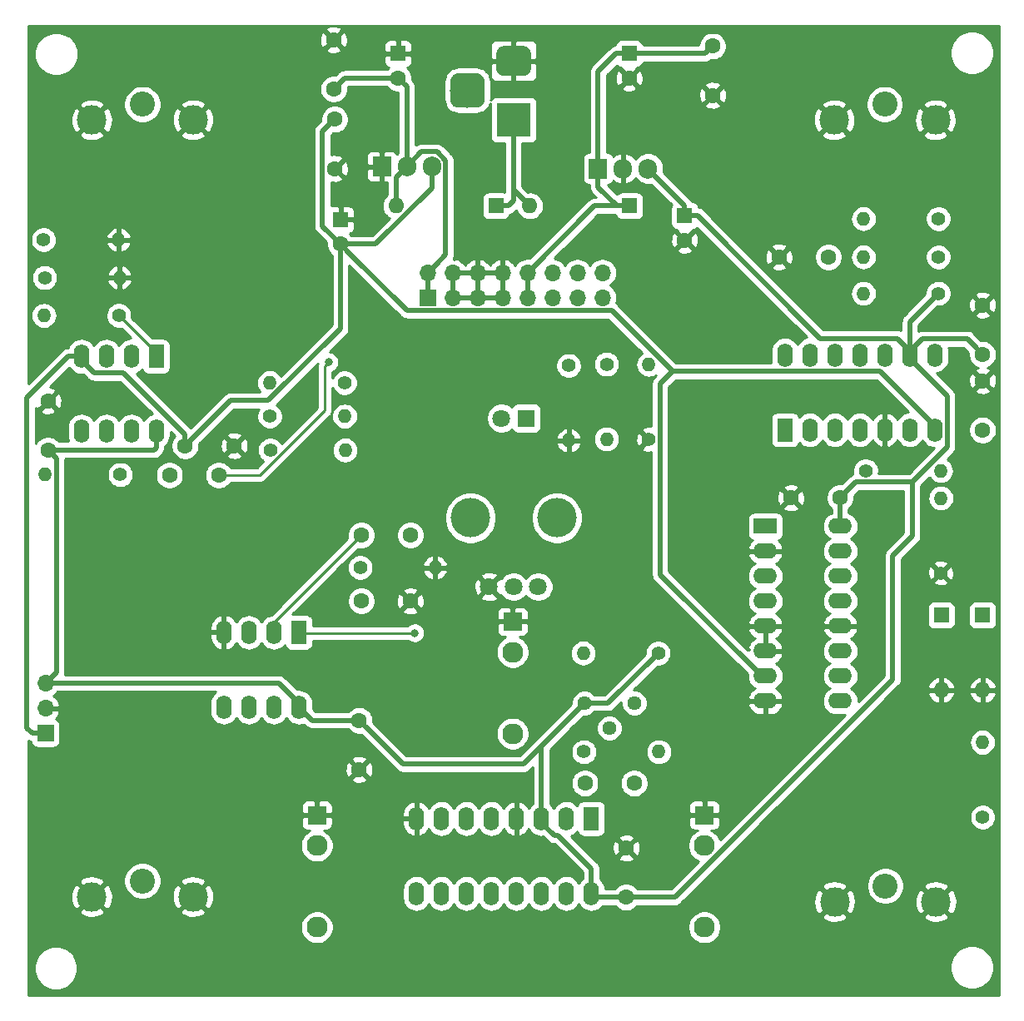
<source format=gbr>
G04 #@! TF.GenerationSoftware,KiCad,Pcbnew,(5.1.4-0-10_14)*
G04 #@! TF.CreationDate,2021-07-08T18:48:46+12:00*
G04 #@! TF.ProjectId,Sync-Ope-proto,53796e63-2d4f-4706-952d-70726f746f2e,0.2*
G04 #@! TF.SameCoordinates,Original*
G04 #@! TF.FileFunction,Copper,L2,Bot*
G04 #@! TF.FilePolarity,Positive*
%FSLAX46Y46*%
G04 Gerber Fmt 4.6, Leading zero omitted, Abs format (unit mm)*
G04 Created by KiCad (PCBNEW (5.1.4-0-10_14)) date 2021-07-08 18:48:46*
%MOMM*%
%LPD*%
G04 APERTURE LIST*
%ADD10O,2.400000X1.600000*%
%ADD11R,2.400000X1.600000*%
%ADD12C,1.600000*%
%ADD13R,1.600000X1.600000*%
%ADD14O,1.600000X1.600000*%
%ADD15R,1.700000X1.700000*%
%ADD16O,1.700000X1.700000*%
%ADD17C,2.130000*%
%ADD18R,1.930000X1.830000*%
%ADD19R,3.500000X3.500000*%
%ADD20C,0.100000*%
%ADD21C,3.000000*%
%ADD22C,3.500000*%
%ADD23O,1.400000X1.400000*%
%ADD24C,1.400000*%
%ADD25C,1.800000*%
%ADD26C,4.000000*%
%ADD27R,1.600000X2.400000*%
%ADD28O,1.600000X2.400000*%
%ADD29O,1.905000X2.000000*%
%ADD30R,1.905000X2.000000*%
%ADD31R,1.800000X1.800000*%
%ADD32C,2.550000*%
%ADD33C,1.440000*%
%ADD34C,0.800000*%
%ADD35C,0.250000*%
%ADD36C,0.500000*%
%ADD37C,0.254000*%
G04 APERTURE END LIST*
D10*
X183220000Y-101600000D03*
X175600000Y-119380000D03*
X183220000Y-104140000D03*
X175600000Y-116840000D03*
X183220000Y-106680000D03*
X175600000Y-114300000D03*
X183220000Y-109220000D03*
X175600000Y-111760000D03*
X183220000Y-111760000D03*
X175600000Y-109220000D03*
X183220000Y-114300000D03*
X175600000Y-106680000D03*
X183220000Y-116840000D03*
X175600000Y-104140000D03*
X183220000Y-119380000D03*
D11*
X175600000Y-101600000D03*
D12*
X115000000Y-96400000D03*
X120000000Y-96400000D03*
X182000000Y-74200000D03*
X177000000Y-74200000D03*
X170250000Y-57750000D03*
X170250000Y-52750000D03*
X131700000Y-57100000D03*
X131700000Y-52100000D03*
X131800000Y-65200000D03*
X131800000Y-60200000D03*
D13*
X167400000Y-70000000D03*
D12*
X167400000Y-72500000D03*
X132400000Y-72900000D03*
D13*
X132400000Y-70400000D03*
X161750000Y-53500000D03*
D12*
X161750000Y-56000000D03*
X138250000Y-56000000D03*
D13*
X138250000Y-53500000D03*
X161800000Y-69000000D03*
D14*
X151640000Y-69000000D03*
X138040000Y-69000000D03*
D13*
X148200000Y-69000000D03*
X197700000Y-110650000D03*
D14*
X197700000Y-118270000D03*
X193500000Y-118270000D03*
D13*
X193500000Y-110650000D03*
D15*
X141250000Y-78350000D03*
D16*
X141250000Y-75810000D03*
X143790000Y-78350000D03*
X143790000Y-75810000D03*
X146330000Y-78350000D03*
X146330000Y-75810000D03*
X148870000Y-78350000D03*
X148870000Y-75810000D03*
X151410000Y-78350000D03*
X151410000Y-75810000D03*
X153950000Y-78350000D03*
X153950000Y-75810000D03*
X156490000Y-78350000D03*
X156490000Y-75810000D03*
X159030000Y-78350000D03*
X159030000Y-75810000D03*
D17*
X130000000Y-134100000D03*
D18*
X130000000Y-131000000D03*
D17*
X130000000Y-142400000D03*
X169400000Y-134100000D03*
D18*
X169400000Y-131000000D03*
D17*
X169400000Y-142400000D03*
D19*
X150000000Y-60250000D03*
D20*
G36*
X151073513Y-52753611D02*
G01*
X151146318Y-52764411D01*
X151217714Y-52782295D01*
X151287013Y-52807090D01*
X151353548Y-52838559D01*
X151416678Y-52876398D01*
X151475795Y-52920242D01*
X151530330Y-52969670D01*
X151579758Y-53024205D01*
X151623602Y-53083322D01*
X151661441Y-53146452D01*
X151692910Y-53212987D01*
X151717705Y-53282286D01*
X151735589Y-53353682D01*
X151746389Y-53426487D01*
X151750000Y-53500000D01*
X151750000Y-55000000D01*
X151746389Y-55073513D01*
X151735589Y-55146318D01*
X151717705Y-55217714D01*
X151692910Y-55287013D01*
X151661441Y-55353548D01*
X151623602Y-55416678D01*
X151579758Y-55475795D01*
X151530330Y-55530330D01*
X151475795Y-55579758D01*
X151416678Y-55623602D01*
X151353548Y-55661441D01*
X151287013Y-55692910D01*
X151217714Y-55717705D01*
X151146318Y-55735589D01*
X151073513Y-55746389D01*
X151000000Y-55750000D01*
X149000000Y-55750000D01*
X148926487Y-55746389D01*
X148853682Y-55735589D01*
X148782286Y-55717705D01*
X148712987Y-55692910D01*
X148646452Y-55661441D01*
X148583322Y-55623602D01*
X148524205Y-55579758D01*
X148469670Y-55530330D01*
X148420242Y-55475795D01*
X148376398Y-55416678D01*
X148338559Y-55353548D01*
X148307090Y-55287013D01*
X148282295Y-55217714D01*
X148264411Y-55146318D01*
X148253611Y-55073513D01*
X148250000Y-55000000D01*
X148250000Y-53500000D01*
X148253611Y-53426487D01*
X148264411Y-53353682D01*
X148282295Y-53282286D01*
X148307090Y-53212987D01*
X148338559Y-53146452D01*
X148376398Y-53083322D01*
X148420242Y-53024205D01*
X148469670Y-52969670D01*
X148524205Y-52920242D01*
X148583322Y-52876398D01*
X148646452Y-52838559D01*
X148712987Y-52807090D01*
X148782286Y-52782295D01*
X148853682Y-52764411D01*
X148926487Y-52753611D01*
X149000000Y-52750000D01*
X151000000Y-52750000D01*
X151073513Y-52753611D01*
X151073513Y-52753611D01*
G37*
D21*
X150000000Y-54250000D03*
D20*
G36*
X146260765Y-55504213D02*
G01*
X146345704Y-55516813D01*
X146428999Y-55537677D01*
X146509848Y-55566605D01*
X146587472Y-55603319D01*
X146661124Y-55647464D01*
X146730094Y-55698616D01*
X146793718Y-55756282D01*
X146851384Y-55819906D01*
X146902536Y-55888876D01*
X146946681Y-55962528D01*
X146983395Y-56040152D01*
X147012323Y-56121001D01*
X147033187Y-56204296D01*
X147045787Y-56289235D01*
X147050000Y-56375000D01*
X147050000Y-58125000D01*
X147045787Y-58210765D01*
X147033187Y-58295704D01*
X147012323Y-58378999D01*
X146983395Y-58459848D01*
X146946681Y-58537472D01*
X146902536Y-58611124D01*
X146851384Y-58680094D01*
X146793718Y-58743718D01*
X146730094Y-58801384D01*
X146661124Y-58852536D01*
X146587472Y-58896681D01*
X146509848Y-58933395D01*
X146428999Y-58962323D01*
X146345704Y-58983187D01*
X146260765Y-58995787D01*
X146175000Y-59000000D01*
X144425000Y-59000000D01*
X144339235Y-58995787D01*
X144254296Y-58983187D01*
X144171001Y-58962323D01*
X144090152Y-58933395D01*
X144012528Y-58896681D01*
X143938876Y-58852536D01*
X143869906Y-58801384D01*
X143806282Y-58743718D01*
X143748616Y-58680094D01*
X143697464Y-58611124D01*
X143653319Y-58537472D01*
X143616605Y-58459848D01*
X143587677Y-58378999D01*
X143566813Y-58295704D01*
X143554213Y-58210765D01*
X143550000Y-58125000D01*
X143550000Y-56375000D01*
X143554213Y-56289235D01*
X143566813Y-56204296D01*
X143587677Y-56121001D01*
X143616605Y-56040152D01*
X143653319Y-55962528D01*
X143697464Y-55888876D01*
X143748616Y-55819906D01*
X143806282Y-55756282D01*
X143869906Y-55698616D01*
X143938876Y-55647464D01*
X144012528Y-55603319D01*
X144090152Y-55566605D01*
X144171001Y-55537677D01*
X144254296Y-55516813D01*
X144339235Y-55504213D01*
X144425000Y-55500000D01*
X146175000Y-55500000D01*
X146260765Y-55504213D01*
X146260765Y-55504213D01*
G37*
D22*
X145300000Y-57250000D03*
D23*
X109820000Y-72450000D03*
D24*
X102200000Y-72450000D03*
X102300000Y-76300000D03*
D23*
X109920000Y-76300000D03*
D24*
X109850000Y-80150000D03*
D23*
X102230000Y-80150000D03*
X125180000Y-87000000D03*
D24*
X132800000Y-87000000D03*
D23*
X102380000Y-96350000D03*
D24*
X110000000Y-96350000D03*
X125200000Y-90400000D03*
D23*
X132820000Y-90400000D03*
D24*
X159450000Y-85100000D03*
D23*
X159450000Y-92720000D03*
X193450000Y-98730000D03*
D24*
X193450000Y-106350000D03*
D23*
X197700000Y-123580000D03*
D24*
X197700000Y-131200000D03*
X185800000Y-95950000D03*
D23*
X193420000Y-95950000D03*
X185580000Y-74200000D03*
D24*
X193200000Y-74200000D03*
X163750000Y-92750000D03*
D23*
X163750000Y-85130000D03*
X185580000Y-77900000D03*
D24*
X193200000Y-77900000D03*
X193200000Y-70300000D03*
D23*
X185580000Y-70300000D03*
D25*
X147500000Y-107750000D03*
X150000000Y-107750000D03*
X152500000Y-107750000D03*
D26*
X145600000Y-100750000D03*
X154400000Y-100750000D03*
D27*
X177600000Y-91800000D03*
D28*
X192840000Y-84180000D03*
X180140000Y-91800000D03*
X190300000Y-84180000D03*
X182680000Y-91800000D03*
X187760000Y-84180000D03*
X185220000Y-91800000D03*
X185220000Y-84180000D03*
X187760000Y-91800000D03*
X182680000Y-84180000D03*
X190300000Y-91800000D03*
X180140000Y-84180000D03*
X192840000Y-91800000D03*
X177600000Y-84180000D03*
D29*
X163680000Y-65200000D03*
X161140000Y-65200000D03*
D30*
X158600000Y-65200000D03*
X136600000Y-65000000D03*
D29*
X139140000Y-65000000D03*
X141680000Y-65000000D03*
D12*
X162250000Y-127750000D03*
X157250000Y-127750000D03*
X134500000Y-102500000D03*
X139500000Y-102500000D03*
X139500000Y-109200000D03*
X134500000Y-109200000D03*
X183200000Y-98700000D03*
X178200000Y-98700000D03*
X102650000Y-93850000D03*
X102650000Y-88850000D03*
X134300000Y-126350000D03*
X134300000Y-121350000D03*
X161450000Y-139350000D03*
X161450000Y-134350000D03*
X197700000Y-79100000D03*
X197700000Y-84100000D03*
X116600000Y-93400000D03*
X121600000Y-93400000D03*
X197700000Y-86800000D03*
X197700000Y-91800000D03*
D31*
X151300000Y-90600000D03*
D25*
X148760000Y-90600000D03*
D32*
X112250000Y-58650000D03*
D21*
X117400000Y-60250000D03*
X107100000Y-60250000D03*
D17*
X149900000Y-114400000D03*
D18*
X149900000Y-111300000D03*
D17*
X149900000Y-122700000D03*
D32*
X187750000Y-58650000D03*
D21*
X192900000Y-60250000D03*
X182600000Y-60250000D03*
D15*
X102400000Y-122650000D03*
D16*
X102400000Y-120110000D03*
X102400000Y-117570000D03*
D21*
X182650000Y-139800000D03*
X192950000Y-139800000D03*
D32*
X187800000Y-138200000D03*
D21*
X107100000Y-139300000D03*
X117400000Y-139300000D03*
D32*
X112250000Y-137700000D03*
D24*
X125250000Y-93850000D03*
D23*
X132870000Y-93850000D03*
X157080000Y-114500000D03*
D24*
X164700000Y-114500000D03*
D23*
X142020000Y-105800000D03*
D24*
X134400000Y-105800000D03*
X155600000Y-85250000D03*
D23*
X155600000Y-92870000D03*
D33*
X162280000Y-119600000D03*
X159740000Y-122140000D03*
X157200000Y-119600000D03*
D27*
X113650000Y-84300000D03*
D28*
X106030000Y-91920000D03*
X111110000Y-84300000D03*
X108570000Y-91920000D03*
X108570000Y-84300000D03*
X111110000Y-91920000D03*
X106030000Y-84300000D03*
X113650000Y-91920000D03*
D27*
X157900000Y-131350000D03*
D28*
X140120000Y-138970000D03*
X155360000Y-131350000D03*
X142660000Y-138970000D03*
X152820000Y-131350000D03*
X145200000Y-138970000D03*
X150280000Y-131350000D03*
X147740000Y-138970000D03*
X147740000Y-131350000D03*
X150280000Y-138970000D03*
X145200000Y-131350000D03*
X152820000Y-138970000D03*
X142660000Y-131350000D03*
X155360000Y-138970000D03*
X140120000Y-131350000D03*
X157900000Y-138970000D03*
X128150000Y-120020000D03*
X120530000Y-112400000D03*
X125610000Y-120020000D03*
X123070000Y-112400000D03*
X123070000Y-120020000D03*
X125610000Y-112400000D03*
X120530000Y-120020000D03*
D27*
X128150000Y-112400000D03*
D24*
X157150000Y-124550000D03*
D23*
X164770000Y-124550000D03*
D34*
X102800000Y-84100000D03*
X131200000Y-84900000D03*
X139950000Y-112450000D03*
D35*
X125610000Y-111390000D02*
X125610000Y-112400000D01*
X134500000Y-102500000D02*
X125610000Y-111390000D01*
D36*
X158600000Y-66700000D02*
X158600000Y-65200000D01*
X158600000Y-67100000D02*
X158600000Y-66700000D01*
X160500000Y-69000000D02*
X158600000Y-67100000D01*
X161800000Y-69000000D02*
X160500000Y-69000000D01*
X160450000Y-53500000D02*
X161750000Y-53500000D01*
X158600000Y-55350000D02*
X160450000Y-53500000D01*
X158600000Y-65200000D02*
X158600000Y-55350000D01*
X169500000Y-53500000D02*
X170250000Y-52750000D01*
X161750000Y-53500000D02*
X169500000Y-53500000D01*
X158220000Y-69000000D02*
X151410000Y-75810000D01*
X161800000Y-69000000D02*
X158220000Y-69000000D01*
X151410000Y-75810000D02*
X151410000Y-78350000D01*
X167400000Y-68967500D02*
X167400000Y-70000000D01*
X163680000Y-65247500D02*
X167400000Y-68967500D01*
X163680000Y-65200000D02*
X163680000Y-65247500D01*
X181180000Y-82480000D02*
X168700000Y-70000000D01*
X189000000Y-82480000D02*
X181180000Y-82480000D01*
X190300000Y-83780000D02*
X189000000Y-82480000D01*
X168700000Y-70000000D02*
X167400000Y-70000000D01*
X190300000Y-84580000D02*
X190300000Y-84180000D01*
X194090010Y-88370010D02*
X190300000Y-84580000D01*
X194090010Y-93559990D02*
X194090010Y-88370010D01*
X190549999Y-97100001D02*
X194090010Y-93559990D01*
X190300000Y-80800000D02*
X193200000Y-77900000D01*
X190300000Y-84180000D02*
X190300000Y-80800000D01*
X184799999Y-97100001D02*
X183200000Y-98700000D01*
X190549999Y-97100001D02*
X184799999Y-97100001D01*
X183200000Y-101580000D02*
X183220000Y-101600000D01*
X183200000Y-98700000D02*
X183200000Y-101580000D01*
X166392202Y-139350000D02*
X162581370Y-139350000D01*
X162581370Y-139350000D02*
X161450000Y-139350000D01*
X188550000Y-117192202D02*
X166392202Y-139350000D01*
X188550000Y-104610051D02*
X188550000Y-117192202D01*
X190549999Y-102610052D02*
X188550000Y-104610051D01*
X190549999Y-97100001D02*
X190549999Y-102610052D01*
X158280000Y-139350000D02*
X157900000Y-138970000D01*
X161450000Y-139350000D02*
X158280000Y-139350000D01*
X154120000Y-133050000D02*
X152820000Y-131750000D01*
X152820000Y-131750000D02*
X152820000Y-131350000D01*
X157900000Y-136430000D02*
X154520000Y-133050000D01*
X154520000Y-133050000D02*
X154120000Y-133050000D01*
X157900000Y-138970000D02*
X157900000Y-136430000D01*
X152820000Y-123980000D02*
X157200000Y-119600000D01*
X152820000Y-131350000D02*
X152820000Y-123980000D01*
X135099999Y-122149999D02*
X134300000Y-121350000D01*
X138750000Y-125800000D02*
X135099999Y-122149999D01*
X151000000Y-125800000D02*
X138750000Y-125800000D01*
X152820000Y-123980000D02*
X151000000Y-125800000D01*
X129480000Y-121350000D02*
X128150000Y-120020000D01*
X134300000Y-121350000D02*
X129480000Y-121350000D01*
X103602081Y-117570000D02*
X102400000Y-117570000D01*
X126100000Y-117570000D02*
X103602081Y-117570000D01*
X128150000Y-119620000D02*
X126100000Y-117570000D01*
X128150000Y-120020000D02*
X128150000Y-119620000D01*
X103449999Y-94649999D02*
X102650000Y-93850000D01*
X103530001Y-94730001D02*
X103449999Y-94649999D01*
X103530001Y-116439999D02*
X103530001Y-94730001D01*
X102400000Y-117570000D02*
X103530001Y-116439999D01*
X103781370Y-93850000D02*
X102650000Y-93850000D01*
X113420000Y-93850000D02*
X103781370Y-93850000D01*
X113650000Y-93620000D02*
X113420000Y-93850000D01*
X113650000Y-91920000D02*
X113650000Y-93620000D01*
X159600000Y-119600000D02*
X164700000Y-114500000D01*
X157200000Y-119600000D02*
X159600000Y-119600000D01*
X196900001Y-83300001D02*
X197700000Y-84100000D01*
X190300000Y-83780000D02*
X191550010Y-82529990D01*
X196129990Y-82529990D02*
X196900001Y-83300001D01*
X191550010Y-82529990D02*
X196129990Y-82529990D01*
X190300000Y-84180000D02*
X190300000Y-83780000D01*
X138040000Y-66100000D02*
X139140000Y-65000000D01*
X138040000Y-69000000D02*
X138040000Y-66100000D01*
X139140000Y-56890000D02*
X138250000Y-56000000D01*
X139140000Y-65000000D02*
X139140000Y-56890000D01*
X132800000Y-56000000D02*
X131700000Y-57100000D01*
X138250000Y-56000000D02*
X132800000Y-56000000D01*
X143082510Y-64371562D02*
X143082510Y-73977490D01*
X142099999Y-74960001D02*
X141250000Y-75810000D01*
X143082510Y-73977490D02*
X142099999Y-74960001D01*
X142210948Y-63500000D02*
X143082510Y-64371562D01*
X140592500Y-63500000D02*
X142210948Y-63500000D01*
X139140000Y-64952500D02*
X140592500Y-63500000D01*
X139140000Y-65000000D02*
X139140000Y-64952500D01*
X141250000Y-75810000D02*
X141250000Y-78350000D01*
X133531370Y-72900000D02*
X132400000Y-72900000D01*
X135990002Y-72900000D02*
X133531370Y-72900000D01*
X141680000Y-67210002D02*
X135990002Y-72900000D01*
X141680000Y-65000000D02*
X141680000Y-67210002D01*
X130549999Y-61450001D02*
X131000001Y-60999999D01*
X130549999Y-71049999D02*
X130549999Y-61450001D01*
X131000001Y-60999999D02*
X131800000Y-60200000D01*
X132400000Y-72900000D02*
X130549999Y-71049999D01*
X133199999Y-73699999D02*
X132400000Y-72900000D01*
X139150001Y-79650001D02*
X133199999Y-73699999D01*
X159972003Y-79650001D02*
X139150001Y-79650001D01*
X166152012Y-85830010D02*
X159972003Y-79650001D01*
X187270010Y-85830010D02*
X166152012Y-85830010D01*
X192840000Y-91400000D02*
X187270010Y-85830010D01*
X192840000Y-91800000D02*
X192840000Y-91400000D01*
X192840000Y-92200000D02*
X192840000Y-91800000D01*
X164900001Y-87082021D02*
X166152012Y-85830010D01*
X121180010Y-88819990D02*
X116600000Y-93400000D01*
X125062012Y-88819990D02*
X121180010Y-88819990D01*
X132400000Y-81482002D02*
X125062012Y-88819990D01*
X132400000Y-72900000D02*
X132400000Y-81482002D01*
X106030000Y-84700000D02*
X106030000Y-84300000D01*
X107330000Y-86000000D02*
X106030000Y-84700000D01*
X110331370Y-86000000D02*
X107330000Y-86000000D01*
X116600000Y-92268630D02*
X110331370Y-86000000D01*
X116600000Y-93400000D02*
X116600000Y-92268630D01*
X104730000Y-84300000D02*
X100500000Y-88530000D01*
X106030000Y-84300000D02*
X104730000Y-84300000D01*
X101050000Y-122650000D02*
X102400000Y-122650000D01*
X100500000Y-122100000D02*
X101050000Y-122650000D01*
X100500000Y-88530000D02*
X100500000Y-122100000D01*
X175200000Y-116840000D02*
X175600000Y-116840000D01*
X164900001Y-106540001D02*
X175200000Y-116840000D01*
X164900001Y-87082021D02*
X164900001Y-106540001D01*
D35*
X113650000Y-83950000D02*
X113650000Y-84300000D01*
X109850000Y-80150000D02*
X113650000Y-83950000D01*
D36*
X150000000Y-67360000D02*
X151640000Y-69000000D01*
X150000000Y-60250000D02*
X150000000Y-67360000D01*
X150000000Y-68500000D02*
X150000000Y-67360000D01*
X149500000Y-69000000D02*
X150000000Y-68500000D01*
X148200000Y-69000000D02*
X149500000Y-69000000D01*
D35*
X124217002Y-96400000D02*
X121131370Y-96400000D01*
X130800001Y-89817001D02*
X124217002Y-96400000D01*
X121131370Y-96400000D02*
X120000000Y-96400000D01*
X130800001Y-85299999D02*
X130800001Y-89817001D01*
X131200000Y-84900000D02*
X130800001Y-85299999D01*
X128200000Y-112450000D02*
X128150000Y-112400000D01*
X139950000Y-112450000D02*
X128200000Y-112450000D01*
D37*
G36*
X131349870Y-50701213D02*
G01*
X131083708Y-50796397D01*
X130958486Y-50863329D01*
X130886903Y-51107298D01*
X131700000Y-51920395D01*
X132513097Y-51107298D01*
X132441514Y-50863329D01*
X132186004Y-50742429D01*
X131911816Y-50673700D01*
X131633890Y-50660000D01*
X199340000Y-50660000D01*
X199340001Y-149340000D01*
X100660000Y-149340000D01*
X100660000Y-146329872D01*
X101215000Y-146329872D01*
X101215000Y-146770128D01*
X101300890Y-147201925D01*
X101469369Y-147608669D01*
X101713962Y-147974729D01*
X102025271Y-148286038D01*
X102391331Y-148530631D01*
X102798075Y-148699110D01*
X103229872Y-148785000D01*
X103670128Y-148785000D01*
X104101925Y-148699110D01*
X104508669Y-148530631D01*
X104874729Y-148286038D01*
X105186038Y-147974729D01*
X105430631Y-147608669D01*
X105599110Y-147201925D01*
X105685000Y-146770128D01*
X105685000Y-146329872D01*
X105675055Y-146279872D01*
X194365000Y-146279872D01*
X194365000Y-146720128D01*
X194450890Y-147151925D01*
X194619369Y-147558669D01*
X194863962Y-147924729D01*
X195175271Y-148236038D01*
X195541331Y-148480631D01*
X195948075Y-148649110D01*
X196379872Y-148735000D01*
X196820128Y-148735000D01*
X197251925Y-148649110D01*
X197658669Y-148480631D01*
X198024729Y-148236038D01*
X198336038Y-147924729D01*
X198580631Y-147558669D01*
X198749110Y-147151925D01*
X198835000Y-146720128D01*
X198835000Y-146279872D01*
X198749110Y-145848075D01*
X198580631Y-145441331D01*
X198336038Y-145075271D01*
X198024729Y-144763962D01*
X197658669Y-144519369D01*
X197251925Y-144350890D01*
X196820128Y-144265000D01*
X196379872Y-144265000D01*
X195948075Y-144350890D01*
X195541331Y-144519369D01*
X195175271Y-144763962D01*
X194863962Y-145075271D01*
X194619369Y-145441331D01*
X194450890Y-145848075D01*
X194365000Y-146279872D01*
X105675055Y-146279872D01*
X105599110Y-145898075D01*
X105430631Y-145491331D01*
X105186038Y-145125271D01*
X104874729Y-144813962D01*
X104508669Y-144569369D01*
X104101925Y-144400890D01*
X103670128Y-144315000D01*
X103229872Y-144315000D01*
X102798075Y-144400890D01*
X102391331Y-144569369D01*
X102025271Y-144813962D01*
X101713962Y-145125271D01*
X101469369Y-145491331D01*
X101300890Y-145898075D01*
X101215000Y-146329872D01*
X100660000Y-146329872D01*
X100660000Y-142232565D01*
X128300000Y-142232565D01*
X128300000Y-142567435D01*
X128365330Y-142895872D01*
X128493479Y-143205252D01*
X128679523Y-143483687D01*
X128916313Y-143720477D01*
X129194748Y-143906521D01*
X129504128Y-144034670D01*
X129832565Y-144100000D01*
X130167435Y-144100000D01*
X130495872Y-144034670D01*
X130805252Y-143906521D01*
X131083687Y-143720477D01*
X131320477Y-143483687D01*
X131506521Y-143205252D01*
X131634670Y-142895872D01*
X131700000Y-142567435D01*
X131700000Y-142232565D01*
X167700000Y-142232565D01*
X167700000Y-142567435D01*
X167765330Y-142895872D01*
X167893479Y-143205252D01*
X168079523Y-143483687D01*
X168316313Y-143720477D01*
X168594748Y-143906521D01*
X168904128Y-144034670D01*
X169232565Y-144100000D01*
X169567435Y-144100000D01*
X169895872Y-144034670D01*
X170205252Y-143906521D01*
X170483687Y-143720477D01*
X170720477Y-143483687D01*
X170906521Y-143205252D01*
X171034670Y-142895872D01*
X171100000Y-142567435D01*
X171100000Y-142232565D01*
X171034670Y-141904128D01*
X170906521Y-141594748D01*
X170720477Y-141316313D01*
X170695817Y-141291653D01*
X181337952Y-141291653D01*
X181493962Y-141607214D01*
X181868745Y-141798020D01*
X182273551Y-141912044D01*
X182692824Y-141944902D01*
X183110451Y-141895334D01*
X183510383Y-141765243D01*
X183806038Y-141607214D01*
X183962048Y-141291653D01*
X191637952Y-141291653D01*
X191793962Y-141607214D01*
X192168745Y-141798020D01*
X192573551Y-141912044D01*
X192992824Y-141944902D01*
X193410451Y-141895334D01*
X193810383Y-141765243D01*
X194106038Y-141607214D01*
X194262048Y-141291653D01*
X192950000Y-139979605D01*
X191637952Y-141291653D01*
X183962048Y-141291653D01*
X182650000Y-139979605D01*
X181337952Y-141291653D01*
X170695817Y-141291653D01*
X170483687Y-141079523D01*
X170205252Y-140893479D01*
X169895872Y-140765330D01*
X169567435Y-140700000D01*
X169232565Y-140700000D01*
X168904128Y-140765330D01*
X168594748Y-140893479D01*
X168316313Y-141079523D01*
X168079523Y-141316313D01*
X167893479Y-141594748D01*
X167765330Y-141904128D01*
X167700000Y-142232565D01*
X131700000Y-142232565D01*
X131634670Y-141904128D01*
X131506521Y-141594748D01*
X131320477Y-141316313D01*
X131083687Y-141079523D01*
X130805252Y-140893479D01*
X130495872Y-140765330D01*
X130167435Y-140700000D01*
X129832565Y-140700000D01*
X129504128Y-140765330D01*
X129194748Y-140893479D01*
X128916313Y-141079523D01*
X128679523Y-141316313D01*
X128493479Y-141594748D01*
X128365330Y-141904128D01*
X128300000Y-142232565D01*
X100660000Y-142232565D01*
X100660000Y-140791653D01*
X105787952Y-140791653D01*
X105943962Y-141107214D01*
X106318745Y-141298020D01*
X106723551Y-141412044D01*
X107142824Y-141444902D01*
X107560451Y-141395334D01*
X107960383Y-141265243D01*
X108256038Y-141107214D01*
X108412048Y-140791653D01*
X116087952Y-140791653D01*
X116243962Y-141107214D01*
X116618745Y-141298020D01*
X117023551Y-141412044D01*
X117442824Y-141444902D01*
X117860451Y-141395334D01*
X118260383Y-141265243D01*
X118556038Y-141107214D01*
X118712048Y-140791653D01*
X117400000Y-139479605D01*
X116087952Y-140791653D01*
X108412048Y-140791653D01*
X107100000Y-139479605D01*
X105787952Y-140791653D01*
X100660000Y-140791653D01*
X100660000Y-139342824D01*
X104955098Y-139342824D01*
X105004666Y-139760451D01*
X105134757Y-140160383D01*
X105292786Y-140456038D01*
X105608347Y-140612048D01*
X106920395Y-139300000D01*
X107279605Y-139300000D01*
X108591653Y-140612048D01*
X108907214Y-140456038D01*
X109098020Y-140081255D01*
X109212044Y-139676449D01*
X109244902Y-139257176D01*
X109195334Y-138839549D01*
X109065243Y-138439617D01*
X108907214Y-138143962D01*
X108591653Y-137987952D01*
X107279605Y-139300000D01*
X106920395Y-139300000D01*
X105608347Y-137987952D01*
X105292786Y-138143962D01*
X105101980Y-138518745D01*
X104987956Y-138923551D01*
X104955098Y-139342824D01*
X100660000Y-139342824D01*
X100660000Y-137808347D01*
X105787952Y-137808347D01*
X107100000Y-139120395D01*
X108412048Y-137808347D01*
X108265479Y-137511881D01*
X110340000Y-137511881D01*
X110340000Y-137888119D01*
X110413400Y-138257127D01*
X110557380Y-138604724D01*
X110766406Y-138917554D01*
X111032446Y-139183594D01*
X111345276Y-139392620D01*
X111692873Y-139536600D01*
X112061881Y-139610000D01*
X112438119Y-139610000D01*
X112807127Y-139536600D01*
X113154724Y-139392620D01*
X113229249Y-139342824D01*
X115255098Y-139342824D01*
X115304666Y-139760451D01*
X115434757Y-140160383D01*
X115592786Y-140456038D01*
X115908347Y-140612048D01*
X117220395Y-139300000D01*
X117579605Y-139300000D01*
X118891653Y-140612048D01*
X119207214Y-140456038D01*
X119398020Y-140081255D01*
X119512044Y-139676449D01*
X119544902Y-139257176D01*
X119495334Y-138839549D01*
X119365243Y-138439617D01*
X119207214Y-138143962D01*
X118891653Y-137987952D01*
X117579605Y-139300000D01*
X117220395Y-139300000D01*
X115908347Y-137987952D01*
X115592786Y-138143962D01*
X115401980Y-138518745D01*
X115287956Y-138923551D01*
X115255098Y-139342824D01*
X113229249Y-139342824D01*
X113467554Y-139183594D01*
X113733594Y-138917554D01*
X113942620Y-138604724D01*
X114086600Y-138257127D01*
X114160000Y-137888119D01*
X114160000Y-137808347D01*
X116087952Y-137808347D01*
X117400000Y-139120395D01*
X118712048Y-137808347D01*
X118556038Y-137492786D01*
X118181255Y-137301980D01*
X117776449Y-137187956D01*
X117357176Y-137155098D01*
X116939549Y-137204666D01*
X116539617Y-137334757D01*
X116243962Y-137492786D01*
X116087952Y-137808347D01*
X114160000Y-137808347D01*
X114160000Y-137511881D01*
X114086600Y-137142873D01*
X113942620Y-136795276D01*
X113733594Y-136482446D01*
X113467554Y-136216406D01*
X113154724Y-136007380D01*
X112807127Y-135863400D01*
X112438119Y-135790000D01*
X112061881Y-135790000D01*
X111692873Y-135863400D01*
X111345276Y-136007380D01*
X111032446Y-136216406D01*
X110766406Y-136482446D01*
X110557380Y-136795276D01*
X110413400Y-137142873D01*
X110340000Y-137511881D01*
X108265479Y-137511881D01*
X108256038Y-137492786D01*
X107881255Y-137301980D01*
X107476449Y-137187956D01*
X107057176Y-137155098D01*
X106639549Y-137204666D01*
X106239617Y-137334757D01*
X105943962Y-137492786D01*
X105787952Y-137808347D01*
X100660000Y-137808347D01*
X100660000Y-133932565D01*
X128300000Y-133932565D01*
X128300000Y-134267435D01*
X128365330Y-134595872D01*
X128493479Y-134905252D01*
X128679523Y-135183687D01*
X128916313Y-135420477D01*
X129194748Y-135606521D01*
X129504128Y-135734670D01*
X129832565Y-135800000D01*
X130167435Y-135800000D01*
X130495872Y-135734670D01*
X130805252Y-135606521D01*
X131083687Y-135420477D01*
X131320477Y-135183687D01*
X131506521Y-134905252D01*
X131634670Y-134595872D01*
X131700000Y-134267435D01*
X131700000Y-133932565D01*
X131634670Y-133604128D01*
X131506521Y-133294748D01*
X131320477Y-133016313D01*
X131083687Y-132779523D01*
X130805252Y-132593479D01*
X130704860Y-132551895D01*
X130965000Y-132553072D01*
X131089482Y-132540812D01*
X131209180Y-132504502D01*
X131319494Y-132445537D01*
X131416185Y-132366185D01*
X131495537Y-132269494D01*
X131554502Y-132159180D01*
X131590812Y-132039482D01*
X131603072Y-131915000D01*
X131600934Y-131477000D01*
X138685000Y-131477000D01*
X138685000Y-131877000D01*
X138737350Y-132154514D01*
X138842834Y-132416483D01*
X138997399Y-132652839D01*
X139195105Y-132854500D01*
X139428354Y-133013715D01*
X139688182Y-133124367D01*
X139770961Y-133141904D01*
X139993000Y-133019915D01*
X139993000Y-131477000D01*
X138685000Y-131477000D01*
X131600934Y-131477000D01*
X131600000Y-131285750D01*
X131441250Y-131127000D01*
X130127000Y-131127000D01*
X130127000Y-131147000D01*
X129873000Y-131147000D01*
X129873000Y-131127000D01*
X128558750Y-131127000D01*
X128400000Y-131285750D01*
X128396928Y-131915000D01*
X128409188Y-132039482D01*
X128445498Y-132159180D01*
X128504463Y-132269494D01*
X128583815Y-132366185D01*
X128680506Y-132445537D01*
X128790820Y-132504502D01*
X128910518Y-132540812D01*
X129035000Y-132553072D01*
X129295140Y-132551895D01*
X129194748Y-132593479D01*
X128916313Y-132779523D01*
X128679523Y-133016313D01*
X128493479Y-133294748D01*
X128365330Y-133604128D01*
X128300000Y-133932565D01*
X100660000Y-133932565D01*
X100660000Y-130085000D01*
X128396928Y-130085000D01*
X128400000Y-130714250D01*
X128558750Y-130873000D01*
X129873000Y-130873000D01*
X129873000Y-129608750D01*
X130127000Y-129608750D01*
X130127000Y-130873000D01*
X131441250Y-130873000D01*
X131491250Y-130823000D01*
X138685000Y-130823000D01*
X138685000Y-131223000D01*
X139993000Y-131223000D01*
X139993000Y-129680085D01*
X140247000Y-129680085D01*
X140247000Y-131223000D01*
X140267000Y-131223000D01*
X140267000Y-131477000D01*
X140247000Y-131477000D01*
X140247000Y-133019915D01*
X140469039Y-133141904D01*
X140551818Y-133124367D01*
X140811646Y-133013715D01*
X141044895Y-132854500D01*
X141242601Y-132652839D01*
X141392735Y-132423258D01*
X141461068Y-132551100D01*
X141640392Y-132769607D01*
X141858899Y-132948932D01*
X142108192Y-133082182D01*
X142378691Y-133164236D01*
X142660000Y-133191943D01*
X142941308Y-133164236D01*
X143211807Y-133082182D01*
X143461100Y-132948932D01*
X143679607Y-132769608D01*
X143858932Y-132551101D01*
X143930000Y-132418142D01*
X144001068Y-132551100D01*
X144180392Y-132769607D01*
X144398899Y-132948932D01*
X144648192Y-133082182D01*
X144918691Y-133164236D01*
X145200000Y-133191943D01*
X145481308Y-133164236D01*
X145751807Y-133082182D01*
X146001100Y-132948932D01*
X146219607Y-132769608D01*
X146398932Y-132551101D01*
X146470000Y-132418142D01*
X146541068Y-132551100D01*
X146720392Y-132769607D01*
X146938899Y-132948932D01*
X147188192Y-133082182D01*
X147458691Y-133164236D01*
X147740000Y-133191943D01*
X148021308Y-133164236D01*
X148291807Y-133082182D01*
X148541100Y-132948932D01*
X148759607Y-132769608D01*
X148938932Y-132551101D01*
X149007265Y-132423259D01*
X149157399Y-132652839D01*
X149355105Y-132854500D01*
X149588354Y-133013715D01*
X149848182Y-133124367D01*
X149930961Y-133141904D01*
X150153000Y-133019915D01*
X150153000Y-131477000D01*
X150133000Y-131477000D01*
X150133000Y-131223000D01*
X150153000Y-131223000D01*
X150153000Y-129680085D01*
X149930961Y-129558096D01*
X149848182Y-129575633D01*
X149588354Y-129686285D01*
X149355105Y-129845500D01*
X149157399Y-130047161D01*
X149007265Y-130276741D01*
X148938932Y-130148899D01*
X148759608Y-129930392D01*
X148541101Y-129751068D01*
X148291808Y-129617818D01*
X148021309Y-129535764D01*
X147740000Y-129508057D01*
X147458692Y-129535764D01*
X147188193Y-129617818D01*
X146938900Y-129751068D01*
X146720393Y-129930392D01*
X146541068Y-130148899D01*
X146470000Y-130281858D01*
X146398932Y-130148899D01*
X146219608Y-129930392D01*
X146001101Y-129751068D01*
X145751808Y-129617818D01*
X145481309Y-129535764D01*
X145200000Y-129508057D01*
X144918692Y-129535764D01*
X144648193Y-129617818D01*
X144398900Y-129751068D01*
X144180393Y-129930392D01*
X144001068Y-130148899D01*
X143930000Y-130281858D01*
X143858932Y-130148899D01*
X143679608Y-129930392D01*
X143461101Y-129751068D01*
X143211808Y-129617818D01*
X142941309Y-129535764D01*
X142660000Y-129508057D01*
X142378692Y-129535764D01*
X142108193Y-129617818D01*
X141858900Y-129751068D01*
X141640393Y-129930392D01*
X141461068Y-130148899D01*
X141392735Y-130276741D01*
X141242601Y-130047161D01*
X141044895Y-129845500D01*
X140811646Y-129686285D01*
X140551818Y-129575633D01*
X140469039Y-129558096D01*
X140247000Y-129680085D01*
X139993000Y-129680085D01*
X139770961Y-129558096D01*
X139688182Y-129575633D01*
X139428354Y-129686285D01*
X139195105Y-129845500D01*
X138997399Y-130047161D01*
X138842834Y-130283517D01*
X138737350Y-130545486D01*
X138685000Y-130823000D01*
X131491250Y-130823000D01*
X131600000Y-130714250D01*
X131603072Y-130085000D01*
X131590812Y-129960518D01*
X131554502Y-129840820D01*
X131495537Y-129730506D01*
X131416185Y-129633815D01*
X131319494Y-129554463D01*
X131209180Y-129495498D01*
X131089482Y-129459188D01*
X130965000Y-129446928D01*
X130285750Y-129450000D01*
X130127000Y-129608750D01*
X129873000Y-129608750D01*
X129714250Y-129450000D01*
X129035000Y-129446928D01*
X128910518Y-129459188D01*
X128790820Y-129495498D01*
X128680506Y-129554463D01*
X128583815Y-129633815D01*
X128504463Y-129730506D01*
X128445498Y-129840820D01*
X128409188Y-129960518D01*
X128396928Y-130085000D01*
X100660000Y-130085000D01*
X100660000Y-127342702D01*
X133486903Y-127342702D01*
X133558486Y-127586671D01*
X133813996Y-127707571D01*
X134088184Y-127776300D01*
X134370512Y-127790217D01*
X134650130Y-127748787D01*
X134916292Y-127653603D01*
X135041514Y-127586671D01*
X135113097Y-127342702D01*
X134300000Y-126529605D01*
X133486903Y-127342702D01*
X100660000Y-127342702D01*
X100660000Y-126420512D01*
X132859783Y-126420512D01*
X132901213Y-126700130D01*
X132996397Y-126966292D01*
X133063329Y-127091514D01*
X133307298Y-127163097D01*
X134120395Y-126350000D01*
X134479605Y-126350000D01*
X135292702Y-127163097D01*
X135536671Y-127091514D01*
X135657571Y-126836004D01*
X135726300Y-126561816D01*
X135740217Y-126279488D01*
X135698787Y-125999870D01*
X135603603Y-125733708D01*
X135536671Y-125608486D01*
X135292702Y-125536903D01*
X134479605Y-126350000D01*
X134120395Y-126350000D01*
X133307298Y-125536903D01*
X133063329Y-125608486D01*
X132942429Y-125863996D01*
X132873700Y-126138184D01*
X132859783Y-126420512D01*
X100660000Y-126420512D01*
X100660000Y-125357298D01*
X133486903Y-125357298D01*
X134300000Y-126170395D01*
X135113097Y-125357298D01*
X135041514Y-125113329D01*
X134786004Y-124992429D01*
X134511816Y-124923700D01*
X134229488Y-124909783D01*
X133949870Y-124951213D01*
X133683708Y-125046397D01*
X133558486Y-125113329D01*
X133486903Y-125357298D01*
X100660000Y-125357298D01*
X100660000Y-123445031D01*
X100709687Y-123471589D01*
X100876510Y-123522195D01*
X100914482Y-123525935D01*
X100924188Y-123624482D01*
X100960498Y-123744180D01*
X101019463Y-123854494D01*
X101098815Y-123951185D01*
X101195506Y-124030537D01*
X101305820Y-124089502D01*
X101425518Y-124125812D01*
X101550000Y-124138072D01*
X103250000Y-124138072D01*
X103374482Y-124125812D01*
X103494180Y-124089502D01*
X103604494Y-124030537D01*
X103701185Y-123951185D01*
X103780537Y-123854494D01*
X103839502Y-123744180D01*
X103875812Y-123624482D01*
X103888072Y-123500000D01*
X103888072Y-121800000D01*
X103875812Y-121675518D01*
X103839502Y-121555820D01*
X103780537Y-121445506D01*
X103701185Y-121348815D01*
X103604494Y-121269463D01*
X103494180Y-121210498D01*
X103413534Y-121186034D01*
X103497588Y-121110269D01*
X103671641Y-120876920D01*
X103796825Y-120614099D01*
X103841476Y-120466890D01*
X103720155Y-120237000D01*
X102527000Y-120237000D01*
X102527000Y-120257000D01*
X102273000Y-120257000D01*
X102273000Y-120237000D01*
X102253000Y-120237000D01*
X102253000Y-119983000D01*
X102273000Y-119983000D01*
X102273000Y-119963000D01*
X102527000Y-119963000D01*
X102527000Y-119983000D01*
X103720155Y-119983000D01*
X103841476Y-119753110D01*
X103796825Y-119605901D01*
X103671641Y-119343080D01*
X103497588Y-119109731D01*
X103281355Y-118914822D01*
X103164477Y-118845201D01*
X103229014Y-118810706D01*
X103455134Y-118625134D01*
X103594759Y-118455000D01*
X119687554Y-118455000D01*
X119510393Y-118600392D01*
X119331068Y-118818899D01*
X119197818Y-119068192D01*
X119115764Y-119338691D01*
X119095000Y-119549508D01*
X119095000Y-120490491D01*
X119115764Y-120701308D01*
X119197818Y-120971807D01*
X119331068Y-121221100D01*
X119510392Y-121439607D01*
X119728899Y-121618932D01*
X119978192Y-121752182D01*
X120248691Y-121834236D01*
X120530000Y-121861943D01*
X120811308Y-121834236D01*
X121081807Y-121752182D01*
X121331100Y-121618932D01*
X121549607Y-121439608D01*
X121728932Y-121221101D01*
X121800000Y-121088142D01*
X121871068Y-121221100D01*
X122050392Y-121439607D01*
X122268899Y-121618932D01*
X122518192Y-121752182D01*
X122788691Y-121834236D01*
X123070000Y-121861943D01*
X123351308Y-121834236D01*
X123621807Y-121752182D01*
X123871100Y-121618932D01*
X124089607Y-121439608D01*
X124268932Y-121221101D01*
X124340000Y-121088142D01*
X124411068Y-121221100D01*
X124590392Y-121439607D01*
X124808899Y-121618932D01*
X125058192Y-121752182D01*
X125328691Y-121834236D01*
X125610000Y-121861943D01*
X125891308Y-121834236D01*
X126161807Y-121752182D01*
X126411100Y-121618932D01*
X126629607Y-121439608D01*
X126808932Y-121221101D01*
X126880000Y-121088142D01*
X126951068Y-121221100D01*
X127130392Y-121439607D01*
X127348899Y-121618932D01*
X127598192Y-121752182D01*
X127868691Y-121834236D01*
X128150000Y-121861943D01*
X128431308Y-121834236D01*
X128647175Y-121768754D01*
X128823470Y-121945049D01*
X128851183Y-121978817D01*
X128884951Y-122006530D01*
X128884953Y-122006532D01*
X128913216Y-122029727D01*
X128985941Y-122089411D01*
X129139687Y-122171589D01*
X129306510Y-122222195D01*
X129436523Y-122235000D01*
X129436533Y-122235000D01*
X129479999Y-122239281D01*
X129523466Y-122235000D01*
X133165479Y-122235000D01*
X133185363Y-122264759D01*
X133385241Y-122464637D01*
X133620273Y-122621680D01*
X133881426Y-122729853D01*
X134158665Y-122785000D01*
X134441335Y-122785000D01*
X134476438Y-122778017D01*
X138093470Y-126395049D01*
X138121183Y-126428817D01*
X138154951Y-126456530D01*
X138154953Y-126456532D01*
X138181502Y-126478320D01*
X138255941Y-126539411D01*
X138409687Y-126621589D01*
X138525903Y-126656843D01*
X138576509Y-126672195D01*
X138591306Y-126673652D01*
X138706523Y-126685000D01*
X138706531Y-126685000D01*
X138750000Y-126689281D01*
X138793469Y-126685000D01*
X150956531Y-126685000D01*
X151000000Y-126689281D01*
X151043469Y-126685000D01*
X151043477Y-126685000D01*
X151173490Y-126672195D01*
X151340313Y-126621589D01*
X151494059Y-126539411D01*
X151628817Y-126428817D01*
X151656534Y-126395044D01*
X151935001Y-126116577D01*
X151935000Y-129819923D01*
X151800393Y-129930392D01*
X151621068Y-130148899D01*
X151552735Y-130276741D01*
X151402601Y-130047161D01*
X151204895Y-129845500D01*
X150971646Y-129686285D01*
X150711818Y-129575633D01*
X150629039Y-129558096D01*
X150407000Y-129680085D01*
X150407000Y-131223000D01*
X150427000Y-131223000D01*
X150427000Y-131477000D01*
X150407000Y-131477000D01*
X150407000Y-133019915D01*
X150629039Y-133141904D01*
X150711818Y-133124367D01*
X150971646Y-133013715D01*
X151204895Y-132854500D01*
X151402601Y-132652839D01*
X151552735Y-132423258D01*
X151621068Y-132551100D01*
X151800392Y-132769607D01*
X152018899Y-132948932D01*
X152268192Y-133082182D01*
X152538691Y-133164236D01*
X152820000Y-133191943D01*
X152993296Y-133174874D01*
X153463470Y-133645049D01*
X153491183Y-133678817D01*
X153524951Y-133706530D01*
X153524953Y-133706532D01*
X153625941Y-133789411D01*
X153779686Y-133871589D01*
X153946510Y-133922195D01*
X154076523Y-133935000D01*
X154076531Y-133935000D01*
X154120000Y-133939281D01*
X154154323Y-133935901D01*
X157015001Y-136796580D01*
X157015001Y-137439922D01*
X156880393Y-137550392D01*
X156701068Y-137768899D01*
X156630000Y-137901858D01*
X156558932Y-137768899D01*
X156379608Y-137550392D01*
X156161101Y-137371068D01*
X155911808Y-137237818D01*
X155641309Y-137155764D01*
X155360000Y-137128057D01*
X155078692Y-137155764D01*
X154808193Y-137237818D01*
X154558900Y-137371068D01*
X154340393Y-137550392D01*
X154161068Y-137768899D01*
X154090000Y-137901858D01*
X154018932Y-137768899D01*
X153839608Y-137550392D01*
X153621101Y-137371068D01*
X153371808Y-137237818D01*
X153101309Y-137155764D01*
X152820000Y-137128057D01*
X152538692Y-137155764D01*
X152268193Y-137237818D01*
X152018900Y-137371068D01*
X151800393Y-137550392D01*
X151621068Y-137768899D01*
X151550000Y-137901858D01*
X151478932Y-137768899D01*
X151299608Y-137550392D01*
X151081101Y-137371068D01*
X150831808Y-137237818D01*
X150561309Y-137155764D01*
X150280000Y-137128057D01*
X149998692Y-137155764D01*
X149728193Y-137237818D01*
X149478900Y-137371068D01*
X149260393Y-137550392D01*
X149081068Y-137768899D01*
X149010000Y-137901858D01*
X148938932Y-137768899D01*
X148759608Y-137550392D01*
X148541101Y-137371068D01*
X148291808Y-137237818D01*
X148021309Y-137155764D01*
X147740000Y-137128057D01*
X147458692Y-137155764D01*
X147188193Y-137237818D01*
X146938900Y-137371068D01*
X146720393Y-137550392D01*
X146541068Y-137768899D01*
X146470000Y-137901858D01*
X146398932Y-137768899D01*
X146219608Y-137550392D01*
X146001101Y-137371068D01*
X145751808Y-137237818D01*
X145481309Y-137155764D01*
X145200000Y-137128057D01*
X144918692Y-137155764D01*
X144648193Y-137237818D01*
X144398900Y-137371068D01*
X144180393Y-137550392D01*
X144001068Y-137768899D01*
X143930000Y-137901858D01*
X143858932Y-137768899D01*
X143679608Y-137550392D01*
X143461101Y-137371068D01*
X143211808Y-137237818D01*
X142941309Y-137155764D01*
X142660000Y-137128057D01*
X142378692Y-137155764D01*
X142108193Y-137237818D01*
X141858900Y-137371068D01*
X141640393Y-137550392D01*
X141461068Y-137768899D01*
X141390000Y-137901858D01*
X141318932Y-137768899D01*
X141139608Y-137550392D01*
X140921101Y-137371068D01*
X140671808Y-137237818D01*
X140401309Y-137155764D01*
X140120000Y-137128057D01*
X139838692Y-137155764D01*
X139568193Y-137237818D01*
X139318900Y-137371068D01*
X139100393Y-137550392D01*
X138921068Y-137768899D01*
X138787818Y-138018192D01*
X138705764Y-138288691D01*
X138685000Y-138499508D01*
X138685000Y-139440491D01*
X138705764Y-139651308D01*
X138787818Y-139921807D01*
X138921068Y-140171100D01*
X139100392Y-140389607D01*
X139318899Y-140568932D01*
X139568192Y-140702182D01*
X139838691Y-140784236D01*
X140120000Y-140811943D01*
X140401308Y-140784236D01*
X140671807Y-140702182D01*
X140921100Y-140568932D01*
X141139607Y-140389608D01*
X141318932Y-140171101D01*
X141390000Y-140038142D01*
X141461068Y-140171100D01*
X141640392Y-140389607D01*
X141858899Y-140568932D01*
X142108192Y-140702182D01*
X142378691Y-140784236D01*
X142660000Y-140811943D01*
X142941308Y-140784236D01*
X143211807Y-140702182D01*
X143461100Y-140568932D01*
X143679607Y-140389608D01*
X143858932Y-140171101D01*
X143930000Y-140038142D01*
X144001068Y-140171100D01*
X144180392Y-140389607D01*
X144398899Y-140568932D01*
X144648192Y-140702182D01*
X144918691Y-140784236D01*
X145200000Y-140811943D01*
X145481308Y-140784236D01*
X145751807Y-140702182D01*
X146001100Y-140568932D01*
X146219607Y-140389608D01*
X146398932Y-140171101D01*
X146470000Y-140038142D01*
X146541068Y-140171100D01*
X146720392Y-140389607D01*
X146938899Y-140568932D01*
X147188192Y-140702182D01*
X147458691Y-140784236D01*
X147740000Y-140811943D01*
X148021308Y-140784236D01*
X148291807Y-140702182D01*
X148541100Y-140568932D01*
X148759607Y-140389608D01*
X148938932Y-140171101D01*
X149010000Y-140038142D01*
X149081068Y-140171100D01*
X149260392Y-140389607D01*
X149478899Y-140568932D01*
X149728192Y-140702182D01*
X149998691Y-140784236D01*
X150280000Y-140811943D01*
X150561308Y-140784236D01*
X150831807Y-140702182D01*
X151081100Y-140568932D01*
X151299607Y-140389608D01*
X151478932Y-140171101D01*
X151550000Y-140038142D01*
X151621068Y-140171100D01*
X151800392Y-140389607D01*
X152018899Y-140568932D01*
X152268192Y-140702182D01*
X152538691Y-140784236D01*
X152820000Y-140811943D01*
X153101308Y-140784236D01*
X153371807Y-140702182D01*
X153621100Y-140568932D01*
X153839607Y-140389608D01*
X154018932Y-140171101D01*
X154090000Y-140038142D01*
X154161068Y-140171100D01*
X154340392Y-140389607D01*
X154558899Y-140568932D01*
X154808192Y-140702182D01*
X155078691Y-140784236D01*
X155360000Y-140811943D01*
X155641308Y-140784236D01*
X155911807Y-140702182D01*
X156161100Y-140568932D01*
X156379607Y-140389608D01*
X156558932Y-140171101D01*
X156630000Y-140038142D01*
X156701068Y-140171100D01*
X156880392Y-140389607D01*
X157098899Y-140568932D01*
X157348192Y-140702182D01*
X157618691Y-140784236D01*
X157900000Y-140811943D01*
X158181308Y-140784236D01*
X158451807Y-140702182D01*
X158701100Y-140568932D01*
X158919607Y-140389608D01*
X159046491Y-140235000D01*
X160315479Y-140235000D01*
X160335363Y-140264759D01*
X160535241Y-140464637D01*
X160770273Y-140621680D01*
X161031426Y-140729853D01*
X161308665Y-140785000D01*
X161591335Y-140785000D01*
X161868574Y-140729853D01*
X162129727Y-140621680D01*
X162364759Y-140464637D01*
X162564637Y-140264759D01*
X162584521Y-140235000D01*
X166348733Y-140235000D01*
X166392202Y-140239281D01*
X166435671Y-140235000D01*
X166435679Y-140235000D01*
X166565692Y-140222195D01*
X166732515Y-140171589D01*
X166886261Y-140089411D01*
X167021019Y-139978817D01*
X167048736Y-139945044D01*
X167150956Y-139842824D01*
X180505098Y-139842824D01*
X180554666Y-140260451D01*
X180684757Y-140660383D01*
X180842786Y-140956038D01*
X181158347Y-141112048D01*
X182470395Y-139800000D01*
X182829605Y-139800000D01*
X184141653Y-141112048D01*
X184457214Y-140956038D01*
X184648020Y-140581255D01*
X184762044Y-140176449D01*
X184794902Y-139757176D01*
X184745334Y-139339549D01*
X184615243Y-138939617D01*
X184457214Y-138643962D01*
X184141653Y-138487952D01*
X182829605Y-139800000D01*
X182470395Y-139800000D01*
X181158347Y-138487952D01*
X180842786Y-138643962D01*
X180651980Y-139018745D01*
X180537956Y-139423551D01*
X180505098Y-139842824D01*
X167150956Y-139842824D01*
X168685433Y-138308347D01*
X181337952Y-138308347D01*
X182650000Y-139620395D01*
X183962048Y-138308347D01*
X183815479Y-138011881D01*
X185890000Y-138011881D01*
X185890000Y-138388119D01*
X185963400Y-138757127D01*
X186107380Y-139104724D01*
X186316406Y-139417554D01*
X186582446Y-139683594D01*
X186895276Y-139892620D01*
X187242873Y-140036600D01*
X187611881Y-140110000D01*
X187988119Y-140110000D01*
X188357127Y-140036600D01*
X188704724Y-139892620D01*
X188779249Y-139842824D01*
X190805098Y-139842824D01*
X190854666Y-140260451D01*
X190984757Y-140660383D01*
X191142786Y-140956038D01*
X191458347Y-141112048D01*
X192770395Y-139800000D01*
X193129605Y-139800000D01*
X194441653Y-141112048D01*
X194757214Y-140956038D01*
X194948020Y-140581255D01*
X195062044Y-140176449D01*
X195094902Y-139757176D01*
X195045334Y-139339549D01*
X194915243Y-138939617D01*
X194757214Y-138643962D01*
X194441653Y-138487952D01*
X193129605Y-139800000D01*
X192770395Y-139800000D01*
X191458347Y-138487952D01*
X191142786Y-138643962D01*
X190951980Y-139018745D01*
X190837956Y-139423551D01*
X190805098Y-139842824D01*
X188779249Y-139842824D01*
X189017554Y-139683594D01*
X189283594Y-139417554D01*
X189492620Y-139104724D01*
X189636600Y-138757127D01*
X189710000Y-138388119D01*
X189710000Y-138308347D01*
X191637952Y-138308347D01*
X192950000Y-139620395D01*
X194262048Y-138308347D01*
X194106038Y-137992786D01*
X193731255Y-137801980D01*
X193326449Y-137687956D01*
X192907176Y-137655098D01*
X192489549Y-137704666D01*
X192089617Y-137834757D01*
X191793962Y-137992786D01*
X191637952Y-138308347D01*
X189710000Y-138308347D01*
X189710000Y-138011881D01*
X189636600Y-137642873D01*
X189492620Y-137295276D01*
X189283594Y-136982446D01*
X189017554Y-136716406D01*
X188704724Y-136507380D01*
X188357127Y-136363400D01*
X187988119Y-136290000D01*
X187611881Y-136290000D01*
X187242873Y-136363400D01*
X186895276Y-136507380D01*
X186582446Y-136716406D01*
X186316406Y-136982446D01*
X186107380Y-137295276D01*
X185963400Y-137642873D01*
X185890000Y-138011881D01*
X183815479Y-138011881D01*
X183806038Y-137992786D01*
X183431255Y-137801980D01*
X183026449Y-137687956D01*
X182607176Y-137655098D01*
X182189549Y-137704666D01*
X181789617Y-137834757D01*
X181493962Y-137992786D01*
X181337952Y-138308347D01*
X168685433Y-138308347D01*
X175925266Y-131068514D01*
X196365000Y-131068514D01*
X196365000Y-131331486D01*
X196416304Y-131589405D01*
X196516939Y-131832359D01*
X196663038Y-132051013D01*
X196848987Y-132236962D01*
X197067641Y-132383061D01*
X197310595Y-132483696D01*
X197568514Y-132535000D01*
X197831486Y-132535000D01*
X198089405Y-132483696D01*
X198332359Y-132383061D01*
X198551013Y-132236962D01*
X198736962Y-132051013D01*
X198883061Y-131832359D01*
X198983696Y-131589405D01*
X199035000Y-131331486D01*
X199035000Y-131068514D01*
X198983696Y-130810595D01*
X198883061Y-130567641D01*
X198736962Y-130348987D01*
X198551013Y-130163038D01*
X198332359Y-130016939D01*
X198089405Y-129916304D01*
X197831486Y-129865000D01*
X197568514Y-129865000D01*
X197310595Y-129916304D01*
X197067641Y-130016939D01*
X196848987Y-130163038D01*
X196663038Y-130348987D01*
X196516939Y-130567641D01*
X196416304Y-130810595D01*
X196365000Y-131068514D01*
X175925266Y-131068514D01*
X183413780Y-123580000D01*
X196358541Y-123580000D01*
X196384317Y-123841706D01*
X196460653Y-124093354D01*
X196584618Y-124325275D01*
X196751445Y-124528555D01*
X196954725Y-124695382D01*
X197186646Y-124819347D01*
X197438294Y-124895683D01*
X197634421Y-124915000D01*
X197765579Y-124915000D01*
X197961706Y-124895683D01*
X198213354Y-124819347D01*
X198445275Y-124695382D01*
X198648555Y-124528555D01*
X198815382Y-124325275D01*
X198939347Y-124093354D01*
X199015683Y-123841706D01*
X199041459Y-123580000D01*
X199015683Y-123318294D01*
X198939347Y-123066646D01*
X198815382Y-122834725D01*
X198648555Y-122631445D01*
X198445275Y-122464618D01*
X198213354Y-122340653D01*
X197961706Y-122264317D01*
X197765579Y-122245000D01*
X197634421Y-122245000D01*
X197438294Y-122264317D01*
X197186646Y-122340653D01*
X196954725Y-122464618D01*
X196751445Y-122631445D01*
X196584618Y-122834725D01*
X196460653Y-123066646D01*
X196384317Y-123318294D01*
X196358541Y-123580000D01*
X183413780Y-123580000D01*
X188374740Y-118619040D01*
X192108091Y-118619040D01*
X192202930Y-118883881D01*
X192347615Y-119125131D01*
X192536586Y-119333519D01*
X192762580Y-119501037D01*
X193016913Y-119621246D01*
X193150961Y-119661904D01*
X193373000Y-119539915D01*
X193373000Y-118397000D01*
X193627000Y-118397000D01*
X193627000Y-119539915D01*
X193849039Y-119661904D01*
X193983087Y-119621246D01*
X194237420Y-119501037D01*
X194463414Y-119333519D01*
X194652385Y-119125131D01*
X194797070Y-118883881D01*
X194891909Y-118619040D01*
X196308091Y-118619040D01*
X196402930Y-118883881D01*
X196547615Y-119125131D01*
X196736586Y-119333519D01*
X196962580Y-119501037D01*
X197216913Y-119621246D01*
X197350961Y-119661904D01*
X197573000Y-119539915D01*
X197573000Y-118397000D01*
X197827000Y-118397000D01*
X197827000Y-119539915D01*
X198049039Y-119661904D01*
X198183087Y-119621246D01*
X198437420Y-119501037D01*
X198663414Y-119333519D01*
X198852385Y-119125131D01*
X198997070Y-118883881D01*
X199091909Y-118619040D01*
X198970624Y-118397000D01*
X197827000Y-118397000D01*
X197573000Y-118397000D01*
X196429376Y-118397000D01*
X196308091Y-118619040D01*
X194891909Y-118619040D01*
X194770624Y-118397000D01*
X193627000Y-118397000D01*
X193373000Y-118397000D01*
X192229376Y-118397000D01*
X192108091Y-118619040D01*
X188374740Y-118619040D01*
X189072820Y-117920960D01*
X192108091Y-117920960D01*
X192229376Y-118143000D01*
X193373000Y-118143000D01*
X193373000Y-117000085D01*
X193627000Y-117000085D01*
X193627000Y-118143000D01*
X194770624Y-118143000D01*
X194891909Y-117920960D01*
X196308091Y-117920960D01*
X196429376Y-118143000D01*
X197573000Y-118143000D01*
X197573000Y-117000085D01*
X197827000Y-117000085D01*
X197827000Y-118143000D01*
X198970624Y-118143000D01*
X199091909Y-117920960D01*
X198997070Y-117656119D01*
X198852385Y-117414869D01*
X198663414Y-117206481D01*
X198437420Y-117038963D01*
X198183087Y-116918754D01*
X198049039Y-116878096D01*
X197827000Y-117000085D01*
X197573000Y-117000085D01*
X197350961Y-116878096D01*
X197216913Y-116918754D01*
X196962580Y-117038963D01*
X196736586Y-117206481D01*
X196547615Y-117414869D01*
X196402930Y-117656119D01*
X196308091Y-117920960D01*
X194891909Y-117920960D01*
X194797070Y-117656119D01*
X194652385Y-117414869D01*
X194463414Y-117206481D01*
X194237420Y-117038963D01*
X193983087Y-116918754D01*
X193849039Y-116878096D01*
X193627000Y-117000085D01*
X193373000Y-117000085D01*
X193150961Y-116878096D01*
X193016913Y-116918754D01*
X192762580Y-117038963D01*
X192536586Y-117206481D01*
X192347615Y-117414869D01*
X192202930Y-117656119D01*
X192108091Y-117920960D01*
X189072820Y-117920960D01*
X189145049Y-117848732D01*
X189178817Y-117821019D01*
X189257619Y-117725000D01*
X189289410Y-117686262D01*
X189302598Y-117661589D01*
X189371589Y-117532515D01*
X189422195Y-117365692D01*
X189435000Y-117235679D01*
X189435000Y-117235669D01*
X189439281Y-117192203D01*
X189435000Y-117148737D01*
X189435000Y-109850000D01*
X192061928Y-109850000D01*
X192061928Y-111450000D01*
X192074188Y-111574482D01*
X192110498Y-111694180D01*
X192169463Y-111804494D01*
X192248815Y-111901185D01*
X192345506Y-111980537D01*
X192455820Y-112039502D01*
X192575518Y-112075812D01*
X192700000Y-112088072D01*
X194300000Y-112088072D01*
X194424482Y-112075812D01*
X194544180Y-112039502D01*
X194654494Y-111980537D01*
X194751185Y-111901185D01*
X194830537Y-111804494D01*
X194889502Y-111694180D01*
X194925812Y-111574482D01*
X194938072Y-111450000D01*
X194938072Y-109850000D01*
X196261928Y-109850000D01*
X196261928Y-111450000D01*
X196274188Y-111574482D01*
X196310498Y-111694180D01*
X196369463Y-111804494D01*
X196448815Y-111901185D01*
X196545506Y-111980537D01*
X196655820Y-112039502D01*
X196775518Y-112075812D01*
X196900000Y-112088072D01*
X198500000Y-112088072D01*
X198624482Y-112075812D01*
X198744180Y-112039502D01*
X198854494Y-111980537D01*
X198951185Y-111901185D01*
X199030537Y-111804494D01*
X199089502Y-111694180D01*
X199125812Y-111574482D01*
X199138072Y-111450000D01*
X199138072Y-109850000D01*
X199125812Y-109725518D01*
X199089502Y-109605820D01*
X199030537Y-109495506D01*
X198951185Y-109398815D01*
X198854494Y-109319463D01*
X198744180Y-109260498D01*
X198624482Y-109224188D01*
X198500000Y-109211928D01*
X196900000Y-109211928D01*
X196775518Y-109224188D01*
X196655820Y-109260498D01*
X196545506Y-109319463D01*
X196448815Y-109398815D01*
X196369463Y-109495506D01*
X196310498Y-109605820D01*
X196274188Y-109725518D01*
X196261928Y-109850000D01*
X194938072Y-109850000D01*
X194925812Y-109725518D01*
X194889502Y-109605820D01*
X194830537Y-109495506D01*
X194751185Y-109398815D01*
X194654494Y-109319463D01*
X194544180Y-109260498D01*
X194424482Y-109224188D01*
X194300000Y-109211928D01*
X192700000Y-109211928D01*
X192575518Y-109224188D01*
X192455820Y-109260498D01*
X192345506Y-109319463D01*
X192248815Y-109398815D01*
X192169463Y-109495506D01*
X192110498Y-109605820D01*
X192074188Y-109725518D01*
X192061928Y-109850000D01*
X189435000Y-109850000D01*
X189435000Y-107271269D01*
X192708336Y-107271269D01*
X192767797Y-107505037D01*
X193006242Y-107615934D01*
X193261740Y-107678183D01*
X193524473Y-107689390D01*
X193784344Y-107649125D01*
X194031366Y-107558935D01*
X194132203Y-107505037D01*
X194191664Y-107271269D01*
X193450000Y-106529605D01*
X192708336Y-107271269D01*
X189435000Y-107271269D01*
X189435000Y-106424473D01*
X192110610Y-106424473D01*
X192150875Y-106684344D01*
X192241065Y-106931366D01*
X192294963Y-107032203D01*
X192528731Y-107091664D01*
X193270395Y-106350000D01*
X193629605Y-106350000D01*
X194371269Y-107091664D01*
X194605037Y-107032203D01*
X194715934Y-106793758D01*
X194778183Y-106538260D01*
X194789390Y-106275527D01*
X194749125Y-106015656D01*
X194658935Y-105768634D01*
X194605037Y-105667797D01*
X194371269Y-105608336D01*
X193629605Y-106350000D01*
X193270395Y-106350000D01*
X192528731Y-105608336D01*
X192294963Y-105667797D01*
X192184066Y-105906242D01*
X192121817Y-106161740D01*
X192110610Y-106424473D01*
X189435000Y-106424473D01*
X189435000Y-105428731D01*
X192708336Y-105428731D01*
X193450000Y-106170395D01*
X194191664Y-105428731D01*
X194132203Y-105194963D01*
X193893758Y-105084066D01*
X193638260Y-105021817D01*
X193375527Y-105010610D01*
X193115656Y-105050875D01*
X192868634Y-105141065D01*
X192767797Y-105194963D01*
X192708336Y-105428731D01*
X189435000Y-105428731D01*
X189435000Y-104976629D01*
X191145048Y-103266582D01*
X191178816Y-103238869D01*
X191289410Y-103104111D01*
X191371588Y-102950365D01*
X191422194Y-102783542D01*
X191434999Y-102653529D01*
X191434999Y-102653521D01*
X191439280Y-102610052D01*
X191434999Y-102566583D01*
X191434999Y-98730000D01*
X192108541Y-98730000D01*
X192134317Y-98991706D01*
X192210653Y-99243354D01*
X192334618Y-99475275D01*
X192501445Y-99678555D01*
X192704725Y-99845382D01*
X192936646Y-99969347D01*
X193188294Y-100045683D01*
X193384421Y-100065000D01*
X193515579Y-100065000D01*
X193711706Y-100045683D01*
X193963354Y-99969347D01*
X194195275Y-99845382D01*
X194398555Y-99678555D01*
X194565382Y-99475275D01*
X194689347Y-99243354D01*
X194765683Y-98991706D01*
X194791459Y-98730000D01*
X194765683Y-98468294D01*
X194689347Y-98216646D01*
X194565382Y-97984725D01*
X194398555Y-97781445D01*
X194195275Y-97614618D01*
X193963354Y-97490653D01*
X193711706Y-97414317D01*
X193515579Y-97395000D01*
X193384421Y-97395000D01*
X193188294Y-97414317D01*
X192936646Y-97490653D01*
X192704725Y-97614618D01*
X192501445Y-97781445D01*
X192334618Y-97984725D01*
X192210653Y-98216646D01*
X192134317Y-98468294D01*
X192108541Y-98730000D01*
X191434999Y-98730000D01*
X191434999Y-97466579D01*
X192270372Y-96631206D01*
X192304618Y-96695275D01*
X192471445Y-96898555D01*
X192674725Y-97065382D01*
X192906646Y-97189347D01*
X193158294Y-97265683D01*
X193354421Y-97285000D01*
X193485579Y-97285000D01*
X193681706Y-97265683D01*
X193933354Y-97189347D01*
X194165275Y-97065382D01*
X194368555Y-96898555D01*
X194535382Y-96695275D01*
X194659347Y-96463354D01*
X194735683Y-96211706D01*
X194761459Y-95950000D01*
X194735683Y-95688294D01*
X194659347Y-95436646D01*
X194535382Y-95204725D01*
X194368555Y-95001445D01*
X194165275Y-94834618D01*
X194101206Y-94800372D01*
X194685060Y-94216519D01*
X194718827Y-94188807D01*
X194759367Y-94139410D01*
X194829421Y-94054049D01*
X194911599Y-93900304D01*
X194962205Y-93733480D01*
X194968599Y-93668555D01*
X194975010Y-93603467D01*
X194975010Y-93603459D01*
X194979291Y-93559990D01*
X194975010Y-93516521D01*
X194975010Y-91658665D01*
X196265000Y-91658665D01*
X196265000Y-91941335D01*
X196320147Y-92218574D01*
X196428320Y-92479727D01*
X196585363Y-92714759D01*
X196785241Y-92914637D01*
X197020273Y-93071680D01*
X197281426Y-93179853D01*
X197558665Y-93235000D01*
X197841335Y-93235000D01*
X198118574Y-93179853D01*
X198379727Y-93071680D01*
X198614759Y-92914637D01*
X198814637Y-92714759D01*
X198971680Y-92479727D01*
X199079853Y-92218574D01*
X199135000Y-91941335D01*
X199135000Y-91658665D01*
X199079853Y-91381426D01*
X198971680Y-91120273D01*
X198814637Y-90885241D01*
X198614759Y-90685363D01*
X198379727Y-90528320D01*
X198118574Y-90420147D01*
X197841335Y-90365000D01*
X197558665Y-90365000D01*
X197281426Y-90420147D01*
X197020273Y-90528320D01*
X196785241Y-90685363D01*
X196585363Y-90885241D01*
X196428320Y-91120273D01*
X196320147Y-91381426D01*
X196265000Y-91658665D01*
X194975010Y-91658665D01*
X194975010Y-88413479D01*
X194979291Y-88370010D01*
X194975010Y-88326541D01*
X194975010Y-88326533D01*
X194962205Y-88196520D01*
X194935500Y-88108486D01*
X194911599Y-88029696D01*
X194829421Y-87875951D01*
X194761101Y-87792702D01*
X196886903Y-87792702D01*
X196958486Y-88036671D01*
X197213996Y-88157571D01*
X197488184Y-88226300D01*
X197770512Y-88240217D01*
X198050130Y-88198787D01*
X198316292Y-88103603D01*
X198441514Y-88036671D01*
X198513097Y-87792702D01*
X197700000Y-86979605D01*
X196886903Y-87792702D01*
X194761101Y-87792702D01*
X194746542Y-87774963D01*
X194746540Y-87774961D01*
X194718827Y-87741193D01*
X194685059Y-87713480D01*
X193842091Y-86870512D01*
X196259783Y-86870512D01*
X196301213Y-87150130D01*
X196396397Y-87416292D01*
X196463329Y-87541514D01*
X196707298Y-87613097D01*
X197520395Y-86800000D01*
X197879605Y-86800000D01*
X198692702Y-87613097D01*
X198936671Y-87541514D01*
X199057571Y-87286004D01*
X199126300Y-87011816D01*
X199140217Y-86729488D01*
X199098787Y-86449870D01*
X199003603Y-86183708D01*
X198936671Y-86058486D01*
X198692702Y-85986903D01*
X197879605Y-86800000D01*
X197520395Y-86800000D01*
X196707298Y-85986903D01*
X196463329Y-86058486D01*
X196342429Y-86313996D01*
X196273700Y-86588184D01*
X196259783Y-86870512D01*
X193842091Y-86870512D01*
X192979756Y-86008178D01*
X193121309Y-85994236D01*
X193391808Y-85912182D01*
X193641101Y-85778932D01*
X193859608Y-85599608D01*
X194038932Y-85381101D01*
X194172182Y-85131808D01*
X194254236Y-84861309D01*
X194275000Y-84650491D01*
X194275000Y-83709508D01*
X194254236Y-83498691D01*
X194228846Y-83414990D01*
X195763412Y-83414990D01*
X196271983Y-83923562D01*
X196265000Y-83958665D01*
X196265000Y-84241335D01*
X196320147Y-84518574D01*
X196428320Y-84779727D01*
X196585363Y-85014759D01*
X196785241Y-85214637D01*
X197020273Y-85371680D01*
X197211251Y-85450786D01*
X197083708Y-85496397D01*
X196958486Y-85563329D01*
X196886903Y-85807298D01*
X197700000Y-86620395D01*
X198513097Y-85807298D01*
X198441514Y-85563329D01*
X198196702Y-85447491D01*
X198379727Y-85371680D01*
X198614759Y-85214637D01*
X198814637Y-85014759D01*
X198971680Y-84779727D01*
X199079853Y-84518574D01*
X199135000Y-84241335D01*
X199135000Y-83958665D01*
X199079853Y-83681426D01*
X198971680Y-83420273D01*
X198814637Y-83185241D01*
X198614759Y-82985363D01*
X198379727Y-82828320D01*
X198118574Y-82720147D01*
X197841335Y-82665000D01*
X197558665Y-82665000D01*
X197523562Y-82671983D01*
X196786524Y-81934946D01*
X196758807Y-81901173D01*
X196624049Y-81790579D01*
X196470303Y-81708401D01*
X196303480Y-81657795D01*
X196173467Y-81644990D01*
X196173459Y-81644990D01*
X196129990Y-81640709D01*
X196086521Y-81644990D01*
X191593475Y-81644990D01*
X191550009Y-81640709D01*
X191506543Y-81644990D01*
X191506533Y-81644990D01*
X191376520Y-81657795D01*
X191209697Y-81708401D01*
X191185000Y-81721602D01*
X191185000Y-81166578D01*
X192258876Y-80092702D01*
X196886903Y-80092702D01*
X196958486Y-80336671D01*
X197213996Y-80457571D01*
X197488184Y-80526300D01*
X197770512Y-80540217D01*
X198050130Y-80498787D01*
X198316292Y-80403603D01*
X198441514Y-80336671D01*
X198513097Y-80092702D01*
X197700000Y-79279605D01*
X196886903Y-80092702D01*
X192258876Y-80092702D01*
X193116579Y-79235000D01*
X193331486Y-79235000D01*
X193589405Y-79183696D01*
X193621233Y-79170512D01*
X196259783Y-79170512D01*
X196301213Y-79450130D01*
X196396397Y-79716292D01*
X196463329Y-79841514D01*
X196707298Y-79913097D01*
X197520395Y-79100000D01*
X197879605Y-79100000D01*
X198692702Y-79913097D01*
X198936671Y-79841514D01*
X199057571Y-79586004D01*
X199126300Y-79311816D01*
X199140217Y-79029488D01*
X199098787Y-78749870D01*
X199003603Y-78483708D01*
X198936671Y-78358486D01*
X198692702Y-78286903D01*
X197879605Y-79100000D01*
X197520395Y-79100000D01*
X196707298Y-78286903D01*
X196463329Y-78358486D01*
X196342429Y-78613996D01*
X196273700Y-78888184D01*
X196259783Y-79170512D01*
X193621233Y-79170512D01*
X193832359Y-79083061D01*
X194051013Y-78936962D01*
X194236962Y-78751013D01*
X194383061Y-78532359D01*
X194483696Y-78289405D01*
X194519919Y-78107298D01*
X196886903Y-78107298D01*
X197700000Y-78920395D01*
X198513097Y-78107298D01*
X198441514Y-77863329D01*
X198186004Y-77742429D01*
X197911816Y-77673700D01*
X197629488Y-77659783D01*
X197349870Y-77701213D01*
X197083708Y-77796397D01*
X196958486Y-77863329D01*
X196886903Y-78107298D01*
X194519919Y-78107298D01*
X194535000Y-78031486D01*
X194535000Y-77768514D01*
X194483696Y-77510595D01*
X194383061Y-77267641D01*
X194236962Y-77048987D01*
X194051013Y-76863038D01*
X193832359Y-76716939D01*
X193589405Y-76616304D01*
X193331486Y-76565000D01*
X193068514Y-76565000D01*
X192810595Y-76616304D01*
X192567641Y-76716939D01*
X192348987Y-76863038D01*
X192163038Y-77048987D01*
X192016939Y-77267641D01*
X191916304Y-77510595D01*
X191865000Y-77768514D01*
X191865000Y-77983421D01*
X189704951Y-80143471D01*
X189671184Y-80171183D01*
X189643471Y-80204951D01*
X189643468Y-80204954D01*
X189560590Y-80305941D01*
X189478412Y-80459687D01*
X189427805Y-80626510D01*
X189410719Y-80800000D01*
X189415001Y-80843479D01*
X189415001Y-81698332D01*
X189340313Y-81658411D01*
X189173490Y-81607805D01*
X189043477Y-81595000D01*
X189043469Y-81595000D01*
X189000000Y-81590719D01*
X188956531Y-81595000D01*
X181546579Y-81595000D01*
X177851579Y-77900000D01*
X184238541Y-77900000D01*
X184264317Y-78161706D01*
X184340653Y-78413354D01*
X184464618Y-78645275D01*
X184631445Y-78848555D01*
X184834725Y-79015382D01*
X185066646Y-79139347D01*
X185318294Y-79215683D01*
X185514421Y-79235000D01*
X185645579Y-79235000D01*
X185841706Y-79215683D01*
X186093354Y-79139347D01*
X186325275Y-79015382D01*
X186528555Y-78848555D01*
X186695382Y-78645275D01*
X186819347Y-78413354D01*
X186895683Y-78161706D01*
X186921459Y-77900000D01*
X186895683Y-77638294D01*
X186819347Y-77386646D01*
X186695382Y-77154725D01*
X186528555Y-76951445D01*
X186325275Y-76784618D01*
X186093354Y-76660653D01*
X185841706Y-76584317D01*
X185645579Y-76565000D01*
X185514421Y-76565000D01*
X185318294Y-76584317D01*
X185066646Y-76660653D01*
X184834725Y-76784618D01*
X184631445Y-76951445D01*
X184464618Y-77154725D01*
X184340653Y-77386646D01*
X184264317Y-77638294D01*
X184238541Y-77900000D01*
X177851579Y-77900000D01*
X175144281Y-75192702D01*
X176186903Y-75192702D01*
X176258486Y-75436671D01*
X176513996Y-75557571D01*
X176788184Y-75626300D01*
X177070512Y-75640217D01*
X177350130Y-75598787D01*
X177616292Y-75503603D01*
X177741514Y-75436671D01*
X177813097Y-75192702D01*
X177000000Y-74379605D01*
X176186903Y-75192702D01*
X175144281Y-75192702D01*
X174222091Y-74270512D01*
X175559783Y-74270512D01*
X175601213Y-74550130D01*
X175696397Y-74816292D01*
X175763329Y-74941514D01*
X176007298Y-75013097D01*
X176820395Y-74200000D01*
X177179605Y-74200000D01*
X177992702Y-75013097D01*
X178236671Y-74941514D01*
X178357571Y-74686004D01*
X178426300Y-74411816D01*
X178440217Y-74129488D01*
X178429724Y-74058665D01*
X180565000Y-74058665D01*
X180565000Y-74341335D01*
X180620147Y-74618574D01*
X180728320Y-74879727D01*
X180885363Y-75114759D01*
X181085241Y-75314637D01*
X181320273Y-75471680D01*
X181581426Y-75579853D01*
X181858665Y-75635000D01*
X182141335Y-75635000D01*
X182418574Y-75579853D01*
X182679727Y-75471680D01*
X182914759Y-75314637D01*
X183114637Y-75114759D01*
X183271680Y-74879727D01*
X183379853Y-74618574D01*
X183435000Y-74341335D01*
X183435000Y-74200000D01*
X184238541Y-74200000D01*
X184264317Y-74461706D01*
X184340653Y-74713354D01*
X184464618Y-74945275D01*
X184631445Y-75148555D01*
X184834725Y-75315382D01*
X185066646Y-75439347D01*
X185318294Y-75515683D01*
X185514421Y-75535000D01*
X185645579Y-75535000D01*
X185841706Y-75515683D01*
X186093354Y-75439347D01*
X186325275Y-75315382D01*
X186528555Y-75148555D01*
X186695382Y-74945275D01*
X186819347Y-74713354D01*
X186895683Y-74461706D01*
X186921459Y-74200000D01*
X186908509Y-74068514D01*
X191865000Y-74068514D01*
X191865000Y-74331486D01*
X191916304Y-74589405D01*
X192016939Y-74832359D01*
X192163038Y-75051013D01*
X192348987Y-75236962D01*
X192567641Y-75383061D01*
X192810595Y-75483696D01*
X193068514Y-75535000D01*
X193331486Y-75535000D01*
X193589405Y-75483696D01*
X193832359Y-75383061D01*
X194051013Y-75236962D01*
X194236962Y-75051013D01*
X194383061Y-74832359D01*
X194483696Y-74589405D01*
X194535000Y-74331486D01*
X194535000Y-74068514D01*
X194483696Y-73810595D01*
X194383061Y-73567641D01*
X194236962Y-73348987D01*
X194051013Y-73163038D01*
X193832359Y-73016939D01*
X193589405Y-72916304D01*
X193331486Y-72865000D01*
X193068514Y-72865000D01*
X192810595Y-72916304D01*
X192567641Y-73016939D01*
X192348987Y-73163038D01*
X192163038Y-73348987D01*
X192016939Y-73567641D01*
X191916304Y-73810595D01*
X191865000Y-74068514D01*
X186908509Y-74068514D01*
X186895683Y-73938294D01*
X186819347Y-73686646D01*
X186695382Y-73454725D01*
X186528555Y-73251445D01*
X186325275Y-73084618D01*
X186093354Y-72960653D01*
X185841706Y-72884317D01*
X185645579Y-72865000D01*
X185514421Y-72865000D01*
X185318294Y-72884317D01*
X185066646Y-72960653D01*
X184834725Y-73084618D01*
X184631445Y-73251445D01*
X184464618Y-73454725D01*
X184340653Y-73686646D01*
X184264317Y-73938294D01*
X184238541Y-74200000D01*
X183435000Y-74200000D01*
X183435000Y-74058665D01*
X183379853Y-73781426D01*
X183271680Y-73520273D01*
X183114637Y-73285241D01*
X182914759Y-73085363D01*
X182679727Y-72928320D01*
X182418574Y-72820147D01*
X182141335Y-72765000D01*
X181858665Y-72765000D01*
X181581426Y-72820147D01*
X181320273Y-72928320D01*
X181085241Y-73085363D01*
X180885363Y-73285241D01*
X180728320Y-73520273D01*
X180620147Y-73781426D01*
X180565000Y-74058665D01*
X178429724Y-74058665D01*
X178398787Y-73849870D01*
X178303603Y-73583708D01*
X178236671Y-73458486D01*
X177992702Y-73386903D01*
X177179605Y-74200000D01*
X176820395Y-74200000D01*
X176007298Y-73386903D01*
X175763329Y-73458486D01*
X175642429Y-73713996D01*
X175573700Y-73988184D01*
X175559783Y-74270512D01*
X174222091Y-74270512D01*
X173158877Y-73207298D01*
X176186903Y-73207298D01*
X177000000Y-74020395D01*
X177813097Y-73207298D01*
X177741514Y-72963329D01*
X177486004Y-72842429D01*
X177211816Y-72773700D01*
X176929488Y-72759783D01*
X176649870Y-72801213D01*
X176383708Y-72896397D01*
X176258486Y-72963329D01*
X176186903Y-73207298D01*
X173158877Y-73207298D01*
X170251579Y-70300000D01*
X184238541Y-70300000D01*
X184264317Y-70561706D01*
X184340653Y-70813354D01*
X184464618Y-71045275D01*
X184631445Y-71248555D01*
X184834725Y-71415382D01*
X185066646Y-71539347D01*
X185318294Y-71615683D01*
X185514421Y-71635000D01*
X185645579Y-71635000D01*
X185841706Y-71615683D01*
X186093354Y-71539347D01*
X186325275Y-71415382D01*
X186528555Y-71248555D01*
X186695382Y-71045275D01*
X186819347Y-70813354D01*
X186895683Y-70561706D01*
X186921459Y-70300000D01*
X186908509Y-70168514D01*
X191865000Y-70168514D01*
X191865000Y-70431486D01*
X191916304Y-70689405D01*
X192016939Y-70932359D01*
X192163038Y-71151013D01*
X192348987Y-71336962D01*
X192567641Y-71483061D01*
X192810595Y-71583696D01*
X193068514Y-71635000D01*
X193331486Y-71635000D01*
X193589405Y-71583696D01*
X193832359Y-71483061D01*
X194051013Y-71336962D01*
X194236962Y-71151013D01*
X194383061Y-70932359D01*
X194483696Y-70689405D01*
X194535000Y-70431486D01*
X194535000Y-70168514D01*
X194483696Y-69910595D01*
X194383061Y-69667641D01*
X194236962Y-69448987D01*
X194051013Y-69263038D01*
X193832359Y-69116939D01*
X193589405Y-69016304D01*
X193331486Y-68965000D01*
X193068514Y-68965000D01*
X192810595Y-69016304D01*
X192567641Y-69116939D01*
X192348987Y-69263038D01*
X192163038Y-69448987D01*
X192016939Y-69667641D01*
X191916304Y-69910595D01*
X191865000Y-70168514D01*
X186908509Y-70168514D01*
X186895683Y-70038294D01*
X186819347Y-69786646D01*
X186695382Y-69554725D01*
X186528555Y-69351445D01*
X186325275Y-69184618D01*
X186093354Y-69060653D01*
X185841706Y-68984317D01*
X185645579Y-68965000D01*
X185514421Y-68965000D01*
X185318294Y-68984317D01*
X185066646Y-69060653D01*
X184834725Y-69184618D01*
X184631445Y-69351445D01*
X184464618Y-69554725D01*
X184340653Y-69786646D01*
X184264317Y-70038294D01*
X184238541Y-70300000D01*
X170251579Y-70300000D01*
X169356534Y-69404956D01*
X169328817Y-69371183D01*
X169194059Y-69260589D01*
X169040313Y-69178411D01*
X168873490Y-69127805D01*
X168830545Y-69123575D01*
X168825812Y-69075518D01*
X168789502Y-68955820D01*
X168730537Y-68845506D01*
X168651185Y-68748815D01*
X168554494Y-68669463D01*
X168444180Y-68610498D01*
X168324482Y-68574188D01*
X168200000Y-68561928D01*
X168186708Y-68561928D01*
X168139411Y-68473441D01*
X168028817Y-68338683D01*
X167995050Y-68310971D01*
X165244123Y-65560045D01*
X165244530Y-65558703D01*
X165267500Y-65325485D01*
X165267500Y-65074514D01*
X165244530Y-64841296D01*
X165153755Y-64542051D01*
X165006345Y-64266265D01*
X164807963Y-64024537D01*
X164566234Y-63826155D01*
X164290448Y-63678745D01*
X163991203Y-63587970D01*
X163680000Y-63557319D01*
X163368796Y-63587970D01*
X163069551Y-63678745D01*
X162793765Y-63826155D01*
X162552037Y-64024537D01*
X162404838Y-64203900D01*
X162249437Y-64018685D01*
X162006923Y-63824031D01*
X161731094Y-63680429D01*
X161512980Y-63609437D01*
X161267000Y-63729406D01*
X161267000Y-65073000D01*
X161287000Y-65073000D01*
X161287000Y-65327000D01*
X161267000Y-65327000D01*
X161267000Y-66670594D01*
X161512980Y-66790563D01*
X161731094Y-66719571D01*
X162006923Y-66575969D01*
X162249437Y-66381315D01*
X162404837Y-66196101D01*
X162552037Y-66375463D01*
X162793766Y-66573845D01*
X163069552Y-66721255D01*
X163368797Y-66812030D01*
X163680000Y-66842681D01*
X163991204Y-66812030D01*
X163992545Y-66811623D01*
X166054472Y-68873551D01*
X166010498Y-68955820D01*
X165974188Y-69075518D01*
X165961928Y-69200000D01*
X165961928Y-70800000D01*
X165974188Y-70924482D01*
X166010498Y-71044180D01*
X166069463Y-71154494D01*
X166148815Y-71251185D01*
X166245506Y-71330537D01*
X166355820Y-71389502D01*
X166475518Y-71425812D01*
X166600000Y-71438072D01*
X166607215Y-71438072D01*
X166586903Y-71507298D01*
X167400000Y-72320395D01*
X168213097Y-71507298D01*
X168192785Y-71438072D01*
X168200000Y-71438072D01*
X168324482Y-71425812D01*
X168444180Y-71389502D01*
X168554494Y-71330537D01*
X168651185Y-71251185D01*
X168673011Y-71224589D01*
X179824543Y-82376122D01*
X179588192Y-82447818D01*
X179338899Y-82581068D01*
X179120392Y-82760393D01*
X178941068Y-82978900D01*
X178870000Y-83111858D01*
X178798932Y-82978899D01*
X178619607Y-82760392D01*
X178401100Y-82581068D01*
X178151807Y-82447818D01*
X177881308Y-82365764D01*
X177600000Y-82338057D01*
X177318691Y-82365764D01*
X177048192Y-82447818D01*
X176798899Y-82581068D01*
X176580392Y-82760393D01*
X176401068Y-82978900D01*
X176267818Y-83228193D01*
X176185764Y-83498692D01*
X176165000Y-83709509D01*
X176165000Y-84650492D01*
X176185764Y-84861309D01*
X176211154Y-84945010D01*
X166518591Y-84945010D01*
X160628537Y-79054957D01*
X160600820Y-79021184D01*
X160466062Y-78910590D01*
X160419342Y-78885618D01*
X160493513Y-78641111D01*
X160522185Y-78350000D01*
X160493513Y-78058889D01*
X160408599Y-77778966D01*
X160270706Y-77520986D01*
X160085134Y-77294866D01*
X159859014Y-77109294D01*
X159804209Y-77080000D01*
X159859014Y-77050706D01*
X160085134Y-76865134D01*
X160270706Y-76639014D01*
X160408599Y-76381034D01*
X160493513Y-76101111D01*
X160522185Y-75810000D01*
X160493513Y-75518889D01*
X160408599Y-75238966D01*
X160270706Y-74980986D01*
X160085134Y-74754866D01*
X159859014Y-74569294D01*
X159601034Y-74431401D01*
X159321111Y-74346487D01*
X159102950Y-74325000D01*
X158957050Y-74325000D01*
X158738889Y-74346487D01*
X158458966Y-74431401D01*
X158200986Y-74569294D01*
X157974866Y-74754866D01*
X157789294Y-74980986D01*
X157760000Y-75035791D01*
X157730706Y-74980986D01*
X157545134Y-74754866D01*
X157319014Y-74569294D01*
X157061034Y-74431401D01*
X156781111Y-74346487D01*
X156562950Y-74325000D01*
X156417050Y-74325000D01*
X156198889Y-74346487D01*
X155918966Y-74431401D01*
X155660986Y-74569294D01*
X155434866Y-74754866D01*
X155249294Y-74980986D01*
X155220000Y-75035791D01*
X155190706Y-74980986D01*
X155005134Y-74754866D01*
X154779014Y-74569294D01*
X154521034Y-74431401D01*
X154241111Y-74346487D01*
X154135494Y-74336085D01*
X154978877Y-73492702D01*
X166586903Y-73492702D01*
X166658486Y-73736671D01*
X166913996Y-73857571D01*
X167188184Y-73926300D01*
X167470512Y-73940217D01*
X167750130Y-73898787D01*
X168016292Y-73803603D01*
X168141514Y-73736671D01*
X168213097Y-73492702D01*
X167400000Y-72679605D01*
X166586903Y-73492702D01*
X154978877Y-73492702D01*
X155901067Y-72570512D01*
X165959783Y-72570512D01*
X166001213Y-72850130D01*
X166096397Y-73116292D01*
X166163329Y-73241514D01*
X166407298Y-73313097D01*
X167220395Y-72500000D01*
X167579605Y-72500000D01*
X168392702Y-73313097D01*
X168636671Y-73241514D01*
X168757571Y-72986004D01*
X168826300Y-72711816D01*
X168840217Y-72429488D01*
X168798787Y-72149870D01*
X168703603Y-71883708D01*
X168636671Y-71758486D01*
X168392702Y-71686903D01*
X167579605Y-72500000D01*
X167220395Y-72500000D01*
X166407298Y-71686903D01*
X166163329Y-71758486D01*
X166042429Y-72013996D01*
X165973700Y-72288184D01*
X165959783Y-72570512D01*
X155901067Y-72570512D01*
X158586579Y-69885000D01*
X160370299Y-69885000D01*
X160374188Y-69924482D01*
X160410498Y-70044180D01*
X160469463Y-70154494D01*
X160548815Y-70251185D01*
X160645506Y-70330537D01*
X160755820Y-70389502D01*
X160875518Y-70425812D01*
X161000000Y-70438072D01*
X162600000Y-70438072D01*
X162724482Y-70425812D01*
X162844180Y-70389502D01*
X162954494Y-70330537D01*
X163051185Y-70251185D01*
X163130537Y-70154494D01*
X163189502Y-70044180D01*
X163225812Y-69924482D01*
X163238072Y-69800000D01*
X163238072Y-68200000D01*
X163225812Y-68075518D01*
X163189502Y-67955820D01*
X163130537Y-67845506D01*
X163051185Y-67748815D01*
X162954494Y-67669463D01*
X162844180Y-67610498D01*
X162724482Y-67574188D01*
X162600000Y-67561928D01*
X161000000Y-67561928D01*
X160875518Y-67574188D01*
X160755820Y-67610498D01*
X160645506Y-67669463D01*
X160548815Y-67748815D01*
X160526989Y-67775410D01*
X159586319Y-66834741D01*
X159676982Y-66825812D01*
X159796680Y-66789502D01*
X159906994Y-66730537D01*
X160003685Y-66651185D01*
X160083037Y-66554494D01*
X160132059Y-66462781D01*
X160273077Y-66575969D01*
X160548906Y-66719571D01*
X160767020Y-66790563D01*
X161013000Y-66670594D01*
X161013000Y-65327000D01*
X160993000Y-65327000D01*
X160993000Y-65073000D01*
X161013000Y-65073000D01*
X161013000Y-63729406D01*
X160767020Y-63609437D01*
X160548906Y-63680429D01*
X160273077Y-63824031D01*
X160132059Y-63937219D01*
X160083037Y-63845506D01*
X160003685Y-63748815D01*
X159906994Y-63669463D01*
X159796680Y-63610498D01*
X159676982Y-63574188D01*
X159552500Y-63561928D01*
X159485000Y-63561928D01*
X159485000Y-61741653D01*
X181287952Y-61741653D01*
X181443962Y-62057214D01*
X181818745Y-62248020D01*
X182223551Y-62362044D01*
X182642824Y-62394902D01*
X183060451Y-62345334D01*
X183460383Y-62215243D01*
X183756038Y-62057214D01*
X183912048Y-61741653D01*
X191587952Y-61741653D01*
X191743962Y-62057214D01*
X192118745Y-62248020D01*
X192523551Y-62362044D01*
X192942824Y-62394902D01*
X193360451Y-62345334D01*
X193760383Y-62215243D01*
X194056038Y-62057214D01*
X194212048Y-61741653D01*
X192900000Y-60429605D01*
X191587952Y-61741653D01*
X183912048Y-61741653D01*
X182600000Y-60429605D01*
X181287952Y-61741653D01*
X159485000Y-61741653D01*
X159485000Y-60292824D01*
X180455098Y-60292824D01*
X180504666Y-60710451D01*
X180634757Y-61110383D01*
X180792786Y-61406038D01*
X181108347Y-61562048D01*
X182420395Y-60250000D01*
X182779605Y-60250000D01*
X184091653Y-61562048D01*
X184407214Y-61406038D01*
X184598020Y-61031255D01*
X184712044Y-60626449D01*
X184744902Y-60207176D01*
X184695334Y-59789549D01*
X184565243Y-59389617D01*
X184407214Y-59093962D01*
X184091653Y-58937952D01*
X182779605Y-60250000D01*
X182420395Y-60250000D01*
X181108347Y-58937952D01*
X180792786Y-59093962D01*
X180601980Y-59468745D01*
X180487956Y-59873551D01*
X180455098Y-60292824D01*
X159485000Y-60292824D01*
X159485000Y-58742702D01*
X169436903Y-58742702D01*
X169508486Y-58986671D01*
X169763996Y-59107571D01*
X170038184Y-59176300D01*
X170320512Y-59190217D01*
X170600130Y-59148787D01*
X170866292Y-59053603D01*
X170991514Y-58986671D01*
X171058506Y-58758347D01*
X181287952Y-58758347D01*
X182600000Y-60070395D01*
X183912048Y-58758347D01*
X183765479Y-58461881D01*
X185840000Y-58461881D01*
X185840000Y-58838119D01*
X185913400Y-59207127D01*
X186057380Y-59554724D01*
X186266406Y-59867554D01*
X186532446Y-60133594D01*
X186845276Y-60342620D01*
X187192873Y-60486600D01*
X187561881Y-60560000D01*
X187938119Y-60560000D01*
X188307127Y-60486600D01*
X188654724Y-60342620D01*
X188729249Y-60292824D01*
X190755098Y-60292824D01*
X190804666Y-60710451D01*
X190934757Y-61110383D01*
X191092786Y-61406038D01*
X191408347Y-61562048D01*
X192720395Y-60250000D01*
X193079605Y-60250000D01*
X194391653Y-61562048D01*
X194707214Y-61406038D01*
X194898020Y-61031255D01*
X195012044Y-60626449D01*
X195044902Y-60207176D01*
X194995334Y-59789549D01*
X194865243Y-59389617D01*
X194707214Y-59093962D01*
X194391653Y-58937952D01*
X193079605Y-60250000D01*
X192720395Y-60250000D01*
X191408347Y-58937952D01*
X191092786Y-59093962D01*
X190901980Y-59468745D01*
X190787956Y-59873551D01*
X190755098Y-60292824D01*
X188729249Y-60292824D01*
X188967554Y-60133594D01*
X189233594Y-59867554D01*
X189442620Y-59554724D01*
X189586600Y-59207127D01*
X189660000Y-58838119D01*
X189660000Y-58758347D01*
X191587952Y-58758347D01*
X192900000Y-60070395D01*
X194212048Y-58758347D01*
X194056038Y-58442786D01*
X193681255Y-58251980D01*
X193276449Y-58137956D01*
X192857176Y-58105098D01*
X192439549Y-58154666D01*
X192039617Y-58284757D01*
X191743962Y-58442786D01*
X191587952Y-58758347D01*
X189660000Y-58758347D01*
X189660000Y-58461881D01*
X189586600Y-58092873D01*
X189442620Y-57745276D01*
X189233594Y-57432446D01*
X188967554Y-57166406D01*
X188654724Y-56957380D01*
X188307127Y-56813400D01*
X187938119Y-56740000D01*
X187561881Y-56740000D01*
X187192873Y-56813400D01*
X186845276Y-56957380D01*
X186532446Y-57166406D01*
X186266406Y-57432446D01*
X186057380Y-57745276D01*
X185913400Y-58092873D01*
X185840000Y-58461881D01*
X183765479Y-58461881D01*
X183756038Y-58442786D01*
X183381255Y-58251980D01*
X182976449Y-58137956D01*
X182557176Y-58105098D01*
X182139549Y-58154666D01*
X181739617Y-58284757D01*
X181443962Y-58442786D01*
X181287952Y-58758347D01*
X171058506Y-58758347D01*
X171063097Y-58742702D01*
X170250000Y-57929605D01*
X169436903Y-58742702D01*
X159485000Y-58742702D01*
X159485000Y-57820512D01*
X168809783Y-57820512D01*
X168851213Y-58100130D01*
X168946397Y-58366292D01*
X169013329Y-58491514D01*
X169257298Y-58563097D01*
X170070395Y-57750000D01*
X170429605Y-57750000D01*
X171242702Y-58563097D01*
X171486671Y-58491514D01*
X171607571Y-58236004D01*
X171676300Y-57961816D01*
X171690217Y-57679488D01*
X171648787Y-57399870D01*
X171553603Y-57133708D01*
X171486671Y-57008486D01*
X171242702Y-56936903D01*
X170429605Y-57750000D01*
X170070395Y-57750000D01*
X169257298Y-56936903D01*
X169013329Y-57008486D01*
X168892429Y-57263996D01*
X168823700Y-57538184D01*
X168809783Y-57820512D01*
X159485000Y-57820512D01*
X159485000Y-56992702D01*
X160936903Y-56992702D01*
X161008486Y-57236671D01*
X161263996Y-57357571D01*
X161538184Y-57426300D01*
X161820512Y-57440217D01*
X162100130Y-57398787D01*
X162366292Y-57303603D01*
X162491514Y-57236671D01*
X162563097Y-56992702D01*
X161750000Y-56179605D01*
X160936903Y-56992702D01*
X159485000Y-56992702D01*
X159485000Y-56070512D01*
X160309783Y-56070512D01*
X160351213Y-56350130D01*
X160446397Y-56616292D01*
X160513329Y-56741514D01*
X160757298Y-56813097D01*
X161570395Y-56000000D01*
X161929605Y-56000000D01*
X162742702Y-56813097D01*
X162932876Y-56757298D01*
X169436903Y-56757298D01*
X170250000Y-57570395D01*
X171063097Y-56757298D01*
X170991514Y-56513329D01*
X170736004Y-56392429D01*
X170461816Y-56323700D01*
X170179488Y-56309783D01*
X169899870Y-56351213D01*
X169633708Y-56446397D01*
X169508486Y-56513329D01*
X169436903Y-56757298D01*
X162932876Y-56757298D01*
X162986671Y-56741514D01*
X163107571Y-56486004D01*
X163176300Y-56211816D01*
X163190217Y-55929488D01*
X163148787Y-55649870D01*
X163053603Y-55383708D01*
X162986671Y-55258486D01*
X162742702Y-55186903D01*
X161929605Y-56000000D01*
X161570395Y-56000000D01*
X160757298Y-55186903D01*
X160513329Y-55258486D01*
X160392429Y-55513996D01*
X160323700Y-55788184D01*
X160309783Y-56070512D01*
X159485000Y-56070512D01*
X159485000Y-55716578D01*
X160476989Y-54724590D01*
X160498815Y-54751185D01*
X160595506Y-54830537D01*
X160705820Y-54889502D01*
X160825518Y-54925812D01*
X160950000Y-54938072D01*
X160957215Y-54938072D01*
X160936903Y-55007298D01*
X161750000Y-55820395D01*
X162563097Y-55007298D01*
X162542785Y-54938072D01*
X162550000Y-54938072D01*
X162674482Y-54925812D01*
X162794180Y-54889502D01*
X162904494Y-54830537D01*
X163001185Y-54751185D01*
X163080537Y-54654494D01*
X163139502Y-54544180D01*
X163175812Y-54424482D01*
X163179701Y-54385000D01*
X169456531Y-54385000D01*
X169500000Y-54389281D01*
X169543469Y-54385000D01*
X169543477Y-54385000D01*
X169673490Y-54372195D01*
X169840313Y-54321589D01*
X169994059Y-54239411D01*
X170069783Y-54177266D01*
X170108665Y-54185000D01*
X170391335Y-54185000D01*
X170668574Y-54129853D01*
X170929727Y-54021680D01*
X171164759Y-53864637D01*
X171364637Y-53664759D01*
X171521680Y-53429727D01*
X171604462Y-53229872D01*
X194365000Y-53229872D01*
X194365000Y-53670128D01*
X194450890Y-54101925D01*
X194619369Y-54508669D01*
X194863962Y-54874729D01*
X195175271Y-55186038D01*
X195541331Y-55430631D01*
X195948075Y-55599110D01*
X196379872Y-55685000D01*
X196820128Y-55685000D01*
X197251925Y-55599110D01*
X197658669Y-55430631D01*
X198024729Y-55186038D01*
X198336038Y-54874729D01*
X198580631Y-54508669D01*
X198749110Y-54101925D01*
X198835000Y-53670128D01*
X198835000Y-53229872D01*
X198749110Y-52798075D01*
X198580631Y-52391331D01*
X198336038Y-52025271D01*
X198024729Y-51713962D01*
X197658669Y-51469369D01*
X197251925Y-51300890D01*
X196820128Y-51215000D01*
X196379872Y-51215000D01*
X195948075Y-51300890D01*
X195541331Y-51469369D01*
X195175271Y-51713962D01*
X194863962Y-52025271D01*
X194619369Y-52391331D01*
X194450890Y-52798075D01*
X194365000Y-53229872D01*
X171604462Y-53229872D01*
X171629853Y-53168574D01*
X171685000Y-52891335D01*
X171685000Y-52608665D01*
X171629853Y-52331426D01*
X171521680Y-52070273D01*
X171364637Y-51835241D01*
X171164759Y-51635363D01*
X170929727Y-51478320D01*
X170668574Y-51370147D01*
X170391335Y-51315000D01*
X170108665Y-51315000D01*
X169831426Y-51370147D01*
X169570273Y-51478320D01*
X169335241Y-51635363D01*
X169135363Y-51835241D01*
X168978320Y-52070273D01*
X168870147Y-52331426D01*
X168815000Y-52608665D01*
X168815000Y-52615000D01*
X163179701Y-52615000D01*
X163175812Y-52575518D01*
X163139502Y-52455820D01*
X163080537Y-52345506D01*
X163001185Y-52248815D01*
X162904494Y-52169463D01*
X162794180Y-52110498D01*
X162674482Y-52074188D01*
X162550000Y-52061928D01*
X160950000Y-52061928D01*
X160825518Y-52074188D01*
X160705820Y-52110498D01*
X160595506Y-52169463D01*
X160498815Y-52248815D01*
X160419463Y-52345506D01*
X160360498Y-52455820D01*
X160324188Y-52575518D01*
X160319455Y-52623575D01*
X160276510Y-52627805D01*
X160109687Y-52678411D01*
X159955941Y-52760589D01*
X159955939Y-52760590D01*
X159955940Y-52760590D01*
X159854953Y-52843468D01*
X159854951Y-52843470D01*
X159821183Y-52871183D01*
X159793470Y-52904951D01*
X158004951Y-54693471D01*
X157971184Y-54721183D01*
X157943471Y-54754951D01*
X157943468Y-54754954D01*
X157860590Y-54855941D01*
X157778412Y-55009687D01*
X157727805Y-55176510D01*
X157710719Y-55350000D01*
X157715001Y-55393479D01*
X157715000Y-63561928D01*
X157647500Y-63561928D01*
X157523018Y-63574188D01*
X157403320Y-63610498D01*
X157293006Y-63669463D01*
X157196315Y-63748815D01*
X157116963Y-63845506D01*
X157057998Y-63955820D01*
X157021688Y-64075518D01*
X157009428Y-64200000D01*
X157009428Y-66200000D01*
X157021688Y-66324482D01*
X157057998Y-66444180D01*
X157116963Y-66554494D01*
X157196315Y-66651185D01*
X157293006Y-66730537D01*
X157403320Y-66789502D01*
X157523018Y-66825812D01*
X157647500Y-66838072D01*
X157715000Y-66838072D01*
X157715000Y-67056531D01*
X157710719Y-67100000D01*
X157715000Y-67143469D01*
X157715000Y-67143476D01*
X157727805Y-67273489D01*
X157778411Y-67440312D01*
X157860589Y-67594058D01*
X157971183Y-67728817D01*
X158004956Y-67756534D01*
X158363422Y-68115000D01*
X158263465Y-68115000D01*
X158219999Y-68110719D01*
X158176533Y-68115000D01*
X158176523Y-68115000D01*
X158046510Y-68127805D01*
X157879687Y-68178411D01*
X157725941Y-68260589D01*
X157725939Y-68260590D01*
X157725940Y-68260590D01*
X157624953Y-68343468D01*
X157624951Y-68343470D01*
X157591183Y-68371183D01*
X157563470Y-68404951D01*
X151629034Y-74339388D01*
X151482950Y-74325000D01*
X151337050Y-74325000D01*
X151118889Y-74346487D01*
X150838966Y-74431401D01*
X150580986Y-74569294D01*
X150354866Y-74754866D01*
X150169294Y-74980986D01*
X150134799Y-75045523D01*
X150065178Y-74928645D01*
X149870269Y-74712412D01*
X149636920Y-74538359D01*
X149374099Y-74413175D01*
X149226890Y-74368524D01*
X148997000Y-74489845D01*
X148997000Y-75683000D01*
X149017000Y-75683000D01*
X149017000Y-75937000D01*
X148997000Y-75937000D01*
X148997000Y-78223000D01*
X149017000Y-78223000D01*
X149017000Y-78477000D01*
X148997000Y-78477000D01*
X148997000Y-78497000D01*
X148743000Y-78497000D01*
X148743000Y-78477000D01*
X146457000Y-78477000D01*
X146457000Y-78497000D01*
X146203000Y-78497000D01*
X146203000Y-78477000D01*
X143917000Y-78477000D01*
X143917000Y-78497000D01*
X143663000Y-78497000D01*
X143663000Y-78477000D01*
X143643000Y-78477000D01*
X143643000Y-78223000D01*
X143663000Y-78223000D01*
X143663000Y-75937000D01*
X143917000Y-75937000D01*
X143917000Y-78223000D01*
X146203000Y-78223000D01*
X146203000Y-75937000D01*
X146457000Y-75937000D01*
X146457000Y-78223000D01*
X148743000Y-78223000D01*
X148743000Y-75937000D01*
X146457000Y-75937000D01*
X146203000Y-75937000D01*
X143917000Y-75937000D01*
X143663000Y-75937000D01*
X143643000Y-75937000D01*
X143643000Y-75683000D01*
X143663000Y-75683000D01*
X143663000Y-75663000D01*
X143917000Y-75663000D01*
X143917000Y-75683000D01*
X146203000Y-75683000D01*
X146203000Y-74489845D01*
X146457000Y-74489845D01*
X146457000Y-75683000D01*
X148743000Y-75683000D01*
X148743000Y-74489845D01*
X148513110Y-74368524D01*
X148365901Y-74413175D01*
X148103080Y-74538359D01*
X147869731Y-74712412D01*
X147674822Y-74928645D01*
X147600000Y-75054255D01*
X147525178Y-74928645D01*
X147330269Y-74712412D01*
X147096920Y-74538359D01*
X146834099Y-74413175D01*
X146686890Y-74368524D01*
X146457000Y-74489845D01*
X146203000Y-74489845D01*
X145973110Y-74368524D01*
X145825901Y-74413175D01*
X145563080Y-74538359D01*
X145329731Y-74712412D01*
X145134822Y-74928645D01*
X145060000Y-75054255D01*
X144985178Y-74928645D01*
X144790269Y-74712412D01*
X144556920Y-74538359D01*
X144294099Y-74413175D01*
X144146890Y-74368524D01*
X143917002Y-74489844D01*
X143917002Y-74325000D01*
X143900252Y-74325000D01*
X143904099Y-74317803D01*
X143954705Y-74150980D01*
X143967510Y-74020967D01*
X143967510Y-74020957D01*
X143971791Y-73977491D01*
X143967510Y-73934025D01*
X143967510Y-64415031D01*
X143971791Y-64371562D01*
X143967510Y-64328093D01*
X143967510Y-64328085D01*
X143954705Y-64198072D01*
X143904099Y-64031249D01*
X143821921Y-63877503D01*
X143791400Y-63840313D01*
X143739042Y-63776515D01*
X143739040Y-63776513D01*
X143711327Y-63742745D01*
X143677560Y-63715033D01*
X142867482Y-62904956D01*
X142839765Y-62871183D01*
X142705007Y-62760589D01*
X142551261Y-62678411D01*
X142384438Y-62627805D01*
X142254425Y-62615000D01*
X142254417Y-62615000D01*
X142210948Y-62610719D01*
X142167479Y-62615000D01*
X140635965Y-62615000D01*
X140592499Y-62610719D01*
X140549033Y-62615000D01*
X140549023Y-62615000D01*
X140419010Y-62627805D01*
X140252187Y-62678411D01*
X140098441Y-62760589D01*
X140098439Y-62760590D01*
X140098440Y-62760590D01*
X140025000Y-62820861D01*
X140025000Y-56933466D01*
X140029281Y-56889999D01*
X140025000Y-56846533D01*
X140025000Y-56846523D01*
X140012195Y-56716510D01*
X139961589Y-56549687D01*
X139879411Y-56395941D01*
X139862226Y-56375000D01*
X142911928Y-56375000D01*
X142911928Y-58125000D01*
X142941001Y-58420186D01*
X143027104Y-58704028D01*
X143166927Y-58965618D01*
X143355097Y-59194903D01*
X143584382Y-59383073D01*
X143845972Y-59522896D01*
X144129814Y-59608999D01*
X144425000Y-59638072D01*
X146175000Y-59638072D01*
X146470186Y-59608999D01*
X146754028Y-59522896D01*
X147015618Y-59383073D01*
X147244903Y-59194903D01*
X147433073Y-58965618D01*
X147572896Y-58704028D01*
X147611928Y-58575357D01*
X147611928Y-62000000D01*
X147624188Y-62124482D01*
X147660498Y-62244180D01*
X147719463Y-62354494D01*
X147798815Y-62451185D01*
X147895506Y-62530537D01*
X148005820Y-62589502D01*
X148125518Y-62625812D01*
X148250000Y-62638072D01*
X149115000Y-62638072D01*
X149115001Y-67316521D01*
X149110719Y-67360000D01*
X149115001Y-67403477D01*
X149115001Y-67573254D01*
X149000000Y-67561928D01*
X147400000Y-67561928D01*
X147275518Y-67574188D01*
X147155820Y-67610498D01*
X147045506Y-67669463D01*
X146948815Y-67748815D01*
X146869463Y-67845506D01*
X146810498Y-67955820D01*
X146774188Y-68075518D01*
X146761928Y-68200000D01*
X146761928Y-69800000D01*
X146774188Y-69924482D01*
X146810498Y-70044180D01*
X146869463Y-70154494D01*
X146948815Y-70251185D01*
X147045506Y-70330537D01*
X147155820Y-70389502D01*
X147275518Y-70425812D01*
X147400000Y-70438072D01*
X149000000Y-70438072D01*
X149124482Y-70425812D01*
X149244180Y-70389502D01*
X149354494Y-70330537D01*
X149451185Y-70251185D01*
X149530537Y-70154494D01*
X149589502Y-70044180D01*
X149625812Y-69924482D01*
X149630545Y-69876425D01*
X149673490Y-69872195D01*
X149840313Y-69821589D01*
X149994059Y-69739411D01*
X150128817Y-69628817D01*
X150156534Y-69595044D01*
X150282671Y-69468907D01*
X150307818Y-69551808D01*
X150441068Y-69801101D01*
X150620392Y-70019608D01*
X150838899Y-70198932D01*
X151088192Y-70332182D01*
X151358691Y-70414236D01*
X151569508Y-70435000D01*
X151710492Y-70435000D01*
X151921309Y-70414236D01*
X152191808Y-70332182D01*
X152441101Y-70198932D01*
X152659608Y-70019608D01*
X152838932Y-69801101D01*
X152972182Y-69551808D01*
X153054236Y-69281309D01*
X153081943Y-69000000D01*
X153054236Y-68718691D01*
X152972182Y-68448192D01*
X152838932Y-68198899D01*
X152659608Y-67980392D01*
X152441101Y-67801068D01*
X152191808Y-67667818D01*
X151921309Y-67585764D01*
X151710492Y-67565000D01*
X151569508Y-67565000D01*
X151466704Y-67575125D01*
X150885000Y-66993422D01*
X150885000Y-62638072D01*
X151750000Y-62638072D01*
X151874482Y-62625812D01*
X151994180Y-62589502D01*
X152104494Y-62530537D01*
X152201185Y-62451185D01*
X152280537Y-62354494D01*
X152339502Y-62244180D01*
X152375812Y-62124482D01*
X152388072Y-62000000D01*
X152388072Y-58500000D01*
X152375812Y-58375518D01*
X152339502Y-58255820D01*
X152280537Y-58145506D01*
X152201185Y-58048815D01*
X152104494Y-57969463D01*
X151994180Y-57910498D01*
X151874482Y-57874188D01*
X151750000Y-57861928D01*
X148250000Y-57861928D01*
X148125518Y-57874188D01*
X148005820Y-57910498D01*
X147895506Y-57969463D01*
X147798815Y-58048815D01*
X147719463Y-58145506D01*
X147678506Y-58222131D01*
X147688072Y-58125000D01*
X147688072Y-56375000D01*
X147658999Y-56079814D01*
X147572896Y-55795972D01*
X147548324Y-55750000D01*
X147611928Y-55750000D01*
X147624188Y-55874482D01*
X147660498Y-55994180D01*
X147719463Y-56104494D01*
X147798815Y-56201185D01*
X147895506Y-56280537D01*
X148005820Y-56339502D01*
X148125518Y-56375812D01*
X148250000Y-56388072D01*
X149714250Y-56385000D01*
X149873000Y-56226250D01*
X149873000Y-54377000D01*
X150127000Y-54377000D01*
X150127000Y-56226250D01*
X150285750Y-56385000D01*
X151750000Y-56388072D01*
X151874482Y-56375812D01*
X151994180Y-56339502D01*
X152104494Y-56280537D01*
X152201185Y-56201185D01*
X152280537Y-56104494D01*
X152339502Y-55994180D01*
X152375812Y-55874482D01*
X152388072Y-55750000D01*
X152385000Y-54535750D01*
X152226250Y-54377000D01*
X150127000Y-54377000D01*
X149873000Y-54377000D01*
X147773750Y-54377000D01*
X147615000Y-54535750D01*
X147611928Y-55750000D01*
X147548324Y-55750000D01*
X147433073Y-55534382D01*
X147244903Y-55305097D01*
X147015618Y-55116927D01*
X146754028Y-54977104D01*
X146470186Y-54891001D01*
X146175000Y-54861928D01*
X144425000Y-54861928D01*
X144129814Y-54891001D01*
X143845972Y-54977104D01*
X143584382Y-55116927D01*
X143355097Y-55305097D01*
X143166927Y-55534382D01*
X143027104Y-55795972D01*
X142941001Y-56079814D01*
X142911928Y-56375000D01*
X139862226Y-56375000D01*
X139820124Y-56323700D01*
X139796532Y-56294953D01*
X139796530Y-56294951D01*
X139768817Y-56261183D01*
X139735049Y-56233470D01*
X139678017Y-56176439D01*
X139685000Y-56141335D01*
X139685000Y-55858665D01*
X139629853Y-55581426D01*
X139521680Y-55320273D01*
X139364637Y-55085241D01*
X139198057Y-54918661D01*
X139294180Y-54889502D01*
X139404494Y-54830537D01*
X139501185Y-54751185D01*
X139580537Y-54654494D01*
X139639502Y-54544180D01*
X139675812Y-54424482D01*
X139688072Y-54300000D01*
X139685000Y-53785750D01*
X139526250Y-53627000D01*
X138377000Y-53627000D01*
X138377000Y-53647000D01*
X138123000Y-53647000D01*
X138123000Y-53627000D01*
X136973750Y-53627000D01*
X136815000Y-53785750D01*
X136811928Y-54300000D01*
X136824188Y-54424482D01*
X136860498Y-54544180D01*
X136919463Y-54654494D01*
X136998815Y-54751185D01*
X137095506Y-54830537D01*
X137205820Y-54889502D01*
X137301943Y-54918661D01*
X137135363Y-55085241D01*
X137115479Y-55115000D01*
X132843469Y-55115000D01*
X132800000Y-55110719D01*
X132756531Y-55115000D01*
X132756523Y-55115000D01*
X132641306Y-55126348D01*
X132626509Y-55127805D01*
X132575903Y-55143157D01*
X132459687Y-55178411D01*
X132305941Y-55260589D01*
X132204953Y-55343468D01*
X132204951Y-55343470D01*
X132171183Y-55371183D01*
X132143470Y-55404951D01*
X131876439Y-55671983D01*
X131841335Y-55665000D01*
X131558665Y-55665000D01*
X131281426Y-55720147D01*
X131020273Y-55828320D01*
X130785241Y-55985363D01*
X130585363Y-56185241D01*
X130428320Y-56420273D01*
X130320147Y-56681426D01*
X130265000Y-56958665D01*
X130265000Y-57241335D01*
X130320147Y-57518574D01*
X130428320Y-57779727D01*
X130585363Y-58014759D01*
X130785241Y-58214637D01*
X131020273Y-58371680D01*
X131281426Y-58479853D01*
X131558665Y-58535000D01*
X131841335Y-58535000D01*
X132118574Y-58479853D01*
X132379727Y-58371680D01*
X132614759Y-58214637D01*
X132814637Y-58014759D01*
X132971680Y-57779727D01*
X133079853Y-57518574D01*
X133135000Y-57241335D01*
X133135000Y-56958665D01*
X133128017Y-56923561D01*
X133166579Y-56885000D01*
X137115479Y-56885000D01*
X137135363Y-56914759D01*
X137335241Y-57114637D01*
X137570273Y-57271680D01*
X137831426Y-57379853D01*
X138108665Y-57435000D01*
X138255001Y-57435000D01*
X138255000Y-63625495D01*
X138253765Y-63626155D01*
X138127905Y-63729446D01*
X138083037Y-63645506D01*
X138003685Y-63548815D01*
X137906994Y-63469463D01*
X137796680Y-63410498D01*
X137676982Y-63374188D01*
X137552500Y-63361928D01*
X136885750Y-63365000D01*
X136727000Y-63523750D01*
X136727000Y-64873000D01*
X136747000Y-64873000D01*
X136747000Y-65127000D01*
X136727000Y-65127000D01*
X136727000Y-66476250D01*
X136885750Y-66635000D01*
X137155001Y-66636241D01*
X137155000Y-67869922D01*
X137020392Y-67980392D01*
X136841068Y-68198899D01*
X136707818Y-68448192D01*
X136625764Y-68718691D01*
X136598057Y-69000000D01*
X136625764Y-69281309D01*
X136707818Y-69551808D01*
X136841068Y-69801101D01*
X137020392Y-70019608D01*
X137238899Y-70198932D01*
X137369620Y-70268804D01*
X135623424Y-72015000D01*
X133534521Y-72015000D01*
X133514637Y-71985241D01*
X133348057Y-71818661D01*
X133444180Y-71789502D01*
X133554494Y-71730537D01*
X133651185Y-71651185D01*
X133730537Y-71554494D01*
X133789502Y-71444180D01*
X133825812Y-71324482D01*
X133838072Y-71200000D01*
X133835000Y-70685750D01*
X133676250Y-70527000D01*
X132527000Y-70527000D01*
X132527000Y-70547000D01*
X132273000Y-70547000D01*
X132273000Y-70527000D01*
X132253000Y-70527000D01*
X132253000Y-70273000D01*
X132273000Y-70273000D01*
X132273000Y-69123750D01*
X132527000Y-69123750D01*
X132527000Y-70273000D01*
X133676250Y-70273000D01*
X133835000Y-70114250D01*
X133838072Y-69600000D01*
X133825812Y-69475518D01*
X133789502Y-69355820D01*
X133730537Y-69245506D01*
X133651185Y-69148815D01*
X133554494Y-69069463D01*
X133444180Y-69010498D01*
X133324482Y-68974188D01*
X133200000Y-68961928D01*
X132685750Y-68965000D01*
X132527000Y-69123750D01*
X132273000Y-69123750D01*
X132114250Y-68965000D01*
X131600000Y-68961928D01*
X131475518Y-68974188D01*
X131434999Y-68986479D01*
X131434999Y-66587902D01*
X131588184Y-66626300D01*
X131870512Y-66640217D01*
X132150130Y-66598787D01*
X132416292Y-66503603D01*
X132541514Y-66436671D01*
X132613097Y-66192702D01*
X131800000Y-65379605D01*
X131785858Y-65393748D01*
X131606253Y-65214143D01*
X131620395Y-65200000D01*
X131979605Y-65200000D01*
X132792702Y-66013097D01*
X132837339Y-66000000D01*
X135009428Y-66000000D01*
X135021688Y-66124482D01*
X135057998Y-66244180D01*
X135116963Y-66354494D01*
X135196315Y-66451185D01*
X135293006Y-66530537D01*
X135403320Y-66589502D01*
X135523018Y-66625812D01*
X135647500Y-66638072D01*
X136314250Y-66635000D01*
X136473000Y-66476250D01*
X136473000Y-65127000D01*
X135171250Y-65127000D01*
X135012500Y-65285750D01*
X135009428Y-66000000D01*
X132837339Y-66000000D01*
X133036671Y-65941514D01*
X133157571Y-65686004D01*
X133226300Y-65411816D01*
X133240217Y-65129488D01*
X133198787Y-64849870D01*
X133103603Y-64583708D01*
X133036671Y-64458486D01*
X132792702Y-64386903D01*
X131979605Y-65200000D01*
X131620395Y-65200000D01*
X131606253Y-65185858D01*
X131785858Y-65006253D01*
X131800000Y-65020395D01*
X132613097Y-64207298D01*
X132552274Y-64000000D01*
X135009428Y-64000000D01*
X135012500Y-64714250D01*
X135171250Y-64873000D01*
X136473000Y-64873000D01*
X136473000Y-63523750D01*
X136314250Y-63365000D01*
X135647500Y-63361928D01*
X135523018Y-63374188D01*
X135403320Y-63410498D01*
X135293006Y-63469463D01*
X135196315Y-63548815D01*
X135116963Y-63645506D01*
X135057998Y-63755820D01*
X135021688Y-63875518D01*
X135009428Y-64000000D01*
X132552274Y-64000000D01*
X132541514Y-63963329D01*
X132286004Y-63842429D01*
X132011816Y-63773700D01*
X131729488Y-63759783D01*
X131449870Y-63801213D01*
X131434999Y-63806531D01*
X131434999Y-61816579D01*
X131623561Y-61628017D01*
X131658665Y-61635000D01*
X131941335Y-61635000D01*
X132218574Y-61579853D01*
X132479727Y-61471680D01*
X132714759Y-61314637D01*
X132914637Y-61114759D01*
X133071680Y-60879727D01*
X133179853Y-60618574D01*
X133235000Y-60341335D01*
X133235000Y-60058665D01*
X133179853Y-59781426D01*
X133071680Y-59520273D01*
X132914637Y-59285241D01*
X132714759Y-59085363D01*
X132479727Y-58928320D01*
X132218574Y-58820147D01*
X131941335Y-58765000D01*
X131658665Y-58765000D01*
X131381426Y-58820147D01*
X131120273Y-58928320D01*
X130885241Y-59085363D01*
X130685363Y-59285241D01*
X130528320Y-59520273D01*
X130420147Y-59781426D01*
X130365000Y-60058665D01*
X130365000Y-60341335D01*
X130371983Y-60376439D01*
X129954951Y-60793471D01*
X129921183Y-60821184D01*
X129893470Y-60854952D01*
X129893467Y-60854955D01*
X129810589Y-60955942D01*
X129728411Y-61109688D01*
X129677804Y-61276511D01*
X129660718Y-61450001D01*
X129665000Y-61493480D01*
X129664999Y-71006530D01*
X129660718Y-71049999D01*
X129664999Y-71093468D01*
X129664999Y-71093475D01*
X129677804Y-71223488D01*
X129728410Y-71390311D01*
X129810588Y-71544057D01*
X129921182Y-71678816D01*
X129954955Y-71706533D01*
X130971983Y-72723561D01*
X130965000Y-72758665D01*
X130965000Y-73041335D01*
X131020147Y-73318574D01*
X131128320Y-73579727D01*
X131285363Y-73814759D01*
X131485241Y-74014637D01*
X131515000Y-74034521D01*
X131515001Y-81115422D01*
X126323359Y-86307065D01*
X126295382Y-86254725D01*
X126128555Y-86051445D01*
X125925275Y-85884618D01*
X125693354Y-85760653D01*
X125441706Y-85684317D01*
X125245579Y-85665000D01*
X125114421Y-85665000D01*
X124918294Y-85684317D01*
X124666646Y-85760653D01*
X124434725Y-85884618D01*
X124231445Y-86051445D01*
X124064618Y-86254725D01*
X123940653Y-86486646D01*
X123864317Y-86738294D01*
X123838541Y-87000000D01*
X123864317Y-87261706D01*
X123940653Y-87513354D01*
X124064618Y-87745275D01*
X124220313Y-87934990D01*
X121223475Y-87934990D01*
X121180009Y-87930709D01*
X121136543Y-87934990D01*
X121136533Y-87934990D01*
X121006520Y-87947795D01*
X120839697Y-87998401D01*
X120685951Y-88080579D01*
X120685949Y-88080580D01*
X120685950Y-88080580D01*
X120584963Y-88163458D01*
X120584961Y-88163460D01*
X120551193Y-88191173D01*
X120523480Y-88224941D01*
X117165685Y-91582736D01*
X111625994Y-86043046D01*
X111661807Y-86032182D01*
X111911100Y-85898932D01*
X112129607Y-85719608D01*
X112222419Y-85606517D01*
X112224188Y-85624482D01*
X112260498Y-85744180D01*
X112319463Y-85854494D01*
X112398815Y-85951185D01*
X112495506Y-86030537D01*
X112605820Y-86089502D01*
X112725518Y-86125812D01*
X112850000Y-86138072D01*
X114450000Y-86138072D01*
X114574482Y-86125812D01*
X114694180Y-86089502D01*
X114804494Y-86030537D01*
X114901185Y-85951185D01*
X114980537Y-85854494D01*
X115039502Y-85744180D01*
X115075812Y-85624482D01*
X115088072Y-85500000D01*
X115088072Y-83100000D01*
X115075812Y-82975518D01*
X115039502Y-82855820D01*
X114980537Y-82745506D01*
X114901185Y-82648815D01*
X114804494Y-82569463D01*
X114694180Y-82510498D01*
X114574482Y-82474188D01*
X114450000Y-82461928D01*
X113236730Y-82461928D01*
X111163645Y-80388844D01*
X111185000Y-80281486D01*
X111185000Y-80018514D01*
X111133696Y-79760595D01*
X111033061Y-79517641D01*
X110886962Y-79298987D01*
X110701013Y-79113038D01*
X110482359Y-78966939D01*
X110239405Y-78866304D01*
X109981486Y-78815000D01*
X109718514Y-78815000D01*
X109460595Y-78866304D01*
X109217641Y-78966939D01*
X108998987Y-79113038D01*
X108813038Y-79298987D01*
X108666939Y-79517641D01*
X108566304Y-79760595D01*
X108515000Y-80018514D01*
X108515000Y-80281486D01*
X108566304Y-80539405D01*
X108666939Y-80782359D01*
X108813038Y-81001013D01*
X108998987Y-81186962D01*
X109217641Y-81333061D01*
X109460595Y-81433696D01*
X109718514Y-81485000D01*
X109981486Y-81485000D01*
X110088844Y-81463645D01*
X111085654Y-82460455D01*
X110828692Y-82485764D01*
X110558193Y-82567818D01*
X110308900Y-82701068D01*
X110090393Y-82880392D01*
X109911068Y-83098899D01*
X109840000Y-83231858D01*
X109768932Y-83098899D01*
X109589608Y-82880392D01*
X109371101Y-82701068D01*
X109121808Y-82567818D01*
X108851309Y-82485764D01*
X108570000Y-82458057D01*
X108288692Y-82485764D01*
X108018193Y-82567818D01*
X107768900Y-82701068D01*
X107550393Y-82880392D01*
X107371068Y-83098899D01*
X107300000Y-83231858D01*
X107228932Y-83098899D01*
X107049608Y-82880392D01*
X106831101Y-82701068D01*
X106581808Y-82567818D01*
X106311309Y-82485764D01*
X106030000Y-82458057D01*
X105748692Y-82485764D01*
X105478193Y-82567818D01*
X105228900Y-82701068D01*
X105010393Y-82880392D01*
X104831068Y-83098899D01*
X104697818Y-83348192D01*
X104677276Y-83415911D01*
X104556510Y-83427805D01*
X104389687Y-83478411D01*
X104235941Y-83560589D01*
X104235939Y-83560590D01*
X104235940Y-83560590D01*
X104134953Y-83643468D01*
X104134951Y-83643470D01*
X104101183Y-83671183D01*
X104073470Y-83704951D01*
X100660000Y-87118422D01*
X100660000Y-80150000D01*
X100888541Y-80150000D01*
X100914317Y-80411706D01*
X100990653Y-80663354D01*
X101114618Y-80895275D01*
X101281445Y-81098555D01*
X101484725Y-81265382D01*
X101716646Y-81389347D01*
X101968294Y-81465683D01*
X102164421Y-81485000D01*
X102295579Y-81485000D01*
X102491706Y-81465683D01*
X102743354Y-81389347D01*
X102975275Y-81265382D01*
X103178555Y-81098555D01*
X103345382Y-80895275D01*
X103469347Y-80663354D01*
X103545683Y-80411706D01*
X103571459Y-80150000D01*
X103545683Y-79888294D01*
X103469347Y-79636646D01*
X103345382Y-79404725D01*
X103178555Y-79201445D01*
X102975275Y-79034618D01*
X102743354Y-78910653D01*
X102491706Y-78834317D01*
X102295579Y-78815000D01*
X102164421Y-78815000D01*
X101968294Y-78834317D01*
X101716646Y-78910653D01*
X101484725Y-79034618D01*
X101281445Y-79201445D01*
X101114618Y-79404725D01*
X100990653Y-79636646D01*
X100914317Y-79888294D01*
X100888541Y-80150000D01*
X100660000Y-80150000D01*
X100660000Y-76168514D01*
X100965000Y-76168514D01*
X100965000Y-76431486D01*
X101016304Y-76689405D01*
X101116939Y-76932359D01*
X101263038Y-77151013D01*
X101448987Y-77336962D01*
X101667641Y-77483061D01*
X101910595Y-77583696D01*
X102168514Y-77635000D01*
X102431486Y-77635000D01*
X102689405Y-77583696D01*
X102932359Y-77483061D01*
X103151013Y-77336962D01*
X103336962Y-77151013D01*
X103483061Y-76932359D01*
X103583696Y-76689405D01*
X103594850Y-76633329D01*
X108627284Y-76633329D01*
X108659953Y-76741044D01*
X108770208Y-76978392D01*
X108924649Y-77189670D01*
X109117340Y-77366759D01*
X109340877Y-77502853D01*
X109586670Y-77592722D01*
X109793000Y-77470201D01*
X109793000Y-76427000D01*
X110047000Y-76427000D01*
X110047000Y-77470201D01*
X110253330Y-77592722D01*
X110499123Y-77502853D01*
X110722660Y-77366759D01*
X110915351Y-77189670D01*
X111069792Y-76978392D01*
X111180047Y-76741044D01*
X111212716Y-76633329D01*
X111089374Y-76427000D01*
X110047000Y-76427000D01*
X109793000Y-76427000D01*
X108750626Y-76427000D01*
X108627284Y-76633329D01*
X103594850Y-76633329D01*
X103635000Y-76431486D01*
X103635000Y-76168514D01*
X103594851Y-75966671D01*
X108627284Y-75966671D01*
X108750626Y-76173000D01*
X109793000Y-76173000D01*
X109793000Y-75129799D01*
X110047000Y-75129799D01*
X110047000Y-76173000D01*
X111089374Y-76173000D01*
X111212716Y-75966671D01*
X111180047Y-75858956D01*
X111069792Y-75621608D01*
X110915351Y-75410330D01*
X110722660Y-75233241D01*
X110499123Y-75097147D01*
X110253330Y-75007278D01*
X110047000Y-75129799D01*
X109793000Y-75129799D01*
X109586670Y-75007278D01*
X109340877Y-75097147D01*
X109117340Y-75233241D01*
X108924649Y-75410330D01*
X108770208Y-75621608D01*
X108659953Y-75858956D01*
X108627284Y-75966671D01*
X103594851Y-75966671D01*
X103583696Y-75910595D01*
X103483061Y-75667641D01*
X103336962Y-75448987D01*
X103151013Y-75263038D01*
X102932359Y-75116939D01*
X102689405Y-75016304D01*
X102431486Y-74965000D01*
X102168514Y-74965000D01*
X101910595Y-75016304D01*
X101667641Y-75116939D01*
X101448987Y-75263038D01*
X101263038Y-75448987D01*
X101116939Y-75667641D01*
X101016304Y-75910595D01*
X100965000Y-76168514D01*
X100660000Y-76168514D01*
X100660000Y-72318514D01*
X100865000Y-72318514D01*
X100865000Y-72581486D01*
X100916304Y-72839405D01*
X101016939Y-73082359D01*
X101163038Y-73301013D01*
X101348987Y-73486962D01*
X101567641Y-73633061D01*
X101810595Y-73733696D01*
X102068514Y-73785000D01*
X102331486Y-73785000D01*
X102589405Y-73733696D01*
X102832359Y-73633061D01*
X103051013Y-73486962D01*
X103236962Y-73301013D01*
X103383061Y-73082359D01*
X103483696Y-72839405D01*
X103494850Y-72783329D01*
X108527284Y-72783329D01*
X108559953Y-72891044D01*
X108670208Y-73128392D01*
X108824649Y-73339670D01*
X109017340Y-73516759D01*
X109240877Y-73652853D01*
X109486670Y-73742722D01*
X109693000Y-73620201D01*
X109693000Y-72577000D01*
X109947000Y-72577000D01*
X109947000Y-73620201D01*
X110153330Y-73742722D01*
X110399123Y-73652853D01*
X110622660Y-73516759D01*
X110815351Y-73339670D01*
X110969792Y-73128392D01*
X111080047Y-72891044D01*
X111112716Y-72783329D01*
X110989374Y-72577000D01*
X109947000Y-72577000D01*
X109693000Y-72577000D01*
X108650626Y-72577000D01*
X108527284Y-72783329D01*
X103494850Y-72783329D01*
X103535000Y-72581486D01*
X103535000Y-72318514D01*
X103494851Y-72116671D01*
X108527284Y-72116671D01*
X108650626Y-72323000D01*
X109693000Y-72323000D01*
X109693000Y-71279799D01*
X109947000Y-71279799D01*
X109947000Y-72323000D01*
X110989374Y-72323000D01*
X111112716Y-72116671D01*
X111080047Y-72008956D01*
X110969792Y-71771608D01*
X110815351Y-71560330D01*
X110622660Y-71383241D01*
X110399123Y-71247147D01*
X110153330Y-71157278D01*
X109947000Y-71279799D01*
X109693000Y-71279799D01*
X109486670Y-71157278D01*
X109240877Y-71247147D01*
X109017340Y-71383241D01*
X108824649Y-71560330D01*
X108670208Y-71771608D01*
X108559953Y-72008956D01*
X108527284Y-72116671D01*
X103494851Y-72116671D01*
X103483696Y-72060595D01*
X103383061Y-71817641D01*
X103236962Y-71598987D01*
X103051013Y-71413038D01*
X102832359Y-71266939D01*
X102589405Y-71166304D01*
X102331486Y-71115000D01*
X102068514Y-71115000D01*
X101810595Y-71166304D01*
X101567641Y-71266939D01*
X101348987Y-71413038D01*
X101163038Y-71598987D01*
X101016939Y-71817641D01*
X100916304Y-72060595D01*
X100865000Y-72318514D01*
X100660000Y-72318514D01*
X100660000Y-61741653D01*
X105787952Y-61741653D01*
X105943962Y-62057214D01*
X106318745Y-62248020D01*
X106723551Y-62362044D01*
X107142824Y-62394902D01*
X107560451Y-62345334D01*
X107960383Y-62215243D01*
X108256038Y-62057214D01*
X108412048Y-61741653D01*
X116087952Y-61741653D01*
X116243962Y-62057214D01*
X116618745Y-62248020D01*
X117023551Y-62362044D01*
X117442824Y-62394902D01*
X117860451Y-62345334D01*
X118260383Y-62215243D01*
X118556038Y-62057214D01*
X118712048Y-61741653D01*
X117400000Y-60429605D01*
X116087952Y-61741653D01*
X108412048Y-61741653D01*
X107100000Y-60429605D01*
X105787952Y-61741653D01*
X100660000Y-61741653D01*
X100660000Y-60292824D01*
X104955098Y-60292824D01*
X105004666Y-60710451D01*
X105134757Y-61110383D01*
X105292786Y-61406038D01*
X105608347Y-61562048D01*
X106920395Y-60250000D01*
X107279605Y-60250000D01*
X108591653Y-61562048D01*
X108907214Y-61406038D01*
X109098020Y-61031255D01*
X109212044Y-60626449D01*
X109244902Y-60207176D01*
X109195334Y-59789549D01*
X109065243Y-59389617D01*
X108907214Y-59093962D01*
X108591653Y-58937952D01*
X107279605Y-60250000D01*
X106920395Y-60250000D01*
X105608347Y-58937952D01*
X105292786Y-59093962D01*
X105101980Y-59468745D01*
X104987956Y-59873551D01*
X104955098Y-60292824D01*
X100660000Y-60292824D01*
X100660000Y-58758347D01*
X105787952Y-58758347D01*
X107100000Y-60070395D01*
X108412048Y-58758347D01*
X108265479Y-58461881D01*
X110340000Y-58461881D01*
X110340000Y-58838119D01*
X110413400Y-59207127D01*
X110557380Y-59554724D01*
X110766406Y-59867554D01*
X111032446Y-60133594D01*
X111345276Y-60342620D01*
X111692873Y-60486600D01*
X112061881Y-60560000D01*
X112438119Y-60560000D01*
X112807127Y-60486600D01*
X113154724Y-60342620D01*
X113229249Y-60292824D01*
X115255098Y-60292824D01*
X115304666Y-60710451D01*
X115434757Y-61110383D01*
X115592786Y-61406038D01*
X115908347Y-61562048D01*
X117220395Y-60250000D01*
X117579605Y-60250000D01*
X118891653Y-61562048D01*
X119207214Y-61406038D01*
X119398020Y-61031255D01*
X119512044Y-60626449D01*
X119544902Y-60207176D01*
X119495334Y-59789549D01*
X119365243Y-59389617D01*
X119207214Y-59093962D01*
X118891653Y-58937952D01*
X117579605Y-60250000D01*
X117220395Y-60250000D01*
X115908347Y-58937952D01*
X115592786Y-59093962D01*
X115401980Y-59468745D01*
X115287956Y-59873551D01*
X115255098Y-60292824D01*
X113229249Y-60292824D01*
X113467554Y-60133594D01*
X113733594Y-59867554D01*
X113942620Y-59554724D01*
X114086600Y-59207127D01*
X114160000Y-58838119D01*
X114160000Y-58758347D01*
X116087952Y-58758347D01*
X117400000Y-60070395D01*
X118712048Y-58758347D01*
X118556038Y-58442786D01*
X118181255Y-58251980D01*
X117776449Y-58137956D01*
X117357176Y-58105098D01*
X116939549Y-58154666D01*
X116539617Y-58284757D01*
X116243962Y-58442786D01*
X116087952Y-58758347D01*
X114160000Y-58758347D01*
X114160000Y-58461881D01*
X114086600Y-58092873D01*
X113942620Y-57745276D01*
X113733594Y-57432446D01*
X113467554Y-57166406D01*
X113154724Y-56957380D01*
X112807127Y-56813400D01*
X112438119Y-56740000D01*
X112061881Y-56740000D01*
X111692873Y-56813400D01*
X111345276Y-56957380D01*
X111032446Y-57166406D01*
X110766406Y-57432446D01*
X110557380Y-57745276D01*
X110413400Y-58092873D01*
X110340000Y-58461881D01*
X108265479Y-58461881D01*
X108256038Y-58442786D01*
X107881255Y-58251980D01*
X107476449Y-58137956D01*
X107057176Y-58105098D01*
X106639549Y-58154666D01*
X106239617Y-58284757D01*
X105943962Y-58442786D01*
X105787952Y-58758347D01*
X100660000Y-58758347D01*
X100660000Y-53329872D01*
X101265000Y-53329872D01*
X101265000Y-53770128D01*
X101350890Y-54201925D01*
X101519369Y-54608669D01*
X101763962Y-54974729D01*
X102075271Y-55286038D01*
X102441331Y-55530631D01*
X102848075Y-55699110D01*
X103279872Y-55785000D01*
X103720128Y-55785000D01*
X104151925Y-55699110D01*
X104558669Y-55530631D01*
X104924729Y-55286038D01*
X105236038Y-54974729D01*
X105480631Y-54608669D01*
X105649110Y-54201925D01*
X105735000Y-53770128D01*
X105735000Y-53329872D01*
X105687824Y-53092702D01*
X130886903Y-53092702D01*
X130958486Y-53336671D01*
X131213996Y-53457571D01*
X131488184Y-53526300D01*
X131770512Y-53540217D01*
X132050130Y-53498787D01*
X132316292Y-53403603D01*
X132441514Y-53336671D01*
X132513097Y-53092702D01*
X131700000Y-52279605D01*
X130886903Y-53092702D01*
X105687824Y-53092702D01*
X105649110Y-52898075D01*
X105480631Y-52491331D01*
X105266268Y-52170512D01*
X130259783Y-52170512D01*
X130301213Y-52450130D01*
X130396397Y-52716292D01*
X130463329Y-52841514D01*
X130707298Y-52913097D01*
X131520395Y-52100000D01*
X131879605Y-52100000D01*
X132692702Y-52913097D01*
X132936671Y-52841514D01*
X133003631Y-52700000D01*
X136811928Y-52700000D01*
X136815000Y-53214250D01*
X136973750Y-53373000D01*
X138123000Y-53373000D01*
X138123000Y-52223750D01*
X138377000Y-52223750D01*
X138377000Y-53373000D01*
X139526250Y-53373000D01*
X139685000Y-53214250D01*
X139687773Y-52750000D01*
X147611928Y-52750000D01*
X147615000Y-53964250D01*
X147773750Y-54123000D01*
X149873000Y-54123000D01*
X149873000Y-52273750D01*
X150127000Y-52273750D01*
X150127000Y-54123000D01*
X152226250Y-54123000D01*
X152385000Y-53964250D01*
X152388072Y-52750000D01*
X152375812Y-52625518D01*
X152339502Y-52505820D01*
X152280537Y-52395506D01*
X152201185Y-52298815D01*
X152104494Y-52219463D01*
X151994180Y-52160498D01*
X151874482Y-52124188D01*
X151750000Y-52111928D01*
X150285750Y-52115000D01*
X150127000Y-52273750D01*
X149873000Y-52273750D01*
X149714250Y-52115000D01*
X148250000Y-52111928D01*
X148125518Y-52124188D01*
X148005820Y-52160498D01*
X147895506Y-52219463D01*
X147798815Y-52298815D01*
X147719463Y-52395506D01*
X147660498Y-52505820D01*
X147624188Y-52625518D01*
X147611928Y-52750000D01*
X139687773Y-52750000D01*
X139688072Y-52700000D01*
X139675812Y-52575518D01*
X139639502Y-52455820D01*
X139580537Y-52345506D01*
X139501185Y-52248815D01*
X139404494Y-52169463D01*
X139294180Y-52110498D01*
X139174482Y-52074188D01*
X139050000Y-52061928D01*
X138535750Y-52065000D01*
X138377000Y-52223750D01*
X138123000Y-52223750D01*
X137964250Y-52065000D01*
X137450000Y-52061928D01*
X137325518Y-52074188D01*
X137205820Y-52110498D01*
X137095506Y-52169463D01*
X136998815Y-52248815D01*
X136919463Y-52345506D01*
X136860498Y-52455820D01*
X136824188Y-52575518D01*
X136811928Y-52700000D01*
X133003631Y-52700000D01*
X133057571Y-52586004D01*
X133126300Y-52311816D01*
X133140217Y-52029488D01*
X133098787Y-51749870D01*
X133003603Y-51483708D01*
X132936671Y-51358486D01*
X132692702Y-51286903D01*
X131879605Y-52100000D01*
X131520395Y-52100000D01*
X130707298Y-51286903D01*
X130463329Y-51358486D01*
X130342429Y-51613996D01*
X130273700Y-51888184D01*
X130259783Y-52170512D01*
X105266268Y-52170512D01*
X105236038Y-52125271D01*
X104924729Y-51813962D01*
X104558669Y-51569369D01*
X104151925Y-51400890D01*
X103720128Y-51315000D01*
X103279872Y-51315000D01*
X102848075Y-51400890D01*
X102441331Y-51569369D01*
X102075271Y-51813962D01*
X101763962Y-52125271D01*
X101519369Y-52491331D01*
X101350890Y-52898075D01*
X101265000Y-53329872D01*
X100660000Y-53329872D01*
X100660000Y-50660000D01*
X131628023Y-50660000D01*
X131349870Y-50701213D01*
X131349870Y-50701213D01*
G37*
X131349870Y-50701213D02*
X131083708Y-50796397D01*
X130958486Y-50863329D01*
X130886903Y-51107298D01*
X131700000Y-51920395D01*
X132513097Y-51107298D01*
X132441514Y-50863329D01*
X132186004Y-50742429D01*
X131911816Y-50673700D01*
X131633890Y-50660000D01*
X199340000Y-50660000D01*
X199340001Y-149340000D01*
X100660000Y-149340000D01*
X100660000Y-146329872D01*
X101215000Y-146329872D01*
X101215000Y-146770128D01*
X101300890Y-147201925D01*
X101469369Y-147608669D01*
X101713962Y-147974729D01*
X102025271Y-148286038D01*
X102391331Y-148530631D01*
X102798075Y-148699110D01*
X103229872Y-148785000D01*
X103670128Y-148785000D01*
X104101925Y-148699110D01*
X104508669Y-148530631D01*
X104874729Y-148286038D01*
X105186038Y-147974729D01*
X105430631Y-147608669D01*
X105599110Y-147201925D01*
X105685000Y-146770128D01*
X105685000Y-146329872D01*
X105675055Y-146279872D01*
X194365000Y-146279872D01*
X194365000Y-146720128D01*
X194450890Y-147151925D01*
X194619369Y-147558669D01*
X194863962Y-147924729D01*
X195175271Y-148236038D01*
X195541331Y-148480631D01*
X195948075Y-148649110D01*
X196379872Y-148735000D01*
X196820128Y-148735000D01*
X197251925Y-148649110D01*
X197658669Y-148480631D01*
X198024729Y-148236038D01*
X198336038Y-147924729D01*
X198580631Y-147558669D01*
X198749110Y-147151925D01*
X198835000Y-146720128D01*
X198835000Y-146279872D01*
X198749110Y-145848075D01*
X198580631Y-145441331D01*
X198336038Y-145075271D01*
X198024729Y-144763962D01*
X197658669Y-144519369D01*
X197251925Y-144350890D01*
X196820128Y-144265000D01*
X196379872Y-144265000D01*
X195948075Y-144350890D01*
X195541331Y-144519369D01*
X195175271Y-144763962D01*
X194863962Y-145075271D01*
X194619369Y-145441331D01*
X194450890Y-145848075D01*
X194365000Y-146279872D01*
X105675055Y-146279872D01*
X105599110Y-145898075D01*
X105430631Y-145491331D01*
X105186038Y-145125271D01*
X104874729Y-144813962D01*
X104508669Y-144569369D01*
X104101925Y-144400890D01*
X103670128Y-144315000D01*
X103229872Y-144315000D01*
X102798075Y-144400890D01*
X102391331Y-144569369D01*
X102025271Y-144813962D01*
X101713962Y-145125271D01*
X101469369Y-145491331D01*
X101300890Y-145898075D01*
X101215000Y-146329872D01*
X100660000Y-146329872D01*
X100660000Y-142232565D01*
X128300000Y-142232565D01*
X128300000Y-142567435D01*
X128365330Y-142895872D01*
X128493479Y-143205252D01*
X128679523Y-143483687D01*
X128916313Y-143720477D01*
X129194748Y-143906521D01*
X129504128Y-144034670D01*
X129832565Y-144100000D01*
X130167435Y-144100000D01*
X130495872Y-144034670D01*
X130805252Y-143906521D01*
X131083687Y-143720477D01*
X131320477Y-143483687D01*
X131506521Y-143205252D01*
X131634670Y-142895872D01*
X131700000Y-142567435D01*
X131700000Y-142232565D01*
X167700000Y-142232565D01*
X167700000Y-142567435D01*
X167765330Y-142895872D01*
X167893479Y-143205252D01*
X168079523Y-143483687D01*
X168316313Y-143720477D01*
X168594748Y-143906521D01*
X168904128Y-144034670D01*
X169232565Y-144100000D01*
X169567435Y-144100000D01*
X169895872Y-144034670D01*
X170205252Y-143906521D01*
X170483687Y-143720477D01*
X170720477Y-143483687D01*
X170906521Y-143205252D01*
X171034670Y-142895872D01*
X171100000Y-142567435D01*
X171100000Y-142232565D01*
X171034670Y-141904128D01*
X170906521Y-141594748D01*
X170720477Y-141316313D01*
X170695817Y-141291653D01*
X181337952Y-141291653D01*
X181493962Y-141607214D01*
X181868745Y-141798020D01*
X182273551Y-141912044D01*
X182692824Y-141944902D01*
X183110451Y-141895334D01*
X183510383Y-141765243D01*
X183806038Y-141607214D01*
X183962048Y-141291653D01*
X191637952Y-141291653D01*
X191793962Y-141607214D01*
X192168745Y-141798020D01*
X192573551Y-141912044D01*
X192992824Y-141944902D01*
X193410451Y-141895334D01*
X193810383Y-141765243D01*
X194106038Y-141607214D01*
X194262048Y-141291653D01*
X192950000Y-139979605D01*
X191637952Y-141291653D01*
X183962048Y-141291653D01*
X182650000Y-139979605D01*
X181337952Y-141291653D01*
X170695817Y-141291653D01*
X170483687Y-141079523D01*
X170205252Y-140893479D01*
X169895872Y-140765330D01*
X169567435Y-140700000D01*
X169232565Y-140700000D01*
X168904128Y-140765330D01*
X168594748Y-140893479D01*
X168316313Y-141079523D01*
X168079523Y-141316313D01*
X167893479Y-141594748D01*
X167765330Y-141904128D01*
X167700000Y-142232565D01*
X131700000Y-142232565D01*
X131634670Y-141904128D01*
X131506521Y-141594748D01*
X131320477Y-141316313D01*
X131083687Y-141079523D01*
X130805252Y-140893479D01*
X130495872Y-140765330D01*
X130167435Y-140700000D01*
X129832565Y-140700000D01*
X129504128Y-140765330D01*
X129194748Y-140893479D01*
X128916313Y-141079523D01*
X128679523Y-141316313D01*
X128493479Y-141594748D01*
X128365330Y-141904128D01*
X128300000Y-142232565D01*
X100660000Y-142232565D01*
X100660000Y-140791653D01*
X105787952Y-140791653D01*
X105943962Y-141107214D01*
X106318745Y-141298020D01*
X106723551Y-141412044D01*
X107142824Y-141444902D01*
X107560451Y-141395334D01*
X107960383Y-141265243D01*
X108256038Y-141107214D01*
X108412048Y-140791653D01*
X116087952Y-140791653D01*
X116243962Y-141107214D01*
X116618745Y-141298020D01*
X117023551Y-141412044D01*
X117442824Y-141444902D01*
X117860451Y-141395334D01*
X118260383Y-141265243D01*
X118556038Y-141107214D01*
X118712048Y-140791653D01*
X117400000Y-139479605D01*
X116087952Y-140791653D01*
X108412048Y-140791653D01*
X107100000Y-139479605D01*
X105787952Y-140791653D01*
X100660000Y-140791653D01*
X100660000Y-139342824D01*
X104955098Y-139342824D01*
X105004666Y-139760451D01*
X105134757Y-140160383D01*
X105292786Y-140456038D01*
X105608347Y-140612048D01*
X106920395Y-139300000D01*
X107279605Y-139300000D01*
X108591653Y-140612048D01*
X108907214Y-140456038D01*
X109098020Y-140081255D01*
X109212044Y-139676449D01*
X109244902Y-139257176D01*
X109195334Y-138839549D01*
X109065243Y-138439617D01*
X108907214Y-138143962D01*
X108591653Y-137987952D01*
X107279605Y-139300000D01*
X106920395Y-139300000D01*
X105608347Y-137987952D01*
X105292786Y-138143962D01*
X105101980Y-138518745D01*
X104987956Y-138923551D01*
X104955098Y-139342824D01*
X100660000Y-139342824D01*
X100660000Y-137808347D01*
X105787952Y-137808347D01*
X107100000Y-139120395D01*
X108412048Y-137808347D01*
X108265479Y-137511881D01*
X110340000Y-137511881D01*
X110340000Y-137888119D01*
X110413400Y-138257127D01*
X110557380Y-138604724D01*
X110766406Y-138917554D01*
X111032446Y-139183594D01*
X111345276Y-139392620D01*
X111692873Y-139536600D01*
X112061881Y-139610000D01*
X112438119Y-139610000D01*
X112807127Y-139536600D01*
X113154724Y-139392620D01*
X113229249Y-139342824D01*
X115255098Y-139342824D01*
X115304666Y-139760451D01*
X115434757Y-140160383D01*
X115592786Y-140456038D01*
X115908347Y-140612048D01*
X117220395Y-139300000D01*
X117579605Y-139300000D01*
X118891653Y-140612048D01*
X119207214Y-140456038D01*
X119398020Y-140081255D01*
X119512044Y-139676449D01*
X119544902Y-139257176D01*
X119495334Y-138839549D01*
X119365243Y-138439617D01*
X119207214Y-138143962D01*
X118891653Y-137987952D01*
X117579605Y-139300000D01*
X117220395Y-139300000D01*
X115908347Y-137987952D01*
X115592786Y-138143962D01*
X115401980Y-138518745D01*
X115287956Y-138923551D01*
X115255098Y-139342824D01*
X113229249Y-139342824D01*
X113467554Y-139183594D01*
X113733594Y-138917554D01*
X113942620Y-138604724D01*
X114086600Y-138257127D01*
X114160000Y-137888119D01*
X114160000Y-137808347D01*
X116087952Y-137808347D01*
X117400000Y-139120395D01*
X118712048Y-137808347D01*
X118556038Y-137492786D01*
X118181255Y-137301980D01*
X117776449Y-137187956D01*
X117357176Y-137155098D01*
X116939549Y-137204666D01*
X116539617Y-137334757D01*
X116243962Y-137492786D01*
X116087952Y-137808347D01*
X114160000Y-137808347D01*
X114160000Y-137511881D01*
X114086600Y-137142873D01*
X113942620Y-136795276D01*
X113733594Y-136482446D01*
X113467554Y-136216406D01*
X113154724Y-136007380D01*
X112807127Y-135863400D01*
X112438119Y-135790000D01*
X112061881Y-135790000D01*
X111692873Y-135863400D01*
X111345276Y-136007380D01*
X111032446Y-136216406D01*
X110766406Y-136482446D01*
X110557380Y-136795276D01*
X110413400Y-137142873D01*
X110340000Y-137511881D01*
X108265479Y-137511881D01*
X108256038Y-137492786D01*
X107881255Y-137301980D01*
X107476449Y-137187956D01*
X107057176Y-137155098D01*
X106639549Y-137204666D01*
X106239617Y-137334757D01*
X105943962Y-137492786D01*
X105787952Y-137808347D01*
X100660000Y-137808347D01*
X100660000Y-133932565D01*
X128300000Y-133932565D01*
X128300000Y-134267435D01*
X128365330Y-134595872D01*
X128493479Y-134905252D01*
X128679523Y-135183687D01*
X128916313Y-135420477D01*
X129194748Y-135606521D01*
X129504128Y-135734670D01*
X129832565Y-135800000D01*
X130167435Y-135800000D01*
X130495872Y-135734670D01*
X130805252Y-135606521D01*
X131083687Y-135420477D01*
X131320477Y-135183687D01*
X131506521Y-134905252D01*
X131634670Y-134595872D01*
X131700000Y-134267435D01*
X131700000Y-133932565D01*
X131634670Y-133604128D01*
X131506521Y-133294748D01*
X131320477Y-133016313D01*
X131083687Y-132779523D01*
X130805252Y-132593479D01*
X130704860Y-132551895D01*
X130965000Y-132553072D01*
X131089482Y-132540812D01*
X131209180Y-132504502D01*
X131319494Y-132445537D01*
X131416185Y-132366185D01*
X131495537Y-132269494D01*
X131554502Y-132159180D01*
X131590812Y-132039482D01*
X131603072Y-131915000D01*
X131600934Y-131477000D01*
X138685000Y-131477000D01*
X138685000Y-131877000D01*
X138737350Y-132154514D01*
X138842834Y-132416483D01*
X138997399Y-132652839D01*
X139195105Y-132854500D01*
X139428354Y-133013715D01*
X139688182Y-133124367D01*
X139770961Y-133141904D01*
X139993000Y-133019915D01*
X139993000Y-131477000D01*
X138685000Y-131477000D01*
X131600934Y-131477000D01*
X131600000Y-131285750D01*
X131441250Y-131127000D01*
X130127000Y-131127000D01*
X130127000Y-131147000D01*
X129873000Y-131147000D01*
X129873000Y-131127000D01*
X128558750Y-131127000D01*
X128400000Y-131285750D01*
X128396928Y-131915000D01*
X128409188Y-132039482D01*
X128445498Y-132159180D01*
X128504463Y-132269494D01*
X128583815Y-132366185D01*
X128680506Y-132445537D01*
X128790820Y-132504502D01*
X128910518Y-132540812D01*
X129035000Y-132553072D01*
X129295140Y-132551895D01*
X129194748Y-132593479D01*
X128916313Y-132779523D01*
X128679523Y-133016313D01*
X128493479Y-133294748D01*
X128365330Y-133604128D01*
X128300000Y-133932565D01*
X100660000Y-133932565D01*
X100660000Y-130085000D01*
X128396928Y-130085000D01*
X128400000Y-130714250D01*
X128558750Y-130873000D01*
X129873000Y-130873000D01*
X129873000Y-129608750D01*
X130127000Y-129608750D01*
X130127000Y-130873000D01*
X131441250Y-130873000D01*
X131491250Y-130823000D01*
X138685000Y-130823000D01*
X138685000Y-131223000D01*
X139993000Y-131223000D01*
X139993000Y-129680085D01*
X140247000Y-129680085D01*
X140247000Y-131223000D01*
X140267000Y-131223000D01*
X140267000Y-131477000D01*
X140247000Y-131477000D01*
X140247000Y-133019915D01*
X140469039Y-133141904D01*
X140551818Y-133124367D01*
X140811646Y-133013715D01*
X141044895Y-132854500D01*
X141242601Y-132652839D01*
X141392735Y-132423258D01*
X141461068Y-132551100D01*
X141640392Y-132769607D01*
X141858899Y-132948932D01*
X142108192Y-133082182D01*
X142378691Y-133164236D01*
X142660000Y-133191943D01*
X142941308Y-133164236D01*
X143211807Y-133082182D01*
X143461100Y-132948932D01*
X143679607Y-132769608D01*
X143858932Y-132551101D01*
X143930000Y-132418142D01*
X144001068Y-132551100D01*
X144180392Y-132769607D01*
X144398899Y-132948932D01*
X144648192Y-133082182D01*
X144918691Y-133164236D01*
X145200000Y-133191943D01*
X145481308Y-133164236D01*
X145751807Y-133082182D01*
X146001100Y-132948932D01*
X146219607Y-132769608D01*
X146398932Y-132551101D01*
X146470000Y-132418142D01*
X146541068Y-132551100D01*
X146720392Y-132769607D01*
X146938899Y-132948932D01*
X147188192Y-133082182D01*
X147458691Y-133164236D01*
X147740000Y-133191943D01*
X148021308Y-133164236D01*
X148291807Y-133082182D01*
X148541100Y-132948932D01*
X148759607Y-132769608D01*
X148938932Y-132551101D01*
X149007265Y-132423259D01*
X149157399Y-132652839D01*
X149355105Y-132854500D01*
X149588354Y-133013715D01*
X149848182Y-133124367D01*
X149930961Y-133141904D01*
X150153000Y-133019915D01*
X150153000Y-131477000D01*
X150133000Y-131477000D01*
X150133000Y-131223000D01*
X150153000Y-131223000D01*
X150153000Y-129680085D01*
X149930961Y-129558096D01*
X149848182Y-129575633D01*
X149588354Y-129686285D01*
X149355105Y-129845500D01*
X149157399Y-130047161D01*
X149007265Y-130276741D01*
X148938932Y-130148899D01*
X148759608Y-129930392D01*
X148541101Y-129751068D01*
X148291808Y-129617818D01*
X148021309Y-129535764D01*
X147740000Y-129508057D01*
X147458692Y-129535764D01*
X147188193Y-129617818D01*
X146938900Y-129751068D01*
X146720393Y-129930392D01*
X146541068Y-130148899D01*
X146470000Y-130281858D01*
X146398932Y-130148899D01*
X146219608Y-129930392D01*
X146001101Y-129751068D01*
X145751808Y-129617818D01*
X145481309Y-129535764D01*
X145200000Y-129508057D01*
X144918692Y-129535764D01*
X144648193Y-129617818D01*
X144398900Y-129751068D01*
X144180393Y-129930392D01*
X144001068Y-130148899D01*
X143930000Y-130281858D01*
X143858932Y-130148899D01*
X143679608Y-129930392D01*
X143461101Y-129751068D01*
X143211808Y-129617818D01*
X142941309Y-129535764D01*
X142660000Y-129508057D01*
X142378692Y-129535764D01*
X142108193Y-129617818D01*
X141858900Y-129751068D01*
X141640393Y-129930392D01*
X141461068Y-130148899D01*
X141392735Y-130276741D01*
X141242601Y-130047161D01*
X141044895Y-129845500D01*
X140811646Y-129686285D01*
X140551818Y-129575633D01*
X140469039Y-129558096D01*
X140247000Y-129680085D01*
X139993000Y-129680085D01*
X139770961Y-129558096D01*
X139688182Y-129575633D01*
X139428354Y-129686285D01*
X139195105Y-129845500D01*
X138997399Y-130047161D01*
X138842834Y-130283517D01*
X138737350Y-130545486D01*
X138685000Y-130823000D01*
X131491250Y-130823000D01*
X131600000Y-130714250D01*
X131603072Y-130085000D01*
X131590812Y-129960518D01*
X131554502Y-129840820D01*
X131495537Y-129730506D01*
X131416185Y-129633815D01*
X131319494Y-129554463D01*
X131209180Y-129495498D01*
X131089482Y-129459188D01*
X130965000Y-129446928D01*
X130285750Y-129450000D01*
X130127000Y-129608750D01*
X129873000Y-129608750D01*
X129714250Y-129450000D01*
X129035000Y-129446928D01*
X128910518Y-129459188D01*
X128790820Y-129495498D01*
X128680506Y-129554463D01*
X128583815Y-129633815D01*
X128504463Y-129730506D01*
X128445498Y-129840820D01*
X128409188Y-129960518D01*
X128396928Y-130085000D01*
X100660000Y-130085000D01*
X100660000Y-127342702D01*
X133486903Y-127342702D01*
X133558486Y-127586671D01*
X133813996Y-127707571D01*
X134088184Y-127776300D01*
X134370512Y-127790217D01*
X134650130Y-127748787D01*
X134916292Y-127653603D01*
X135041514Y-127586671D01*
X135113097Y-127342702D01*
X134300000Y-126529605D01*
X133486903Y-127342702D01*
X100660000Y-127342702D01*
X100660000Y-126420512D01*
X132859783Y-126420512D01*
X132901213Y-126700130D01*
X132996397Y-126966292D01*
X133063329Y-127091514D01*
X133307298Y-127163097D01*
X134120395Y-126350000D01*
X134479605Y-126350000D01*
X135292702Y-127163097D01*
X135536671Y-127091514D01*
X135657571Y-126836004D01*
X135726300Y-126561816D01*
X135740217Y-126279488D01*
X135698787Y-125999870D01*
X135603603Y-125733708D01*
X135536671Y-125608486D01*
X135292702Y-125536903D01*
X134479605Y-126350000D01*
X134120395Y-126350000D01*
X133307298Y-125536903D01*
X133063329Y-125608486D01*
X132942429Y-125863996D01*
X132873700Y-126138184D01*
X132859783Y-126420512D01*
X100660000Y-126420512D01*
X100660000Y-125357298D01*
X133486903Y-125357298D01*
X134300000Y-126170395D01*
X135113097Y-125357298D01*
X135041514Y-125113329D01*
X134786004Y-124992429D01*
X134511816Y-124923700D01*
X134229488Y-124909783D01*
X133949870Y-124951213D01*
X133683708Y-125046397D01*
X133558486Y-125113329D01*
X133486903Y-125357298D01*
X100660000Y-125357298D01*
X100660000Y-123445031D01*
X100709687Y-123471589D01*
X100876510Y-123522195D01*
X100914482Y-123525935D01*
X100924188Y-123624482D01*
X100960498Y-123744180D01*
X101019463Y-123854494D01*
X101098815Y-123951185D01*
X101195506Y-124030537D01*
X101305820Y-124089502D01*
X101425518Y-124125812D01*
X101550000Y-124138072D01*
X103250000Y-124138072D01*
X103374482Y-124125812D01*
X103494180Y-124089502D01*
X103604494Y-124030537D01*
X103701185Y-123951185D01*
X103780537Y-123854494D01*
X103839502Y-123744180D01*
X103875812Y-123624482D01*
X103888072Y-123500000D01*
X103888072Y-121800000D01*
X103875812Y-121675518D01*
X103839502Y-121555820D01*
X103780537Y-121445506D01*
X103701185Y-121348815D01*
X103604494Y-121269463D01*
X103494180Y-121210498D01*
X103413534Y-121186034D01*
X103497588Y-121110269D01*
X103671641Y-120876920D01*
X103796825Y-120614099D01*
X103841476Y-120466890D01*
X103720155Y-120237000D01*
X102527000Y-120237000D01*
X102527000Y-120257000D01*
X102273000Y-120257000D01*
X102273000Y-120237000D01*
X102253000Y-120237000D01*
X102253000Y-119983000D01*
X102273000Y-119983000D01*
X102273000Y-119963000D01*
X102527000Y-119963000D01*
X102527000Y-119983000D01*
X103720155Y-119983000D01*
X103841476Y-119753110D01*
X103796825Y-119605901D01*
X103671641Y-119343080D01*
X103497588Y-119109731D01*
X103281355Y-118914822D01*
X103164477Y-118845201D01*
X103229014Y-118810706D01*
X103455134Y-118625134D01*
X103594759Y-118455000D01*
X119687554Y-118455000D01*
X119510393Y-118600392D01*
X119331068Y-118818899D01*
X119197818Y-119068192D01*
X119115764Y-119338691D01*
X119095000Y-119549508D01*
X119095000Y-120490491D01*
X119115764Y-120701308D01*
X119197818Y-120971807D01*
X119331068Y-121221100D01*
X119510392Y-121439607D01*
X119728899Y-121618932D01*
X119978192Y-121752182D01*
X120248691Y-121834236D01*
X120530000Y-121861943D01*
X120811308Y-121834236D01*
X121081807Y-121752182D01*
X121331100Y-121618932D01*
X121549607Y-121439608D01*
X121728932Y-121221101D01*
X121800000Y-121088142D01*
X121871068Y-121221100D01*
X122050392Y-121439607D01*
X122268899Y-121618932D01*
X122518192Y-121752182D01*
X122788691Y-121834236D01*
X123070000Y-121861943D01*
X123351308Y-121834236D01*
X123621807Y-121752182D01*
X123871100Y-121618932D01*
X124089607Y-121439608D01*
X124268932Y-121221101D01*
X124340000Y-121088142D01*
X124411068Y-121221100D01*
X124590392Y-121439607D01*
X124808899Y-121618932D01*
X125058192Y-121752182D01*
X125328691Y-121834236D01*
X125610000Y-121861943D01*
X125891308Y-121834236D01*
X126161807Y-121752182D01*
X126411100Y-121618932D01*
X126629607Y-121439608D01*
X126808932Y-121221101D01*
X126880000Y-121088142D01*
X126951068Y-121221100D01*
X127130392Y-121439607D01*
X127348899Y-121618932D01*
X127598192Y-121752182D01*
X127868691Y-121834236D01*
X128150000Y-121861943D01*
X128431308Y-121834236D01*
X128647175Y-121768754D01*
X128823470Y-121945049D01*
X128851183Y-121978817D01*
X128884951Y-122006530D01*
X128884953Y-122006532D01*
X128913216Y-122029727D01*
X128985941Y-122089411D01*
X129139687Y-122171589D01*
X129306510Y-122222195D01*
X129436523Y-122235000D01*
X129436533Y-122235000D01*
X129479999Y-122239281D01*
X129523466Y-122235000D01*
X133165479Y-122235000D01*
X133185363Y-122264759D01*
X133385241Y-122464637D01*
X133620273Y-122621680D01*
X133881426Y-122729853D01*
X134158665Y-122785000D01*
X134441335Y-122785000D01*
X134476438Y-122778017D01*
X138093470Y-126395049D01*
X138121183Y-126428817D01*
X138154951Y-126456530D01*
X138154953Y-126456532D01*
X138181502Y-126478320D01*
X138255941Y-126539411D01*
X138409687Y-126621589D01*
X138525903Y-126656843D01*
X138576509Y-126672195D01*
X138591306Y-126673652D01*
X138706523Y-126685000D01*
X138706531Y-126685000D01*
X138750000Y-126689281D01*
X138793469Y-126685000D01*
X150956531Y-126685000D01*
X151000000Y-126689281D01*
X151043469Y-126685000D01*
X151043477Y-126685000D01*
X151173490Y-126672195D01*
X151340313Y-126621589D01*
X151494059Y-126539411D01*
X151628817Y-126428817D01*
X151656534Y-126395044D01*
X151935001Y-126116577D01*
X151935000Y-129819923D01*
X151800393Y-129930392D01*
X151621068Y-130148899D01*
X151552735Y-130276741D01*
X151402601Y-130047161D01*
X151204895Y-129845500D01*
X150971646Y-129686285D01*
X150711818Y-129575633D01*
X150629039Y-129558096D01*
X150407000Y-129680085D01*
X150407000Y-131223000D01*
X150427000Y-131223000D01*
X150427000Y-131477000D01*
X150407000Y-131477000D01*
X150407000Y-133019915D01*
X150629039Y-133141904D01*
X150711818Y-133124367D01*
X150971646Y-133013715D01*
X151204895Y-132854500D01*
X151402601Y-132652839D01*
X151552735Y-132423258D01*
X151621068Y-132551100D01*
X151800392Y-132769607D01*
X152018899Y-132948932D01*
X152268192Y-133082182D01*
X152538691Y-133164236D01*
X152820000Y-133191943D01*
X152993296Y-133174874D01*
X153463470Y-133645049D01*
X153491183Y-133678817D01*
X153524951Y-133706530D01*
X153524953Y-133706532D01*
X153625941Y-133789411D01*
X153779686Y-133871589D01*
X153946510Y-133922195D01*
X154076523Y-133935000D01*
X154076531Y-133935000D01*
X154120000Y-133939281D01*
X154154323Y-133935901D01*
X157015001Y-136796580D01*
X157015001Y-137439922D01*
X156880393Y-137550392D01*
X156701068Y-137768899D01*
X156630000Y-137901858D01*
X156558932Y-137768899D01*
X156379608Y-137550392D01*
X156161101Y-137371068D01*
X155911808Y-137237818D01*
X155641309Y-137155764D01*
X155360000Y-137128057D01*
X155078692Y-137155764D01*
X154808193Y-137237818D01*
X154558900Y-137371068D01*
X154340393Y-137550392D01*
X154161068Y-137768899D01*
X154090000Y-137901858D01*
X154018932Y-137768899D01*
X153839608Y-137550392D01*
X153621101Y-137371068D01*
X153371808Y-137237818D01*
X153101309Y-137155764D01*
X152820000Y-137128057D01*
X152538692Y-137155764D01*
X152268193Y-137237818D01*
X152018900Y-137371068D01*
X151800393Y-137550392D01*
X151621068Y-137768899D01*
X151550000Y-137901858D01*
X151478932Y-137768899D01*
X151299608Y-137550392D01*
X151081101Y-137371068D01*
X150831808Y-137237818D01*
X150561309Y-137155764D01*
X150280000Y-137128057D01*
X149998692Y-137155764D01*
X149728193Y-137237818D01*
X149478900Y-137371068D01*
X149260393Y-137550392D01*
X149081068Y-137768899D01*
X149010000Y-137901858D01*
X148938932Y-137768899D01*
X148759608Y-137550392D01*
X148541101Y-137371068D01*
X148291808Y-137237818D01*
X148021309Y-137155764D01*
X147740000Y-137128057D01*
X147458692Y-137155764D01*
X147188193Y-137237818D01*
X146938900Y-137371068D01*
X146720393Y-137550392D01*
X146541068Y-137768899D01*
X146470000Y-137901858D01*
X146398932Y-137768899D01*
X146219608Y-137550392D01*
X146001101Y-137371068D01*
X145751808Y-137237818D01*
X145481309Y-137155764D01*
X145200000Y-137128057D01*
X144918692Y-137155764D01*
X144648193Y-137237818D01*
X144398900Y-137371068D01*
X144180393Y-137550392D01*
X144001068Y-137768899D01*
X143930000Y-137901858D01*
X143858932Y-137768899D01*
X143679608Y-137550392D01*
X143461101Y-137371068D01*
X143211808Y-137237818D01*
X142941309Y-137155764D01*
X142660000Y-137128057D01*
X142378692Y-137155764D01*
X142108193Y-137237818D01*
X141858900Y-137371068D01*
X141640393Y-137550392D01*
X141461068Y-137768899D01*
X141390000Y-137901858D01*
X141318932Y-137768899D01*
X141139608Y-137550392D01*
X140921101Y-137371068D01*
X140671808Y-137237818D01*
X140401309Y-137155764D01*
X140120000Y-137128057D01*
X139838692Y-137155764D01*
X139568193Y-137237818D01*
X139318900Y-137371068D01*
X139100393Y-137550392D01*
X138921068Y-137768899D01*
X138787818Y-138018192D01*
X138705764Y-138288691D01*
X138685000Y-138499508D01*
X138685000Y-139440491D01*
X138705764Y-139651308D01*
X138787818Y-139921807D01*
X138921068Y-140171100D01*
X139100392Y-140389607D01*
X139318899Y-140568932D01*
X139568192Y-140702182D01*
X139838691Y-140784236D01*
X140120000Y-140811943D01*
X140401308Y-140784236D01*
X140671807Y-140702182D01*
X140921100Y-140568932D01*
X141139607Y-140389608D01*
X141318932Y-140171101D01*
X141390000Y-140038142D01*
X141461068Y-140171100D01*
X141640392Y-140389607D01*
X141858899Y-140568932D01*
X142108192Y-140702182D01*
X142378691Y-140784236D01*
X142660000Y-140811943D01*
X142941308Y-140784236D01*
X143211807Y-140702182D01*
X143461100Y-140568932D01*
X143679607Y-140389608D01*
X143858932Y-140171101D01*
X143930000Y-140038142D01*
X144001068Y-140171100D01*
X144180392Y-140389607D01*
X144398899Y-140568932D01*
X144648192Y-140702182D01*
X144918691Y-140784236D01*
X145200000Y-140811943D01*
X145481308Y-140784236D01*
X145751807Y-140702182D01*
X146001100Y-140568932D01*
X146219607Y-140389608D01*
X146398932Y-140171101D01*
X146470000Y-140038142D01*
X146541068Y-140171100D01*
X146720392Y-140389607D01*
X146938899Y-140568932D01*
X147188192Y-140702182D01*
X147458691Y-140784236D01*
X147740000Y-140811943D01*
X148021308Y-140784236D01*
X148291807Y-140702182D01*
X148541100Y-140568932D01*
X148759607Y-140389608D01*
X148938932Y-140171101D01*
X149010000Y-140038142D01*
X149081068Y-140171100D01*
X149260392Y-140389607D01*
X149478899Y-140568932D01*
X149728192Y-140702182D01*
X149998691Y-140784236D01*
X150280000Y-140811943D01*
X150561308Y-140784236D01*
X150831807Y-140702182D01*
X151081100Y-140568932D01*
X151299607Y-140389608D01*
X151478932Y-140171101D01*
X151550000Y-140038142D01*
X151621068Y-140171100D01*
X151800392Y-140389607D01*
X152018899Y-140568932D01*
X152268192Y-140702182D01*
X152538691Y-140784236D01*
X152820000Y-140811943D01*
X153101308Y-140784236D01*
X153371807Y-140702182D01*
X153621100Y-140568932D01*
X153839607Y-140389608D01*
X154018932Y-140171101D01*
X154090000Y-140038142D01*
X154161068Y-140171100D01*
X154340392Y-140389607D01*
X154558899Y-140568932D01*
X154808192Y-140702182D01*
X155078691Y-140784236D01*
X155360000Y-140811943D01*
X155641308Y-140784236D01*
X155911807Y-140702182D01*
X156161100Y-140568932D01*
X156379607Y-140389608D01*
X156558932Y-140171101D01*
X156630000Y-140038142D01*
X156701068Y-140171100D01*
X156880392Y-140389607D01*
X157098899Y-140568932D01*
X157348192Y-140702182D01*
X157618691Y-140784236D01*
X157900000Y-140811943D01*
X158181308Y-140784236D01*
X158451807Y-140702182D01*
X158701100Y-140568932D01*
X158919607Y-140389608D01*
X159046491Y-140235000D01*
X160315479Y-140235000D01*
X160335363Y-140264759D01*
X160535241Y-140464637D01*
X160770273Y-140621680D01*
X161031426Y-140729853D01*
X161308665Y-140785000D01*
X161591335Y-140785000D01*
X161868574Y-140729853D01*
X162129727Y-140621680D01*
X162364759Y-140464637D01*
X162564637Y-140264759D01*
X162584521Y-140235000D01*
X166348733Y-140235000D01*
X166392202Y-140239281D01*
X166435671Y-140235000D01*
X166435679Y-140235000D01*
X166565692Y-140222195D01*
X166732515Y-140171589D01*
X166886261Y-140089411D01*
X167021019Y-139978817D01*
X167048736Y-139945044D01*
X167150956Y-139842824D01*
X180505098Y-139842824D01*
X180554666Y-140260451D01*
X180684757Y-140660383D01*
X180842786Y-140956038D01*
X181158347Y-141112048D01*
X182470395Y-139800000D01*
X182829605Y-139800000D01*
X184141653Y-141112048D01*
X184457214Y-140956038D01*
X184648020Y-140581255D01*
X184762044Y-140176449D01*
X184794902Y-139757176D01*
X184745334Y-139339549D01*
X184615243Y-138939617D01*
X184457214Y-138643962D01*
X184141653Y-138487952D01*
X182829605Y-139800000D01*
X182470395Y-139800000D01*
X181158347Y-138487952D01*
X180842786Y-138643962D01*
X180651980Y-139018745D01*
X180537956Y-139423551D01*
X180505098Y-139842824D01*
X167150956Y-139842824D01*
X168685433Y-138308347D01*
X181337952Y-138308347D01*
X182650000Y-139620395D01*
X183962048Y-138308347D01*
X183815479Y-138011881D01*
X185890000Y-138011881D01*
X185890000Y-138388119D01*
X185963400Y-138757127D01*
X186107380Y-139104724D01*
X186316406Y-139417554D01*
X186582446Y-139683594D01*
X186895276Y-139892620D01*
X187242873Y-140036600D01*
X187611881Y-140110000D01*
X187988119Y-140110000D01*
X188357127Y-140036600D01*
X188704724Y-139892620D01*
X188779249Y-139842824D01*
X190805098Y-139842824D01*
X190854666Y-140260451D01*
X190984757Y-140660383D01*
X191142786Y-140956038D01*
X191458347Y-141112048D01*
X192770395Y-139800000D01*
X193129605Y-139800000D01*
X194441653Y-141112048D01*
X194757214Y-140956038D01*
X194948020Y-140581255D01*
X195062044Y-140176449D01*
X195094902Y-139757176D01*
X195045334Y-139339549D01*
X194915243Y-138939617D01*
X194757214Y-138643962D01*
X194441653Y-138487952D01*
X193129605Y-139800000D01*
X192770395Y-139800000D01*
X191458347Y-138487952D01*
X191142786Y-138643962D01*
X190951980Y-139018745D01*
X190837956Y-139423551D01*
X190805098Y-139842824D01*
X188779249Y-139842824D01*
X189017554Y-139683594D01*
X189283594Y-139417554D01*
X189492620Y-139104724D01*
X189636600Y-138757127D01*
X189710000Y-138388119D01*
X189710000Y-138308347D01*
X191637952Y-138308347D01*
X192950000Y-139620395D01*
X194262048Y-138308347D01*
X194106038Y-137992786D01*
X193731255Y-137801980D01*
X193326449Y-137687956D01*
X192907176Y-137655098D01*
X192489549Y-137704666D01*
X192089617Y-137834757D01*
X191793962Y-137992786D01*
X191637952Y-138308347D01*
X189710000Y-138308347D01*
X189710000Y-138011881D01*
X189636600Y-137642873D01*
X189492620Y-137295276D01*
X189283594Y-136982446D01*
X189017554Y-136716406D01*
X188704724Y-136507380D01*
X188357127Y-136363400D01*
X187988119Y-136290000D01*
X187611881Y-136290000D01*
X187242873Y-136363400D01*
X186895276Y-136507380D01*
X186582446Y-136716406D01*
X186316406Y-136982446D01*
X186107380Y-137295276D01*
X185963400Y-137642873D01*
X185890000Y-138011881D01*
X183815479Y-138011881D01*
X183806038Y-137992786D01*
X183431255Y-137801980D01*
X183026449Y-137687956D01*
X182607176Y-137655098D01*
X182189549Y-137704666D01*
X181789617Y-137834757D01*
X181493962Y-137992786D01*
X181337952Y-138308347D01*
X168685433Y-138308347D01*
X175925266Y-131068514D01*
X196365000Y-131068514D01*
X196365000Y-131331486D01*
X196416304Y-131589405D01*
X196516939Y-131832359D01*
X196663038Y-132051013D01*
X196848987Y-132236962D01*
X197067641Y-132383061D01*
X197310595Y-132483696D01*
X197568514Y-132535000D01*
X197831486Y-132535000D01*
X198089405Y-132483696D01*
X198332359Y-132383061D01*
X198551013Y-132236962D01*
X198736962Y-132051013D01*
X198883061Y-131832359D01*
X198983696Y-131589405D01*
X199035000Y-131331486D01*
X199035000Y-131068514D01*
X198983696Y-130810595D01*
X198883061Y-130567641D01*
X198736962Y-130348987D01*
X198551013Y-130163038D01*
X198332359Y-130016939D01*
X198089405Y-129916304D01*
X197831486Y-129865000D01*
X197568514Y-129865000D01*
X197310595Y-129916304D01*
X197067641Y-130016939D01*
X196848987Y-130163038D01*
X196663038Y-130348987D01*
X196516939Y-130567641D01*
X196416304Y-130810595D01*
X196365000Y-131068514D01*
X175925266Y-131068514D01*
X183413780Y-123580000D01*
X196358541Y-123580000D01*
X196384317Y-123841706D01*
X196460653Y-124093354D01*
X196584618Y-124325275D01*
X196751445Y-124528555D01*
X196954725Y-124695382D01*
X197186646Y-124819347D01*
X197438294Y-124895683D01*
X197634421Y-124915000D01*
X197765579Y-124915000D01*
X197961706Y-124895683D01*
X198213354Y-124819347D01*
X198445275Y-124695382D01*
X198648555Y-124528555D01*
X198815382Y-124325275D01*
X198939347Y-124093354D01*
X199015683Y-123841706D01*
X199041459Y-123580000D01*
X199015683Y-123318294D01*
X198939347Y-123066646D01*
X198815382Y-122834725D01*
X198648555Y-122631445D01*
X198445275Y-122464618D01*
X198213354Y-122340653D01*
X197961706Y-122264317D01*
X197765579Y-122245000D01*
X197634421Y-122245000D01*
X197438294Y-122264317D01*
X197186646Y-122340653D01*
X196954725Y-122464618D01*
X196751445Y-122631445D01*
X196584618Y-122834725D01*
X196460653Y-123066646D01*
X196384317Y-123318294D01*
X196358541Y-123580000D01*
X183413780Y-123580000D01*
X188374740Y-118619040D01*
X192108091Y-118619040D01*
X192202930Y-118883881D01*
X192347615Y-119125131D01*
X192536586Y-119333519D01*
X192762580Y-119501037D01*
X193016913Y-119621246D01*
X193150961Y-119661904D01*
X193373000Y-119539915D01*
X193373000Y-118397000D01*
X193627000Y-118397000D01*
X193627000Y-119539915D01*
X193849039Y-119661904D01*
X193983087Y-119621246D01*
X194237420Y-119501037D01*
X194463414Y-119333519D01*
X194652385Y-119125131D01*
X194797070Y-118883881D01*
X194891909Y-118619040D01*
X196308091Y-118619040D01*
X196402930Y-118883881D01*
X196547615Y-119125131D01*
X196736586Y-119333519D01*
X196962580Y-119501037D01*
X197216913Y-119621246D01*
X197350961Y-119661904D01*
X197573000Y-119539915D01*
X197573000Y-118397000D01*
X197827000Y-118397000D01*
X197827000Y-119539915D01*
X198049039Y-119661904D01*
X198183087Y-119621246D01*
X198437420Y-119501037D01*
X198663414Y-119333519D01*
X198852385Y-119125131D01*
X198997070Y-118883881D01*
X199091909Y-118619040D01*
X198970624Y-118397000D01*
X197827000Y-118397000D01*
X197573000Y-118397000D01*
X196429376Y-118397000D01*
X196308091Y-118619040D01*
X194891909Y-118619040D01*
X194770624Y-118397000D01*
X193627000Y-118397000D01*
X193373000Y-118397000D01*
X192229376Y-118397000D01*
X192108091Y-118619040D01*
X188374740Y-118619040D01*
X189072820Y-117920960D01*
X192108091Y-117920960D01*
X192229376Y-118143000D01*
X193373000Y-118143000D01*
X193373000Y-117000085D01*
X193627000Y-117000085D01*
X193627000Y-118143000D01*
X194770624Y-118143000D01*
X194891909Y-117920960D01*
X196308091Y-117920960D01*
X196429376Y-118143000D01*
X197573000Y-118143000D01*
X197573000Y-117000085D01*
X197827000Y-117000085D01*
X197827000Y-118143000D01*
X198970624Y-118143000D01*
X199091909Y-117920960D01*
X198997070Y-117656119D01*
X198852385Y-117414869D01*
X198663414Y-117206481D01*
X198437420Y-117038963D01*
X198183087Y-116918754D01*
X198049039Y-116878096D01*
X197827000Y-117000085D01*
X197573000Y-117000085D01*
X197350961Y-116878096D01*
X197216913Y-116918754D01*
X196962580Y-117038963D01*
X196736586Y-117206481D01*
X196547615Y-117414869D01*
X196402930Y-117656119D01*
X196308091Y-117920960D01*
X194891909Y-117920960D01*
X194797070Y-117656119D01*
X194652385Y-117414869D01*
X194463414Y-117206481D01*
X194237420Y-117038963D01*
X193983087Y-116918754D01*
X193849039Y-116878096D01*
X193627000Y-117000085D01*
X193373000Y-117000085D01*
X193150961Y-116878096D01*
X193016913Y-116918754D01*
X192762580Y-117038963D01*
X192536586Y-117206481D01*
X192347615Y-117414869D01*
X192202930Y-117656119D01*
X192108091Y-117920960D01*
X189072820Y-117920960D01*
X189145049Y-117848732D01*
X189178817Y-117821019D01*
X189257619Y-117725000D01*
X189289410Y-117686262D01*
X189302598Y-117661589D01*
X189371589Y-117532515D01*
X189422195Y-117365692D01*
X189435000Y-117235679D01*
X189435000Y-117235669D01*
X189439281Y-117192203D01*
X189435000Y-117148737D01*
X189435000Y-109850000D01*
X192061928Y-109850000D01*
X192061928Y-111450000D01*
X192074188Y-111574482D01*
X192110498Y-111694180D01*
X192169463Y-111804494D01*
X192248815Y-111901185D01*
X192345506Y-111980537D01*
X192455820Y-112039502D01*
X192575518Y-112075812D01*
X192700000Y-112088072D01*
X194300000Y-112088072D01*
X194424482Y-112075812D01*
X194544180Y-112039502D01*
X194654494Y-111980537D01*
X194751185Y-111901185D01*
X194830537Y-111804494D01*
X194889502Y-111694180D01*
X194925812Y-111574482D01*
X194938072Y-111450000D01*
X194938072Y-109850000D01*
X196261928Y-109850000D01*
X196261928Y-111450000D01*
X196274188Y-111574482D01*
X196310498Y-111694180D01*
X196369463Y-111804494D01*
X196448815Y-111901185D01*
X196545506Y-111980537D01*
X196655820Y-112039502D01*
X196775518Y-112075812D01*
X196900000Y-112088072D01*
X198500000Y-112088072D01*
X198624482Y-112075812D01*
X198744180Y-112039502D01*
X198854494Y-111980537D01*
X198951185Y-111901185D01*
X199030537Y-111804494D01*
X199089502Y-111694180D01*
X199125812Y-111574482D01*
X199138072Y-111450000D01*
X199138072Y-109850000D01*
X199125812Y-109725518D01*
X199089502Y-109605820D01*
X199030537Y-109495506D01*
X198951185Y-109398815D01*
X198854494Y-109319463D01*
X198744180Y-109260498D01*
X198624482Y-109224188D01*
X198500000Y-109211928D01*
X196900000Y-109211928D01*
X196775518Y-109224188D01*
X196655820Y-109260498D01*
X196545506Y-109319463D01*
X196448815Y-109398815D01*
X196369463Y-109495506D01*
X196310498Y-109605820D01*
X196274188Y-109725518D01*
X196261928Y-109850000D01*
X194938072Y-109850000D01*
X194925812Y-109725518D01*
X194889502Y-109605820D01*
X194830537Y-109495506D01*
X194751185Y-109398815D01*
X194654494Y-109319463D01*
X194544180Y-109260498D01*
X194424482Y-109224188D01*
X194300000Y-109211928D01*
X192700000Y-109211928D01*
X192575518Y-109224188D01*
X192455820Y-109260498D01*
X192345506Y-109319463D01*
X192248815Y-109398815D01*
X192169463Y-109495506D01*
X192110498Y-109605820D01*
X192074188Y-109725518D01*
X192061928Y-109850000D01*
X189435000Y-109850000D01*
X189435000Y-107271269D01*
X192708336Y-107271269D01*
X192767797Y-107505037D01*
X193006242Y-107615934D01*
X193261740Y-107678183D01*
X193524473Y-107689390D01*
X193784344Y-107649125D01*
X194031366Y-107558935D01*
X194132203Y-107505037D01*
X194191664Y-107271269D01*
X193450000Y-106529605D01*
X192708336Y-107271269D01*
X189435000Y-107271269D01*
X189435000Y-106424473D01*
X192110610Y-106424473D01*
X192150875Y-106684344D01*
X192241065Y-106931366D01*
X192294963Y-107032203D01*
X192528731Y-107091664D01*
X193270395Y-106350000D01*
X193629605Y-106350000D01*
X194371269Y-107091664D01*
X194605037Y-107032203D01*
X194715934Y-106793758D01*
X194778183Y-106538260D01*
X194789390Y-106275527D01*
X194749125Y-106015656D01*
X194658935Y-105768634D01*
X194605037Y-105667797D01*
X194371269Y-105608336D01*
X193629605Y-106350000D01*
X193270395Y-106350000D01*
X192528731Y-105608336D01*
X192294963Y-105667797D01*
X192184066Y-105906242D01*
X192121817Y-106161740D01*
X192110610Y-106424473D01*
X189435000Y-106424473D01*
X189435000Y-105428731D01*
X192708336Y-105428731D01*
X193450000Y-106170395D01*
X194191664Y-105428731D01*
X194132203Y-105194963D01*
X193893758Y-105084066D01*
X193638260Y-105021817D01*
X193375527Y-105010610D01*
X193115656Y-105050875D01*
X192868634Y-105141065D01*
X192767797Y-105194963D01*
X192708336Y-105428731D01*
X189435000Y-105428731D01*
X189435000Y-104976629D01*
X191145048Y-103266582D01*
X191178816Y-103238869D01*
X191289410Y-103104111D01*
X191371588Y-102950365D01*
X191422194Y-102783542D01*
X191434999Y-102653529D01*
X191434999Y-102653521D01*
X191439280Y-102610052D01*
X191434999Y-102566583D01*
X191434999Y-98730000D01*
X192108541Y-98730000D01*
X192134317Y-98991706D01*
X192210653Y-99243354D01*
X192334618Y-99475275D01*
X192501445Y-99678555D01*
X192704725Y-99845382D01*
X192936646Y-99969347D01*
X193188294Y-100045683D01*
X193384421Y-100065000D01*
X193515579Y-100065000D01*
X193711706Y-100045683D01*
X193963354Y-99969347D01*
X194195275Y-99845382D01*
X194398555Y-99678555D01*
X194565382Y-99475275D01*
X194689347Y-99243354D01*
X194765683Y-98991706D01*
X194791459Y-98730000D01*
X194765683Y-98468294D01*
X194689347Y-98216646D01*
X194565382Y-97984725D01*
X194398555Y-97781445D01*
X194195275Y-97614618D01*
X193963354Y-97490653D01*
X193711706Y-97414317D01*
X193515579Y-97395000D01*
X193384421Y-97395000D01*
X193188294Y-97414317D01*
X192936646Y-97490653D01*
X192704725Y-97614618D01*
X192501445Y-97781445D01*
X192334618Y-97984725D01*
X192210653Y-98216646D01*
X192134317Y-98468294D01*
X192108541Y-98730000D01*
X191434999Y-98730000D01*
X191434999Y-97466579D01*
X192270372Y-96631206D01*
X192304618Y-96695275D01*
X192471445Y-96898555D01*
X192674725Y-97065382D01*
X192906646Y-97189347D01*
X193158294Y-97265683D01*
X193354421Y-97285000D01*
X193485579Y-97285000D01*
X193681706Y-97265683D01*
X193933354Y-97189347D01*
X194165275Y-97065382D01*
X194368555Y-96898555D01*
X194535382Y-96695275D01*
X194659347Y-96463354D01*
X194735683Y-96211706D01*
X194761459Y-95950000D01*
X194735683Y-95688294D01*
X194659347Y-95436646D01*
X194535382Y-95204725D01*
X194368555Y-95001445D01*
X194165275Y-94834618D01*
X194101206Y-94800372D01*
X194685060Y-94216519D01*
X194718827Y-94188807D01*
X194759367Y-94139410D01*
X194829421Y-94054049D01*
X194911599Y-93900304D01*
X194962205Y-93733480D01*
X194968599Y-93668555D01*
X194975010Y-93603467D01*
X194975010Y-93603459D01*
X194979291Y-93559990D01*
X194975010Y-93516521D01*
X194975010Y-91658665D01*
X196265000Y-91658665D01*
X196265000Y-91941335D01*
X196320147Y-92218574D01*
X196428320Y-92479727D01*
X196585363Y-92714759D01*
X196785241Y-92914637D01*
X197020273Y-93071680D01*
X197281426Y-93179853D01*
X197558665Y-93235000D01*
X197841335Y-93235000D01*
X198118574Y-93179853D01*
X198379727Y-93071680D01*
X198614759Y-92914637D01*
X198814637Y-92714759D01*
X198971680Y-92479727D01*
X199079853Y-92218574D01*
X199135000Y-91941335D01*
X199135000Y-91658665D01*
X199079853Y-91381426D01*
X198971680Y-91120273D01*
X198814637Y-90885241D01*
X198614759Y-90685363D01*
X198379727Y-90528320D01*
X198118574Y-90420147D01*
X197841335Y-90365000D01*
X197558665Y-90365000D01*
X197281426Y-90420147D01*
X197020273Y-90528320D01*
X196785241Y-90685363D01*
X196585363Y-90885241D01*
X196428320Y-91120273D01*
X196320147Y-91381426D01*
X196265000Y-91658665D01*
X194975010Y-91658665D01*
X194975010Y-88413479D01*
X194979291Y-88370010D01*
X194975010Y-88326541D01*
X194975010Y-88326533D01*
X194962205Y-88196520D01*
X194935500Y-88108486D01*
X194911599Y-88029696D01*
X194829421Y-87875951D01*
X194761101Y-87792702D01*
X196886903Y-87792702D01*
X196958486Y-88036671D01*
X197213996Y-88157571D01*
X197488184Y-88226300D01*
X197770512Y-88240217D01*
X198050130Y-88198787D01*
X198316292Y-88103603D01*
X198441514Y-88036671D01*
X198513097Y-87792702D01*
X197700000Y-86979605D01*
X196886903Y-87792702D01*
X194761101Y-87792702D01*
X194746542Y-87774963D01*
X194746540Y-87774961D01*
X194718827Y-87741193D01*
X194685059Y-87713480D01*
X193842091Y-86870512D01*
X196259783Y-86870512D01*
X196301213Y-87150130D01*
X196396397Y-87416292D01*
X196463329Y-87541514D01*
X196707298Y-87613097D01*
X197520395Y-86800000D01*
X197879605Y-86800000D01*
X198692702Y-87613097D01*
X198936671Y-87541514D01*
X199057571Y-87286004D01*
X199126300Y-87011816D01*
X199140217Y-86729488D01*
X199098787Y-86449870D01*
X199003603Y-86183708D01*
X198936671Y-86058486D01*
X198692702Y-85986903D01*
X197879605Y-86800000D01*
X197520395Y-86800000D01*
X196707298Y-85986903D01*
X196463329Y-86058486D01*
X196342429Y-86313996D01*
X196273700Y-86588184D01*
X196259783Y-86870512D01*
X193842091Y-86870512D01*
X192979756Y-86008178D01*
X193121309Y-85994236D01*
X193391808Y-85912182D01*
X193641101Y-85778932D01*
X193859608Y-85599608D01*
X194038932Y-85381101D01*
X194172182Y-85131808D01*
X194254236Y-84861309D01*
X194275000Y-84650491D01*
X194275000Y-83709508D01*
X194254236Y-83498691D01*
X194228846Y-83414990D01*
X195763412Y-83414990D01*
X196271983Y-83923562D01*
X196265000Y-83958665D01*
X196265000Y-84241335D01*
X196320147Y-84518574D01*
X196428320Y-84779727D01*
X196585363Y-85014759D01*
X196785241Y-85214637D01*
X197020273Y-85371680D01*
X197211251Y-85450786D01*
X197083708Y-85496397D01*
X196958486Y-85563329D01*
X196886903Y-85807298D01*
X197700000Y-86620395D01*
X198513097Y-85807298D01*
X198441514Y-85563329D01*
X198196702Y-85447491D01*
X198379727Y-85371680D01*
X198614759Y-85214637D01*
X198814637Y-85014759D01*
X198971680Y-84779727D01*
X199079853Y-84518574D01*
X199135000Y-84241335D01*
X199135000Y-83958665D01*
X199079853Y-83681426D01*
X198971680Y-83420273D01*
X198814637Y-83185241D01*
X198614759Y-82985363D01*
X198379727Y-82828320D01*
X198118574Y-82720147D01*
X197841335Y-82665000D01*
X197558665Y-82665000D01*
X197523562Y-82671983D01*
X196786524Y-81934946D01*
X196758807Y-81901173D01*
X196624049Y-81790579D01*
X196470303Y-81708401D01*
X196303480Y-81657795D01*
X196173467Y-81644990D01*
X196173459Y-81644990D01*
X196129990Y-81640709D01*
X196086521Y-81644990D01*
X191593475Y-81644990D01*
X191550009Y-81640709D01*
X191506543Y-81644990D01*
X191506533Y-81644990D01*
X191376520Y-81657795D01*
X191209697Y-81708401D01*
X191185000Y-81721602D01*
X191185000Y-81166578D01*
X192258876Y-80092702D01*
X196886903Y-80092702D01*
X196958486Y-80336671D01*
X197213996Y-80457571D01*
X197488184Y-80526300D01*
X197770512Y-80540217D01*
X198050130Y-80498787D01*
X198316292Y-80403603D01*
X198441514Y-80336671D01*
X198513097Y-80092702D01*
X197700000Y-79279605D01*
X196886903Y-80092702D01*
X192258876Y-80092702D01*
X193116579Y-79235000D01*
X193331486Y-79235000D01*
X193589405Y-79183696D01*
X193621233Y-79170512D01*
X196259783Y-79170512D01*
X196301213Y-79450130D01*
X196396397Y-79716292D01*
X196463329Y-79841514D01*
X196707298Y-79913097D01*
X197520395Y-79100000D01*
X197879605Y-79100000D01*
X198692702Y-79913097D01*
X198936671Y-79841514D01*
X199057571Y-79586004D01*
X199126300Y-79311816D01*
X199140217Y-79029488D01*
X199098787Y-78749870D01*
X199003603Y-78483708D01*
X198936671Y-78358486D01*
X198692702Y-78286903D01*
X197879605Y-79100000D01*
X197520395Y-79100000D01*
X196707298Y-78286903D01*
X196463329Y-78358486D01*
X196342429Y-78613996D01*
X196273700Y-78888184D01*
X196259783Y-79170512D01*
X193621233Y-79170512D01*
X193832359Y-79083061D01*
X194051013Y-78936962D01*
X194236962Y-78751013D01*
X194383061Y-78532359D01*
X194483696Y-78289405D01*
X194519919Y-78107298D01*
X196886903Y-78107298D01*
X197700000Y-78920395D01*
X198513097Y-78107298D01*
X198441514Y-77863329D01*
X198186004Y-77742429D01*
X197911816Y-77673700D01*
X197629488Y-77659783D01*
X197349870Y-77701213D01*
X197083708Y-77796397D01*
X196958486Y-77863329D01*
X196886903Y-78107298D01*
X194519919Y-78107298D01*
X194535000Y-78031486D01*
X194535000Y-77768514D01*
X194483696Y-77510595D01*
X194383061Y-77267641D01*
X194236962Y-77048987D01*
X194051013Y-76863038D01*
X193832359Y-76716939D01*
X193589405Y-76616304D01*
X193331486Y-76565000D01*
X193068514Y-76565000D01*
X192810595Y-76616304D01*
X192567641Y-76716939D01*
X192348987Y-76863038D01*
X192163038Y-77048987D01*
X192016939Y-77267641D01*
X191916304Y-77510595D01*
X191865000Y-77768514D01*
X191865000Y-77983421D01*
X189704951Y-80143471D01*
X189671184Y-80171183D01*
X189643471Y-80204951D01*
X189643468Y-80204954D01*
X189560590Y-80305941D01*
X189478412Y-80459687D01*
X189427805Y-80626510D01*
X189410719Y-80800000D01*
X189415001Y-80843479D01*
X189415001Y-81698332D01*
X189340313Y-81658411D01*
X189173490Y-81607805D01*
X189043477Y-81595000D01*
X189043469Y-81595000D01*
X189000000Y-81590719D01*
X188956531Y-81595000D01*
X181546579Y-81595000D01*
X177851579Y-77900000D01*
X184238541Y-77900000D01*
X184264317Y-78161706D01*
X184340653Y-78413354D01*
X184464618Y-78645275D01*
X184631445Y-78848555D01*
X184834725Y-79015382D01*
X185066646Y-79139347D01*
X185318294Y-79215683D01*
X185514421Y-79235000D01*
X185645579Y-79235000D01*
X185841706Y-79215683D01*
X186093354Y-79139347D01*
X186325275Y-79015382D01*
X186528555Y-78848555D01*
X186695382Y-78645275D01*
X186819347Y-78413354D01*
X186895683Y-78161706D01*
X186921459Y-77900000D01*
X186895683Y-77638294D01*
X186819347Y-77386646D01*
X186695382Y-77154725D01*
X186528555Y-76951445D01*
X186325275Y-76784618D01*
X186093354Y-76660653D01*
X185841706Y-76584317D01*
X185645579Y-76565000D01*
X185514421Y-76565000D01*
X185318294Y-76584317D01*
X185066646Y-76660653D01*
X184834725Y-76784618D01*
X184631445Y-76951445D01*
X184464618Y-77154725D01*
X184340653Y-77386646D01*
X184264317Y-77638294D01*
X184238541Y-77900000D01*
X177851579Y-77900000D01*
X175144281Y-75192702D01*
X176186903Y-75192702D01*
X176258486Y-75436671D01*
X176513996Y-75557571D01*
X176788184Y-75626300D01*
X177070512Y-75640217D01*
X177350130Y-75598787D01*
X177616292Y-75503603D01*
X177741514Y-75436671D01*
X177813097Y-75192702D01*
X177000000Y-74379605D01*
X176186903Y-75192702D01*
X175144281Y-75192702D01*
X174222091Y-74270512D01*
X175559783Y-74270512D01*
X175601213Y-74550130D01*
X175696397Y-74816292D01*
X175763329Y-74941514D01*
X176007298Y-75013097D01*
X176820395Y-74200000D01*
X177179605Y-74200000D01*
X177992702Y-75013097D01*
X178236671Y-74941514D01*
X178357571Y-74686004D01*
X178426300Y-74411816D01*
X178440217Y-74129488D01*
X178429724Y-74058665D01*
X180565000Y-74058665D01*
X180565000Y-74341335D01*
X180620147Y-74618574D01*
X180728320Y-74879727D01*
X180885363Y-75114759D01*
X181085241Y-75314637D01*
X181320273Y-75471680D01*
X181581426Y-75579853D01*
X181858665Y-75635000D01*
X182141335Y-75635000D01*
X182418574Y-75579853D01*
X182679727Y-75471680D01*
X182914759Y-75314637D01*
X183114637Y-75114759D01*
X183271680Y-74879727D01*
X183379853Y-74618574D01*
X183435000Y-74341335D01*
X183435000Y-74200000D01*
X184238541Y-74200000D01*
X184264317Y-74461706D01*
X184340653Y-74713354D01*
X184464618Y-74945275D01*
X184631445Y-75148555D01*
X184834725Y-75315382D01*
X185066646Y-75439347D01*
X185318294Y-75515683D01*
X185514421Y-75535000D01*
X185645579Y-75535000D01*
X185841706Y-75515683D01*
X186093354Y-75439347D01*
X186325275Y-75315382D01*
X186528555Y-75148555D01*
X186695382Y-74945275D01*
X186819347Y-74713354D01*
X186895683Y-74461706D01*
X186921459Y-74200000D01*
X186908509Y-74068514D01*
X191865000Y-74068514D01*
X191865000Y-74331486D01*
X191916304Y-74589405D01*
X192016939Y-74832359D01*
X192163038Y-75051013D01*
X192348987Y-75236962D01*
X192567641Y-75383061D01*
X192810595Y-75483696D01*
X193068514Y-75535000D01*
X193331486Y-75535000D01*
X193589405Y-75483696D01*
X193832359Y-75383061D01*
X194051013Y-75236962D01*
X194236962Y-75051013D01*
X194383061Y-74832359D01*
X194483696Y-74589405D01*
X194535000Y-74331486D01*
X194535000Y-74068514D01*
X194483696Y-73810595D01*
X194383061Y-73567641D01*
X194236962Y-73348987D01*
X194051013Y-73163038D01*
X193832359Y-73016939D01*
X193589405Y-72916304D01*
X193331486Y-72865000D01*
X193068514Y-72865000D01*
X192810595Y-72916304D01*
X192567641Y-73016939D01*
X192348987Y-73163038D01*
X192163038Y-73348987D01*
X192016939Y-73567641D01*
X191916304Y-73810595D01*
X191865000Y-74068514D01*
X186908509Y-74068514D01*
X186895683Y-73938294D01*
X186819347Y-73686646D01*
X186695382Y-73454725D01*
X186528555Y-73251445D01*
X186325275Y-73084618D01*
X186093354Y-72960653D01*
X185841706Y-72884317D01*
X185645579Y-72865000D01*
X185514421Y-72865000D01*
X185318294Y-72884317D01*
X185066646Y-72960653D01*
X184834725Y-73084618D01*
X184631445Y-73251445D01*
X184464618Y-73454725D01*
X184340653Y-73686646D01*
X184264317Y-73938294D01*
X184238541Y-74200000D01*
X183435000Y-74200000D01*
X183435000Y-74058665D01*
X183379853Y-73781426D01*
X183271680Y-73520273D01*
X183114637Y-73285241D01*
X182914759Y-73085363D01*
X182679727Y-72928320D01*
X182418574Y-72820147D01*
X182141335Y-72765000D01*
X181858665Y-72765000D01*
X181581426Y-72820147D01*
X181320273Y-72928320D01*
X181085241Y-73085363D01*
X180885363Y-73285241D01*
X180728320Y-73520273D01*
X180620147Y-73781426D01*
X180565000Y-74058665D01*
X178429724Y-74058665D01*
X178398787Y-73849870D01*
X178303603Y-73583708D01*
X178236671Y-73458486D01*
X177992702Y-73386903D01*
X177179605Y-74200000D01*
X176820395Y-74200000D01*
X176007298Y-73386903D01*
X175763329Y-73458486D01*
X175642429Y-73713996D01*
X175573700Y-73988184D01*
X175559783Y-74270512D01*
X174222091Y-74270512D01*
X173158877Y-73207298D01*
X176186903Y-73207298D01*
X177000000Y-74020395D01*
X177813097Y-73207298D01*
X177741514Y-72963329D01*
X177486004Y-72842429D01*
X177211816Y-72773700D01*
X176929488Y-72759783D01*
X176649870Y-72801213D01*
X176383708Y-72896397D01*
X176258486Y-72963329D01*
X176186903Y-73207298D01*
X173158877Y-73207298D01*
X170251579Y-70300000D01*
X184238541Y-70300000D01*
X184264317Y-70561706D01*
X184340653Y-70813354D01*
X184464618Y-71045275D01*
X184631445Y-71248555D01*
X184834725Y-71415382D01*
X185066646Y-71539347D01*
X185318294Y-71615683D01*
X185514421Y-71635000D01*
X185645579Y-71635000D01*
X185841706Y-71615683D01*
X186093354Y-71539347D01*
X186325275Y-71415382D01*
X186528555Y-71248555D01*
X186695382Y-71045275D01*
X186819347Y-70813354D01*
X186895683Y-70561706D01*
X186921459Y-70300000D01*
X186908509Y-70168514D01*
X191865000Y-70168514D01*
X191865000Y-70431486D01*
X191916304Y-70689405D01*
X192016939Y-70932359D01*
X192163038Y-71151013D01*
X192348987Y-71336962D01*
X192567641Y-71483061D01*
X192810595Y-71583696D01*
X193068514Y-71635000D01*
X193331486Y-71635000D01*
X193589405Y-71583696D01*
X193832359Y-71483061D01*
X194051013Y-71336962D01*
X194236962Y-71151013D01*
X194383061Y-70932359D01*
X194483696Y-70689405D01*
X194535000Y-70431486D01*
X194535000Y-70168514D01*
X194483696Y-69910595D01*
X194383061Y-69667641D01*
X194236962Y-69448987D01*
X194051013Y-69263038D01*
X193832359Y-69116939D01*
X193589405Y-69016304D01*
X193331486Y-68965000D01*
X193068514Y-68965000D01*
X192810595Y-69016304D01*
X192567641Y-69116939D01*
X192348987Y-69263038D01*
X192163038Y-69448987D01*
X192016939Y-69667641D01*
X191916304Y-69910595D01*
X191865000Y-70168514D01*
X186908509Y-70168514D01*
X186895683Y-70038294D01*
X186819347Y-69786646D01*
X186695382Y-69554725D01*
X186528555Y-69351445D01*
X186325275Y-69184618D01*
X186093354Y-69060653D01*
X185841706Y-68984317D01*
X185645579Y-68965000D01*
X185514421Y-68965000D01*
X185318294Y-68984317D01*
X185066646Y-69060653D01*
X184834725Y-69184618D01*
X184631445Y-69351445D01*
X184464618Y-69554725D01*
X184340653Y-69786646D01*
X184264317Y-70038294D01*
X184238541Y-70300000D01*
X170251579Y-70300000D01*
X169356534Y-69404956D01*
X169328817Y-69371183D01*
X169194059Y-69260589D01*
X169040313Y-69178411D01*
X168873490Y-69127805D01*
X168830545Y-69123575D01*
X168825812Y-69075518D01*
X168789502Y-68955820D01*
X168730537Y-68845506D01*
X168651185Y-68748815D01*
X168554494Y-68669463D01*
X168444180Y-68610498D01*
X168324482Y-68574188D01*
X168200000Y-68561928D01*
X168186708Y-68561928D01*
X168139411Y-68473441D01*
X168028817Y-68338683D01*
X167995050Y-68310971D01*
X165244123Y-65560045D01*
X165244530Y-65558703D01*
X165267500Y-65325485D01*
X165267500Y-65074514D01*
X165244530Y-64841296D01*
X165153755Y-64542051D01*
X165006345Y-64266265D01*
X164807963Y-64024537D01*
X164566234Y-63826155D01*
X164290448Y-63678745D01*
X163991203Y-63587970D01*
X163680000Y-63557319D01*
X163368796Y-63587970D01*
X163069551Y-63678745D01*
X162793765Y-63826155D01*
X162552037Y-64024537D01*
X162404838Y-64203900D01*
X162249437Y-64018685D01*
X162006923Y-63824031D01*
X161731094Y-63680429D01*
X161512980Y-63609437D01*
X161267000Y-63729406D01*
X161267000Y-65073000D01*
X161287000Y-65073000D01*
X161287000Y-65327000D01*
X161267000Y-65327000D01*
X161267000Y-66670594D01*
X161512980Y-66790563D01*
X161731094Y-66719571D01*
X162006923Y-66575969D01*
X162249437Y-66381315D01*
X162404837Y-66196101D01*
X162552037Y-66375463D01*
X162793766Y-66573845D01*
X163069552Y-66721255D01*
X163368797Y-66812030D01*
X163680000Y-66842681D01*
X163991204Y-66812030D01*
X163992545Y-66811623D01*
X166054472Y-68873551D01*
X166010498Y-68955820D01*
X165974188Y-69075518D01*
X165961928Y-69200000D01*
X165961928Y-70800000D01*
X165974188Y-70924482D01*
X166010498Y-71044180D01*
X166069463Y-71154494D01*
X166148815Y-71251185D01*
X166245506Y-71330537D01*
X166355820Y-71389502D01*
X166475518Y-71425812D01*
X166600000Y-71438072D01*
X166607215Y-71438072D01*
X166586903Y-71507298D01*
X167400000Y-72320395D01*
X168213097Y-71507298D01*
X168192785Y-71438072D01*
X168200000Y-71438072D01*
X168324482Y-71425812D01*
X168444180Y-71389502D01*
X168554494Y-71330537D01*
X168651185Y-71251185D01*
X168673011Y-71224589D01*
X179824543Y-82376122D01*
X179588192Y-82447818D01*
X179338899Y-82581068D01*
X179120392Y-82760393D01*
X178941068Y-82978900D01*
X178870000Y-83111858D01*
X178798932Y-82978899D01*
X178619607Y-82760392D01*
X178401100Y-82581068D01*
X178151807Y-82447818D01*
X177881308Y-82365764D01*
X177600000Y-82338057D01*
X177318691Y-82365764D01*
X177048192Y-82447818D01*
X176798899Y-82581068D01*
X176580392Y-82760393D01*
X176401068Y-82978900D01*
X176267818Y-83228193D01*
X176185764Y-83498692D01*
X176165000Y-83709509D01*
X176165000Y-84650492D01*
X176185764Y-84861309D01*
X176211154Y-84945010D01*
X166518591Y-84945010D01*
X160628537Y-79054957D01*
X160600820Y-79021184D01*
X160466062Y-78910590D01*
X160419342Y-78885618D01*
X160493513Y-78641111D01*
X160522185Y-78350000D01*
X160493513Y-78058889D01*
X160408599Y-77778966D01*
X160270706Y-77520986D01*
X160085134Y-77294866D01*
X159859014Y-77109294D01*
X159804209Y-77080000D01*
X159859014Y-77050706D01*
X160085134Y-76865134D01*
X160270706Y-76639014D01*
X160408599Y-76381034D01*
X160493513Y-76101111D01*
X160522185Y-75810000D01*
X160493513Y-75518889D01*
X160408599Y-75238966D01*
X160270706Y-74980986D01*
X160085134Y-74754866D01*
X159859014Y-74569294D01*
X159601034Y-74431401D01*
X159321111Y-74346487D01*
X159102950Y-74325000D01*
X158957050Y-74325000D01*
X158738889Y-74346487D01*
X158458966Y-74431401D01*
X158200986Y-74569294D01*
X157974866Y-74754866D01*
X157789294Y-74980986D01*
X157760000Y-75035791D01*
X157730706Y-74980986D01*
X157545134Y-74754866D01*
X157319014Y-74569294D01*
X157061034Y-74431401D01*
X156781111Y-74346487D01*
X156562950Y-74325000D01*
X156417050Y-74325000D01*
X156198889Y-74346487D01*
X155918966Y-74431401D01*
X155660986Y-74569294D01*
X155434866Y-74754866D01*
X155249294Y-74980986D01*
X155220000Y-75035791D01*
X155190706Y-74980986D01*
X155005134Y-74754866D01*
X154779014Y-74569294D01*
X154521034Y-74431401D01*
X154241111Y-74346487D01*
X154135494Y-74336085D01*
X154978877Y-73492702D01*
X166586903Y-73492702D01*
X166658486Y-73736671D01*
X166913996Y-73857571D01*
X167188184Y-73926300D01*
X167470512Y-73940217D01*
X167750130Y-73898787D01*
X168016292Y-73803603D01*
X168141514Y-73736671D01*
X168213097Y-73492702D01*
X167400000Y-72679605D01*
X166586903Y-73492702D01*
X154978877Y-73492702D01*
X155901067Y-72570512D01*
X165959783Y-72570512D01*
X166001213Y-72850130D01*
X166096397Y-73116292D01*
X166163329Y-73241514D01*
X166407298Y-73313097D01*
X167220395Y-72500000D01*
X167579605Y-72500000D01*
X168392702Y-73313097D01*
X168636671Y-73241514D01*
X168757571Y-72986004D01*
X168826300Y-72711816D01*
X168840217Y-72429488D01*
X168798787Y-72149870D01*
X168703603Y-71883708D01*
X168636671Y-71758486D01*
X168392702Y-71686903D01*
X167579605Y-72500000D01*
X167220395Y-72500000D01*
X166407298Y-71686903D01*
X166163329Y-71758486D01*
X166042429Y-72013996D01*
X165973700Y-72288184D01*
X165959783Y-72570512D01*
X155901067Y-72570512D01*
X158586579Y-69885000D01*
X160370299Y-69885000D01*
X160374188Y-69924482D01*
X160410498Y-70044180D01*
X160469463Y-70154494D01*
X160548815Y-70251185D01*
X160645506Y-70330537D01*
X160755820Y-70389502D01*
X160875518Y-70425812D01*
X161000000Y-70438072D01*
X162600000Y-70438072D01*
X162724482Y-70425812D01*
X162844180Y-70389502D01*
X162954494Y-70330537D01*
X163051185Y-70251185D01*
X163130537Y-70154494D01*
X163189502Y-70044180D01*
X163225812Y-69924482D01*
X163238072Y-69800000D01*
X163238072Y-68200000D01*
X163225812Y-68075518D01*
X163189502Y-67955820D01*
X163130537Y-67845506D01*
X163051185Y-67748815D01*
X162954494Y-67669463D01*
X162844180Y-67610498D01*
X162724482Y-67574188D01*
X162600000Y-67561928D01*
X161000000Y-67561928D01*
X160875518Y-67574188D01*
X160755820Y-67610498D01*
X160645506Y-67669463D01*
X160548815Y-67748815D01*
X160526989Y-67775410D01*
X159586319Y-66834741D01*
X159676982Y-66825812D01*
X159796680Y-66789502D01*
X159906994Y-66730537D01*
X160003685Y-66651185D01*
X160083037Y-66554494D01*
X160132059Y-66462781D01*
X160273077Y-66575969D01*
X160548906Y-66719571D01*
X160767020Y-66790563D01*
X161013000Y-66670594D01*
X161013000Y-65327000D01*
X160993000Y-65327000D01*
X160993000Y-65073000D01*
X161013000Y-65073000D01*
X161013000Y-63729406D01*
X160767020Y-63609437D01*
X160548906Y-63680429D01*
X160273077Y-63824031D01*
X160132059Y-63937219D01*
X160083037Y-63845506D01*
X160003685Y-63748815D01*
X159906994Y-63669463D01*
X159796680Y-63610498D01*
X159676982Y-63574188D01*
X159552500Y-63561928D01*
X159485000Y-63561928D01*
X159485000Y-61741653D01*
X181287952Y-61741653D01*
X181443962Y-62057214D01*
X181818745Y-62248020D01*
X182223551Y-62362044D01*
X182642824Y-62394902D01*
X183060451Y-62345334D01*
X183460383Y-62215243D01*
X183756038Y-62057214D01*
X183912048Y-61741653D01*
X191587952Y-61741653D01*
X191743962Y-62057214D01*
X192118745Y-62248020D01*
X192523551Y-62362044D01*
X192942824Y-62394902D01*
X193360451Y-62345334D01*
X193760383Y-62215243D01*
X194056038Y-62057214D01*
X194212048Y-61741653D01*
X192900000Y-60429605D01*
X191587952Y-61741653D01*
X183912048Y-61741653D01*
X182600000Y-60429605D01*
X181287952Y-61741653D01*
X159485000Y-61741653D01*
X159485000Y-60292824D01*
X180455098Y-60292824D01*
X180504666Y-60710451D01*
X180634757Y-61110383D01*
X180792786Y-61406038D01*
X181108347Y-61562048D01*
X182420395Y-60250000D01*
X182779605Y-60250000D01*
X184091653Y-61562048D01*
X184407214Y-61406038D01*
X184598020Y-61031255D01*
X184712044Y-60626449D01*
X184744902Y-60207176D01*
X184695334Y-59789549D01*
X184565243Y-59389617D01*
X184407214Y-59093962D01*
X184091653Y-58937952D01*
X182779605Y-60250000D01*
X182420395Y-60250000D01*
X181108347Y-58937952D01*
X180792786Y-59093962D01*
X180601980Y-59468745D01*
X180487956Y-59873551D01*
X180455098Y-60292824D01*
X159485000Y-60292824D01*
X159485000Y-58742702D01*
X169436903Y-58742702D01*
X169508486Y-58986671D01*
X169763996Y-59107571D01*
X170038184Y-59176300D01*
X170320512Y-59190217D01*
X170600130Y-59148787D01*
X170866292Y-59053603D01*
X170991514Y-58986671D01*
X171058506Y-58758347D01*
X181287952Y-58758347D01*
X182600000Y-60070395D01*
X183912048Y-58758347D01*
X183765479Y-58461881D01*
X185840000Y-58461881D01*
X185840000Y-58838119D01*
X185913400Y-59207127D01*
X186057380Y-59554724D01*
X186266406Y-59867554D01*
X186532446Y-60133594D01*
X186845276Y-60342620D01*
X187192873Y-60486600D01*
X187561881Y-60560000D01*
X187938119Y-60560000D01*
X188307127Y-60486600D01*
X188654724Y-60342620D01*
X188729249Y-60292824D01*
X190755098Y-60292824D01*
X190804666Y-60710451D01*
X190934757Y-61110383D01*
X191092786Y-61406038D01*
X191408347Y-61562048D01*
X192720395Y-60250000D01*
X193079605Y-60250000D01*
X194391653Y-61562048D01*
X194707214Y-61406038D01*
X194898020Y-61031255D01*
X195012044Y-60626449D01*
X195044902Y-60207176D01*
X194995334Y-59789549D01*
X194865243Y-59389617D01*
X194707214Y-59093962D01*
X194391653Y-58937952D01*
X193079605Y-60250000D01*
X192720395Y-60250000D01*
X191408347Y-58937952D01*
X191092786Y-59093962D01*
X190901980Y-59468745D01*
X190787956Y-59873551D01*
X190755098Y-60292824D01*
X188729249Y-60292824D01*
X188967554Y-60133594D01*
X189233594Y-59867554D01*
X189442620Y-59554724D01*
X189586600Y-59207127D01*
X189660000Y-58838119D01*
X189660000Y-58758347D01*
X191587952Y-58758347D01*
X192900000Y-60070395D01*
X194212048Y-58758347D01*
X194056038Y-58442786D01*
X193681255Y-58251980D01*
X193276449Y-58137956D01*
X192857176Y-58105098D01*
X192439549Y-58154666D01*
X192039617Y-58284757D01*
X191743962Y-58442786D01*
X191587952Y-58758347D01*
X189660000Y-58758347D01*
X189660000Y-58461881D01*
X189586600Y-58092873D01*
X189442620Y-57745276D01*
X189233594Y-57432446D01*
X188967554Y-57166406D01*
X188654724Y-56957380D01*
X188307127Y-56813400D01*
X187938119Y-56740000D01*
X187561881Y-56740000D01*
X187192873Y-56813400D01*
X186845276Y-56957380D01*
X186532446Y-57166406D01*
X186266406Y-57432446D01*
X186057380Y-57745276D01*
X185913400Y-58092873D01*
X185840000Y-58461881D01*
X183765479Y-58461881D01*
X183756038Y-58442786D01*
X183381255Y-58251980D01*
X182976449Y-58137956D01*
X182557176Y-58105098D01*
X182139549Y-58154666D01*
X181739617Y-58284757D01*
X181443962Y-58442786D01*
X181287952Y-58758347D01*
X171058506Y-58758347D01*
X171063097Y-58742702D01*
X170250000Y-57929605D01*
X169436903Y-58742702D01*
X159485000Y-58742702D01*
X159485000Y-57820512D01*
X168809783Y-57820512D01*
X168851213Y-58100130D01*
X168946397Y-58366292D01*
X169013329Y-58491514D01*
X169257298Y-58563097D01*
X170070395Y-57750000D01*
X170429605Y-57750000D01*
X171242702Y-58563097D01*
X171486671Y-58491514D01*
X171607571Y-58236004D01*
X171676300Y-57961816D01*
X171690217Y-57679488D01*
X171648787Y-57399870D01*
X171553603Y-57133708D01*
X171486671Y-57008486D01*
X171242702Y-56936903D01*
X170429605Y-57750000D01*
X170070395Y-57750000D01*
X169257298Y-56936903D01*
X169013329Y-57008486D01*
X168892429Y-57263996D01*
X168823700Y-57538184D01*
X168809783Y-57820512D01*
X159485000Y-57820512D01*
X159485000Y-56992702D01*
X160936903Y-56992702D01*
X161008486Y-57236671D01*
X161263996Y-57357571D01*
X161538184Y-57426300D01*
X161820512Y-57440217D01*
X162100130Y-57398787D01*
X162366292Y-57303603D01*
X162491514Y-57236671D01*
X162563097Y-56992702D01*
X161750000Y-56179605D01*
X160936903Y-56992702D01*
X159485000Y-56992702D01*
X159485000Y-56070512D01*
X160309783Y-56070512D01*
X160351213Y-56350130D01*
X160446397Y-56616292D01*
X160513329Y-56741514D01*
X160757298Y-56813097D01*
X161570395Y-56000000D01*
X161929605Y-56000000D01*
X162742702Y-56813097D01*
X162932876Y-56757298D01*
X169436903Y-56757298D01*
X170250000Y-57570395D01*
X171063097Y-56757298D01*
X170991514Y-56513329D01*
X170736004Y-56392429D01*
X170461816Y-56323700D01*
X170179488Y-56309783D01*
X169899870Y-56351213D01*
X169633708Y-56446397D01*
X169508486Y-56513329D01*
X169436903Y-56757298D01*
X162932876Y-56757298D01*
X162986671Y-56741514D01*
X163107571Y-56486004D01*
X163176300Y-56211816D01*
X163190217Y-55929488D01*
X163148787Y-55649870D01*
X163053603Y-55383708D01*
X162986671Y-55258486D01*
X162742702Y-55186903D01*
X161929605Y-56000000D01*
X161570395Y-56000000D01*
X160757298Y-55186903D01*
X160513329Y-55258486D01*
X160392429Y-55513996D01*
X160323700Y-55788184D01*
X160309783Y-56070512D01*
X159485000Y-56070512D01*
X159485000Y-55716578D01*
X160476989Y-54724590D01*
X160498815Y-54751185D01*
X160595506Y-54830537D01*
X160705820Y-54889502D01*
X160825518Y-54925812D01*
X160950000Y-54938072D01*
X160957215Y-54938072D01*
X160936903Y-55007298D01*
X161750000Y-55820395D01*
X162563097Y-55007298D01*
X162542785Y-54938072D01*
X162550000Y-54938072D01*
X162674482Y-54925812D01*
X162794180Y-54889502D01*
X162904494Y-54830537D01*
X163001185Y-54751185D01*
X163080537Y-54654494D01*
X163139502Y-54544180D01*
X163175812Y-54424482D01*
X163179701Y-54385000D01*
X169456531Y-54385000D01*
X169500000Y-54389281D01*
X169543469Y-54385000D01*
X169543477Y-54385000D01*
X169673490Y-54372195D01*
X169840313Y-54321589D01*
X169994059Y-54239411D01*
X170069783Y-54177266D01*
X170108665Y-54185000D01*
X170391335Y-54185000D01*
X170668574Y-54129853D01*
X170929727Y-54021680D01*
X171164759Y-53864637D01*
X171364637Y-53664759D01*
X171521680Y-53429727D01*
X171604462Y-53229872D01*
X194365000Y-53229872D01*
X194365000Y-53670128D01*
X194450890Y-54101925D01*
X194619369Y-54508669D01*
X194863962Y-54874729D01*
X195175271Y-55186038D01*
X195541331Y-55430631D01*
X195948075Y-55599110D01*
X196379872Y-55685000D01*
X196820128Y-55685000D01*
X197251925Y-55599110D01*
X197658669Y-55430631D01*
X198024729Y-55186038D01*
X198336038Y-54874729D01*
X198580631Y-54508669D01*
X198749110Y-54101925D01*
X198835000Y-53670128D01*
X198835000Y-53229872D01*
X198749110Y-52798075D01*
X198580631Y-52391331D01*
X198336038Y-52025271D01*
X198024729Y-51713962D01*
X197658669Y-51469369D01*
X197251925Y-51300890D01*
X196820128Y-51215000D01*
X196379872Y-51215000D01*
X195948075Y-51300890D01*
X195541331Y-51469369D01*
X195175271Y-51713962D01*
X194863962Y-52025271D01*
X194619369Y-52391331D01*
X194450890Y-52798075D01*
X194365000Y-53229872D01*
X171604462Y-53229872D01*
X171629853Y-53168574D01*
X171685000Y-52891335D01*
X171685000Y-52608665D01*
X171629853Y-52331426D01*
X171521680Y-52070273D01*
X171364637Y-51835241D01*
X171164759Y-51635363D01*
X170929727Y-51478320D01*
X170668574Y-51370147D01*
X170391335Y-51315000D01*
X170108665Y-51315000D01*
X169831426Y-51370147D01*
X169570273Y-51478320D01*
X169335241Y-51635363D01*
X169135363Y-51835241D01*
X168978320Y-52070273D01*
X168870147Y-52331426D01*
X168815000Y-52608665D01*
X168815000Y-52615000D01*
X163179701Y-52615000D01*
X163175812Y-52575518D01*
X163139502Y-52455820D01*
X163080537Y-52345506D01*
X163001185Y-52248815D01*
X162904494Y-52169463D01*
X162794180Y-52110498D01*
X162674482Y-52074188D01*
X162550000Y-52061928D01*
X160950000Y-52061928D01*
X160825518Y-52074188D01*
X160705820Y-52110498D01*
X160595506Y-52169463D01*
X160498815Y-52248815D01*
X160419463Y-52345506D01*
X160360498Y-52455820D01*
X160324188Y-52575518D01*
X160319455Y-52623575D01*
X160276510Y-52627805D01*
X160109687Y-52678411D01*
X159955941Y-52760589D01*
X159955939Y-52760590D01*
X159955940Y-52760590D01*
X159854953Y-52843468D01*
X159854951Y-52843470D01*
X159821183Y-52871183D01*
X159793470Y-52904951D01*
X158004951Y-54693471D01*
X157971184Y-54721183D01*
X157943471Y-54754951D01*
X157943468Y-54754954D01*
X157860590Y-54855941D01*
X157778412Y-55009687D01*
X157727805Y-55176510D01*
X157710719Y-55350000D01*
X157715001Y-55393479D01*
X157715000Y-63561928D01*
X157647500Y-63561928D01*
X157523018Y-63574188D01*
X157403320Y-63610498D01*
X157293006Y-63669463D01*
X157196315Y-63748815D01*
X157116963Y-63845506D01*
X157057998Y-63955820D01*
X157021688Y-64075518D01*
X157009428Y-64200000D01*
X157009428Y-66200000D01*
X157021688Y-66324482D01*
X157057998Y-66444180D01*
X157116963Y-66554494D01*
X157196315Y-66651185D01*
X157293006Y-66730537D01*
X157403320Y-66789502D01*
X157523018Y-66825812D01*
X157647500Y-66838072D01*
X157715000Y-66838072D01*
X157715000Y-67056531D01*
X157710719Y-67100000D01*
X157715000Y-67143469D01*
X157715000Y-67143476D01*
X157727805Y-67273489D01*
X157778411Y-67440312D01*
X157860589Y-67594058D01*
X157971183Y-67728817D01*
X158004956Y-67756534D01*
X158363422Y-68115000D01*
X158263465Y-68115000D01*
X158219999Y-68110719D01*
X158176533Y-68115000D01*
X158176523Y-68115000D01*
X158046510Y-68127805D01*
X157879687Y-68178411D01*
X157725941Y-68260589D01*
X157725939Y-68260590D01*
X157725940Y-68260590D01*
X157624953Y-68343468D01*
X157624951Y-68343470D01*
X157591183Y-68371183D01*
X157563470Y-68404951D01*
X151629034Y-74339388D01*
X151482950Y-74325000D01*
X151337050Y-74325000D01*
X151118889Y-74346487D01*
X150838966Y-74431401D01*
X150580986Y-74569294D01*
X150354866Y-74754866D01*
X150169294Y-74980986D01*
X150134799Y-75045523D01*
X150065178Y-74928645D01*
X149870269Y-74712412D01*
X149636920Y-74538359D01*
X149374099Y-74413175D01*
X149226890Y-74368524D01*
X148997000Y-74489845D01*
X148997000Y-75683000D01*
X149017000Y-75683000D01*
X149017000Y-75937000D01*
X148997000Y-75937000D01*
X148997000Y-78223000D01*
X149017000Y-78223000D01*
X149017000Y-78477000D01*
X148997000Y-78477000D01*
X148997000Y-78497000D01*
X148743000Y-78497000D01*
X148743000Y-78477000D01*
X146457000Y-78477000D01*
X146457000Y-78497000D01*
X146203000Y-78497000D01*
X146203000Y-78477000D01*
X143917000Y-78477000D01*
X143917000Y-78497000D01*
X143663000Y-78497000D01*
X143663000Y-78477000D01*
X143643000Y-78477000D01*
X143643000Y-78223000D01*
X143663000Y-78223000D01*
X143663000Y-75937000D01*
X143917000Y-75937000D01*
X143917000Y-78223000D01*
X146203000Y-78223000D01*
X146203000Y-75937000D01*
X146457000Y-75937000D01*
X146457000Y-78223000D01*
X148743000Y-78223000D01*
X148743000Y-75937000D01*
X146457000Y-75937000D01*
X146203000Y-75937000D01*
X143917000Y-75937000D01*
X143663000Y-75937000D01*
X143643000Y-75937000D01*
X143643000Y-75683000D01*
X143663000Y-75683000D01*
X143663000Y-75663000D01*
X143917000Y-75663000D01*
X143917000Y-75683000D01*
X146203000Y-75683000D01*
X146203000Y-74489845D01*
X146457000Y-74489845D01*
X146457000Y-75683000D01*
X148743000Y-75683000D01*
X148743000Y-74489845D01*
X148513110Y-74368524D01*
X148365901Y-74413175D01*
X148103080Y-74538359D01*
X147869731Y-74712412D01*
X147674822Y-74928645D01*
X147600000Y-75054255D01*
X147525178Y-74928645D01*
X147330269Y-74712412D01*
X147096920Y-74538359D01*
X146834099Y-74413175D01*
X146686890Y-74368524D01*
X146457000Y-74489845D01*
X146203000Y-74489845D01*
X145973110Y-74368524D01*
X145825901Y-74413175D01*
X145563080Y-74538359D01*
X145329731Y-74712412D01*
X145134822Y-74928645D01*
X145060000Y-75054255D01*
X144985178Y-74928645D01*
X144790269Y-74712412D01*
X144556920Y-74538359D01*
X144294099Y-74413175D01*
X144146890Y-74368524D01*
X143917002Y-74489844D01*
X143917002Y-74325000D01*
X143900252Y-74325000D01*
X143904099Y-74317803D01*
X143954705Y-74150980D01*
X143967510Y-74020967D01*
X143967510Y-74020957D01*
X143971791Y-73977491D01*
X143967510Y-73934025D01*
X143967510Y-64415031D01*
X143971791Y-64371562D01*
X143967510Y-64328093D01*
X143967510Y-64328085D01*
X143954705Y-64198072D01*
X143904099Y-64031249D01*
X143821921Y-63877503D01*
X143791400Y-63840313D01*
X143739042Y-63776515D01*
X143739040Y-63776513D01*
X143711327Y-63742745D01*
X143677560Y-63715033D01*
X142867482Y-62904956D01*
X142839765Y-62871183D01*
X142705007Y-62760589D01*
X142551261Y-62678411D01*
X142384438Y-62627805D01*
X142254425Y-62615000D01*
X142254417Y-62615000D01*
X142210948Y-62610719D01*
X142167479Y-62615000D01*
X140635965Y-62615000D01*
X140592499Y-62610719D01*
X140549033Y-62615000D01*
X140549023Y-62615000D01*
X140419010Y-62627805D01*
X140252187Y-62678411D01*
X140098441Y-62760589D01*
X140098439Y-62760590D01*
X140098440Y-62760590D01*
X140025000Y-62820861D01*
X140025000Y-56933466D01*
X140029281Y-56889999D01*
X140025000Y-56846533D01*
X140025000Y-56846523D01*
X140012195Y-56716510D01*
X139961589Y-56549687D01*
X139879411Y-56395941D01*
X139862226Y-56375000D01*
X142911928Y-56375000D01*
X142911928Y-58125000D01*
X142941001Y-58420186D01*
X143027104Y-58704028D01*
X143166927Y-58965618D01*
X143355097Y-59194903D01*
X143584382Y-59383073D01*
X143845972Y-59522896D01*
X144129814Y-59608999D01*
X144425000Y-59638072D01*
X146175000Y-59638072D01*
X146470186Y-59608999D01*
X146754028Y-59522896D01*
X147015618Y-59383073D01*
X147244903Y-59194903D01*
X147433073Y-58965618D01*
X147572896Y-58704028D01*
X147611928Y-58575357D01*
X147611928Y-62000000D01*
X147624188Y-62124482D01*
X147660498Y-62244180D01*
X147719463Y-62354494D01*
X147798815Y-62451185D01*
X147895506Y-62530537D01*
X148005820Y-62589502D01*
X148125518Y-62625812D01*
X148250000Y-62638072D01*
X149115000Y-62638072D01*
X149115001Y-67316521D01*
X149110719Y-67360000D01*
X149115001Y-67403477D01*
X149115001Y-67573254D01*
X149000000Y-67561928D01*
X147400000Y-67561928D01*
X147275518Y-67574188D01*
X147155820Y-67610498D01*
X147045506Y-67669463D01*
X146948815Y-67748815D01*
X146869463Y-67845506D01*
X146810498Y-67955820D01*
X146774188Y-68075518D01*
X146761928Y-68200000D01*
X146761928Y-69800000D01*
X146774188Y-69924482D01*
X146810498Y-70044180D01*
X146869463Y-70154494D01*
X146948815Y-70251185D01*
X147045506Y-70330537D01*
X147155820Y-70389502D01*
X147275518Y-70425812D01*
X147400000Y-70438072D01*
X149000000Y-70438072D01*
X149124482Y-70425812D01*
X149244180Y-70389502D01*
X149354494Y-70330537D01*
X149451185Y-70251185D01*
X149530537Y-70154494D01*
X149589502Y-70044180D01*
X149625812Y-69924482D01*
X149630545Y-69876425D01*
X149673490Y-69872195D01*
X149840313Y-69821589D01*
X149994059Y-69739411D01*
X150128817Y-69628817D01*
X150156534Y-69595044D01*
X150282671Y-69468907D01*
X150307818Y-69551808D01*
X150441068Y-69801101D01*
X150620392Y-70019608D01*
X150838899Y-70198932D01*
X151088192Y-70332182D01*
X151358691Y-70414236D01*
X151569508Y-70435000D01*
X151710492Y-70435000D01*
X151921309Y-70414236D01*
X152191808Y-70332182D01*
X152441101Y-70198932D01*
X152659608Y-70019608D01*
X152838932Y-69801101D01*
X152972182Y-69551808D01*
X153054236Y-69281309D01*
X153081943Y-69000000D01*
X153054236Y-68718691D01*
X152972182Y-68448192D01*
X152838932Y-68198899D01*
X152659608Y-67980392D01*
X152441101Y-67801068D01*
X152191808Y-67667818D01*
X151921309Y-67585764D01*
X151710492Y-67565000D01*
X151569508Y-67565000D01*
X151466704Y-67575125D01*
X150885000Y-66993422D01*
X150885000Y-62638072D01*
X151750000Y-62638072D01*
X151874482Y-62625812D01*
X151994180Y-62589502D01*
X152104494Y-62530537D01*
X152201185Y-62451185D01*
X152280537Y-62354494D01*
X152339502Y-62244180D01*
X152375812Y-62124482D01*
X152388072Y-62000000D01*
X152388072Y-58500000D01*
X152375812Y-58375518D01*
X152339502Y-58255820D01*
X152280537Y-58145506D01*
X152201185Y-58048815D01*
X152104494Y-57969463D01*
X151994180Y-57910498D01*
X151874482Y-57874188D01*
X151750000Y-57861928D01*
X148250000Y-57861928D01*
X148125518Y-57874188D01*
X148005820Y-57910498D01*
X147895506Y-57969463D01*
X147798815Y-58048815D01*
X147719463Y-58145506D01*
X147678506Y-58222131D01*
X147688072Y-58125000D01*
X147688072Y-56375000D01*
X147658999Y-56079814D01*
X147572896Y-55795972D01*
X147548324Y-55750000D01*
X147611928Y-55750000D01*
X147624188Y-55874482D01*
X147660498Y-55994180D01*
X147719463Y-56104494D01*
X147798815Y-56201185D01*
X147895506Y-56280537D01*
X148005820Y-56339502D01*
X148125518Y-56375812D01*
X148250000Y-56388072D01*
X149714250Y-56385000D01*
X149873000Y-56226250D01*
X149873000Y-54377000D01*
X150127000Y-54377000D01*
X150127000Y-56226250D01*
X150285750Y-56385000D01*
X151750000Y-56388072D01*
X151874482Y-56375812D01*
X151994180Y-56339502D01*
X152104494Y-56280537D01*
X152201185Y-56201185D01*
X152280537Y-56104494D01*
X152339502Y-55994180D01*
X152375812Y-55874482D01*
X152388072Y-55750000D01*
X152385000Y-54535750D01*
X152226250Y-54377000D01*
X150127000Y-54377000D01*
X149873000Y-54377000D01*
X147773750Y-54377000D01*
X147615000Y-54535750D01*
X147611928Y-55750000D01*
X147548324Y-55750000D01*
X147433073Y-55534382D01*
X147244903Y-55305097D01*
X147015618Y-55116927D01*
X146754028Y-54977104D01*
X146470186Y-54891001D01*
X146175000Y-54861928D01*
X144425000Y-54861928D01*
X144129814Y-54891001D01*
X143845972Y-54977104D01*
X143584382Y-55116927D01*
X143355097Y-55305097D01*
X143166927Y-55534382D01*
X143027104Y-55795972D01*
X142941001Y-56079814D01*
X142911928Y-56375000D01*
X139862226Y-56375000D01*
X139820124Y-56323700D01*
X139796532Y-56294953D01*
X139796530Y-56294951D01*
X139768817Y-56261183D01*
X139735049Y-56233470D01*
X139678017Y-56176439D01*
X139685000Y-56141335D01*
X139685000Y-55858665D01*
X139629853Y-55581426D01*
X139521680Y-55320273D01*
X139364637Y-55085241D01*
X139198057Y-54918661D01*
X139294180Y-54889502D01*
X139404494Y-54830537D01*
X139501185Y-54751185D01*
X139580537Y-54654494D01*
X139639502Y-54544180D01*
X139675812Y-54424482D01*
X139688072Y-54300000D01*
X139685000Y-53785750D01*
X139526250Y-53627000D01*
X138377000Y-53627000D01*
X138377000Y-53647000D01*
X138123000Y-53647000D01*
X138123000Y-53627000D01*
X136973750Y-53627000D01*
X136815000Y-53785750D01*
X136811928Y-54300000D01*
X136824188Y-54424482D01*
X136860498Y-54544180D01*
X136919463Y-54654494D01*
X136998815Y-54751185D01*
X137095506Y-54830537D01*
X137205820Y-54889502D01*
X137301943Y-54918661D01*
X137135363Y-55085241D01*
X137115479Y-55115000D01*
X132843469Y-55115000D01*
X132800000Y-55110719D01*
X132756531Y-55115000D01*
X132756523Y-55115000D01*
X132641306Y-55126348D01*
X132626509Y-55127805D01*
X132575903Y-55143157D01*
X132459687Y-55178411D01*
X132305941Y-55260589D01*
X132204953Y-55343468D01*
X132204951Y-55343470D01*
X132171183Y-55371183D01*
X132143470Y-55404951D01*
X131876439Y-55671983D01*
X131841335Y-55665000D01*
X131558665Y-55665000D01*
X131281426Y-55720147D01*
X131020273Y-55828320D01*
X130785241Y-55985363D01*
X130585363Y-56185241D01*
X130428320Y-56420273D01*
X130320147Y-56681426D01*
X130265000Y-56958665D01*
X130265000Y-57241335D01*
X130320147Y-57518574D01*
X130428320Y-57779727D01*
X130585363Y-58014759D01*
X130785241Y-58214637D01*
X131020273Y-58371680D01*
X131281426Y-58479853D01*
X131558665Y-58535000D01*
X131841335Y-58535000D01*
X132118574Y-58479853D01*
X132379727Y-58371680D01*
X132614759Y-58214637D01*
X132814637Y-58014759D01*
X132971680Y-57779727D01*
X133079853Y-57518574D01*
X133135000Y-57241335D01*
X133135000Y-56958665D01*
X133128017Y-56923561D01*
X133166579Y-56885000D01*
X137115479Y-56885000D01*
X137135363Y-56914759D01*
X137335241Y-57114637D01*
X137570273Y-57271680D01*
X137831426Y-57379853D01*
X138108665Y-57435000D01*
X138255001Y-57435000D01*
X138255000Y-63625495D01*
X138253765Y-63626155D01*
X138127905Y-63729446D01*
X138083037Y-63645506D01*
X138003685Y-63548815D01*
X137906994Y-63469463D01*
X137796680Y-63410498D01*
X137676982Y-63374188D01*
X137552500Y-63361928D01*
X136885750Y-63365000D01*
X136727000Y-63523750D01*
X136727000Y-64873000D01*
X136747000Y-64873000D01*
X136747000Y-65127000D01*
X136727000Y-65127000D01*
X136727000Y-66476250D01*
X136885750Y-66635000D01*
X137155001Y-66636241D01*
X137155000Y-67869922D01*
X137020392Y-67980392D01*
X136841068Y-68198899D01*
X136707818Y-68448192D01*
X136625764Y-68718691D01*
X136598057Y-69000000D01*
X136625764Y-69281309D01*
X136707818Y-69551808D01*
X136841068Y-69801101D01*
X137020392Y-70019608D01*
X137238899Y-70198932D01*
X137369620Y-70268804D01*
X135623424Y-72015000D01*
X133534521Y-72015000D01*
X133514637Y-71985241D01*
X133348057Y-71818661D01*
X133444180Y-71789502D01*
X133554494Y-71730537D01*
X133651185Y-71651185D01*
X133730537Y-71554494D01*
X133789502Y-71444180D01*
X133825812Y-71324482D01*
X133838072Y-71200000D01*
X133835000Y-70685750D01*
X133676250Y-70527000D01*
X132527000Y-70527000D01*
X132527000Y-70547000D01*
X132273000Y-70547000D01*
X132273000Y-70527000D01*
X132253000Y-70527000D01*
X132253000Y-70273000D01*
X132273000Y-70273000D01*
X132273000Y-69123750D01*
X132527000Y-69123750D01*
X132527000Y-70273000D01*
X133676250Y-70273000D01*
X133835000Y-70114250D01*
X133838072Y-69600000D01*
X133825812Y-69475518D01*
X133789502Y-69355820D01*
X133730537Y-69245506D01*
X133651185Y-69148815D01*
X133554494Y-69069463D01*
X133444180Y-69010498D01*
X133324482Y-68974188D01*
X133200000Y-68961928D01*
X132685750Y-68965000D01*
X132527000Y-69123750D01*
X132273000Y-69123750D01*
X132114250Y-68965000D01*
X131600000Y-68961928D01*
X131475518Y-68974188D01*
X131434999Y-68986479D01*
X131434999Y-66587902D01*
X131588184Y-66626300D01*
X131870512Y-66640217D01*
X132150130Y-66598787D01*
X132416292Y-66503603D01*
X132541514Y-66436671D01*
X132613097Y-66192702D01*
X131800000Y-65379605D01*
X131785858Y-65393748D01*
X131606253Y-65214143D01*
X131620395Y-65200000D01*
X131979605Y-65200000D01*
X132792702Y-66013097D01*
X132837339Y-66000000D01*
X135009428Y-66000000D01*
X135021688Y-66124482D01*
X135057998Y-66244180D01*
X135116963Y-66354494D01*
X135196315Y-66451185D01*
X135293006Y-66530537D01*
X135403320Y-66589502D01*
X135523018Y-66625812D01*
X135647500Y-66638072D01*
X136314250Y-66635000D01*
X136473000Y-66476250D01*
X136473000Y-65127000D01*
X135171250Y-65127000D01*
X135012500Y-65285750D01*
X135009428Y-66000000D01*
X132837339Y-66000000D01*
X133036671Y-65941514D01*
X133157571Y-65686004D01*
X133226300Y-65411816D01*
X133240217Y-65129488D01*
X133198787Y-64849870D01*
X133103603Y-64583708D01*
X133036671Y-64458486D01*
X132792702Y-64386903D01*
X131979605Y-65200000D01*
X131620395Y-65200000D01*
X131606253Y-65185858D01*
X131785858Y-65006253D01*
X131800000Y-65020395D01*
X132613097Y-64207298D01*
X132552274Y-64000000D01*
X135009428Y-64000000D01*
X135012500Y-64714250D01*
X135171250Y-64873000D01*
X136473000Y-64873000D01*
X136473000Y-63523750D01*
X136314250Y-63365000D01*
X135647500Y-63361928D01*
X135523018Y-63374188D01*
X135403320Y-63410498D01*
X135293006Y-63469463D01*
X135196315Y-63548815D01*
X135116963Y-63645506D01*
X135057998Y-63755820D01*
X135021688Y-63875518D01*
X135009428Y-64000000D01*
X132552274Y-64000000D01*
X132541514Y-63963329D01*
X132286004Y-63842429D01*
X132011816Y-63773700D01*
X131729488Y-63759783D01*
X131449870Y-63801213D01*
X131434999Y-63806531D01*
X131434999Y-61816579D01*
X131623561Y-61628017D01*
X131658665Y-61635000D01*
X131941335Y-61635000D01*
X132218574Y-61579853D01*
X132479727Y-61471680D01*
X132714759Y-61314637D01*
X132914637Y-61114759D01*
X133071680Y-60879727D01*
X133179853Y-60618574D01*
X133235000Y-60341335D01*
X133235000Y-60058665D01*
X133179853Y-59781426D01*
X133071680Y-59520273D01*
X132914637Y-59285241D01*
X132714759Y-59085363D01*
X132479727Y-58928320D01*
X132218574Y-58820147D01*
X131941335Y-58765000D01*
X131658665Y-58765000D01*
X131381426Y-58820147D01*
X131120273Y-58928320D01*
X130885241Y-59085363D01*
X130685363Y-59285241D01*
X130528320Y-59520273D01*
X130420147Y-59781426D01*
X130365000Y-60058665D01*
X130365000Y-60341335D01*
X130371983Y-60376439D01*
X129954951Y-60793471D01*
X129921183Y-60821184D01*
X129893470Y-60854952D01*
X129893467Y-60854955D01*
X129810589Y-60955942D01*
X129728411Y-61109688D01*
X129677804Y-61276511D01*
X129660718Y-61450001D01*
X129665000Y-61493480D01*
X129664999Y-71006530D01*
X129660718Y-71049999D01*
X129664999Y-71093468D01*
X129664999Y-71093475D01*
X129677804Y-71223488D01*
X129728410Y-71390311D01*
X129810588Y-71544057D01*
X129921182Y-71678816D01*
X129954955Y-71706533D01*
X130971983Y-72723561D01*
X130965000Y-72758665D01*
X130965000Y-73041335D01*
X131020147Y-73318574D01*
X131128320Y-73579727D01*
X131285363Y-73814759D01*
X131485241Y-74014637D01*
X131515000Y-74034521D01*
X131515001Y-81115422D01*
X126323359Y-86307065D01*
X126295382Y-86254725D01*
X126128555Y-86051445D01*
X125925275Y-85884618D01*
X125693354Y-85760653D01*
X125441706Y-85684317D01*
X125245579Y-85665000D01*
X125114421Y-85665000D01*
X124918294Y-85684317D01*
X124666646Y-85760653D01*
X124434725Y-85884618D01*
X124231445Y-86051445D01*
X124064618Y-86254725D01*
X123940653Y-86486646D01*
X123864317Y-86738294D01*
X123838541Y-87000000D01*
X123864317Y-87261706D01*
X123940653Y-87513354D01*
X124064618Y-87745275D01*
X124220313Y-87934990D01*
X121223475Y-87934990D01*
X121180009Y-87930709D01*
X121136543Y-87934990D01*
X121136533Y-87934990D01*
X121006520Y-87947795D01*
X120839697Y-87998401D01*
X120685951Y-88080579D01*
X120685949Y-88080580D01*
X120685950Y-88080580D01*
X120584963Y-88163458D01*
X120584961Y-88163460D01*
X120551193Y-88191173D01*
X120523480Y-88224941D01*
X117165685Y-91582736D01*
X111625994Y-86043046D01*
X111661807Y-86032182D01*
X111911100Y-85898932D01*
X112129607Y-85719608D01*
X112222419Y-85606517D01*
X112224188Y-85624482D01*
X112260498Y-85744180D01*
X112319463Y-85854494D01*
X112398815Y-85951185D01*
X112495506Y-86030537D01*
X112605820Y-86089502D01*
X112725518Y-86125812D01*
X112850000Y-86138072D01*
X114450000Y-86138072D01*
X114574482Y-86125812D01*
X114694180Y-86089502D01*
X114804494Y-86030537D01*
X114901185Y-85951185D01*
X114980537Y-85854494D01*
X115039502Y-85744180D01*
X115075812Y-85624482D01*
X115088072Y-85500000D01*
X115088072Y-83100000D01*
X115075812Y-82975518D01*
X115039502Y-82855820D01*
X114980537Y-82745506D01*
X114901185Y-82648815D01*
X114804494Y-82569463D01*
X114694180Y-82510498D01*
X114574482Y-82474188D01*
X114450000Y-82461928D01*
X113236730Y-82461928D01*
X111163645Y-80388844D01*
X111185000Y-80281486D01*
X111185000Y-80018514D01*
X111133696Y-79760595D01*
X111033061Y-79517641D01*
X110886962Y-79298987D01*
X110701013Y-79113038D01*
X110482359Y-78966939D01*
X110239405Y-78866304D01*
X109981486Y-78815000D01*
X109718514Y-78815000D01*
X109460595Y-78866304D01*
X109217641Y-78966939D01*
X108998987Y-79113038D01*
X108813038Y-79298987D01*
X108666939Y-79517641D01*
X108566304Y-79760595D01*
X108515000Y-80018514D01*
X108515000Y-80281486D01*
X108566304Y-80539405D01*
X108666939Y-80782359D01*
X108813038Y-81001013D01*
X108998987Y-81186962D01*
X109217641Y-81333061D01*
X109460595Y-81433696D01*
X109718514Y-81485000D01*
X109981486Y-81485000D01*
X110088844Y-81463645D01*
X111085654Y-82460455D01*
X110828692Y-82485764D01*
X110558193Y-82567818D01*
X110308900Y-82701068D01*
X110090393Y-82880392D01*
X109911068Y-83098899D01*
X109840000Y-83231858D01*
X109768932Y-83098899D01*
X109589608Y-82880392D01*
X109371101Y-82701068D01*
X10912180
... [156535 chars truncated]
</source>
